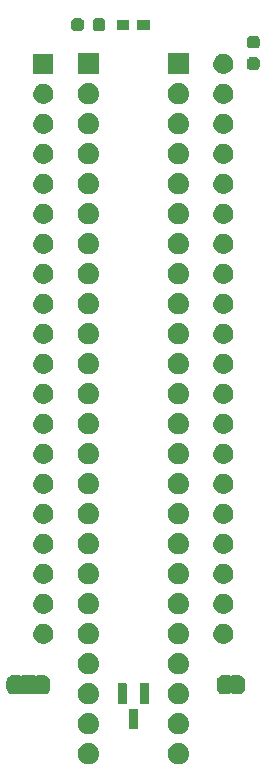
<source format=gbr>
G04 #@! TF.GenerationSoftware,KiCad,Pcbnew,8.0.4+dfsg-1*
G04 #@! TF.CreationDate,2024-12-10T11:00:30+09:00*
G04 #@! TF.ProjectId,bionic-p8051,62696f6e-6963-42d7-9038-3035312e6b69,5*
G04 #@! TF.SameCoordinates,Original*
G04 #@! TF.FileFunction,Soldermask,Top*
G04 #@! TF.FilePolarity,Negative*
%FSLAX46Y46*%
G04 Gerber Fmt 4.6, Leading zero omitted, Abs format (unit mm)*
G04 Created by KiCad (PCBNEW 8.0.4+dfsg-1) date 2024-12-10 11:00:30*
%MOMM*%
%LPD*%
G01*
G04 APERTURE LIST*
G04 APERTURE END LIST*
G36*
X109934265Y-132599000D02*
G01*
X109984699Y-132599000D01*
X110028251Y-132608257D01*
X110066624Y-132612037D01*
X110114832Y-132626660D01*
X110169958Y-132638378D01*
X110205230Y-132654082D01*
X110236468Y-132663558D01*
X110286107Y-132690090D01*
X110342982Y-132715413D01*
X110369426Y-132734626D01*
X110392988Y-132747220D01*
X110441052Y-132786665D01*
X110496208Y-132826738D01*
X110514114Y-132846625D01*
X110530185Y-132859814D01*
X110573372Y-132912438D01*
X110622939Y-132967488D01*
X110633352Y-132985524D01*
X110642779Y-132997011D01*
X110677655Y-133062259D01*
X110717638Y-133131512D01*
X110722236Y-133145665D01*
X110726441Y-133153531D01*
X110749611Y-133229915D01*
X110776166Y-133311640D01*
X110777101Y-133320536D01*
X110777962Y-133323375D01*
X110786352Y-133408555D01*
X110795963Y-133500000D01*
X110786351Y-133591451D01*
X110777962Y-133676624D01*
X110777101Y-133679461D01*
X110776166Y-133688360D01*
X110749607Y-133770098D01*
X110726441Y-133846468D01*
X110722237Y-133854331D01*
X110717638Y-133868488D01*
X110677648Y-133937752D01*
X110642779Y-134002988D01*
X110633354Y-134014472D01*
X110622939Y-134032512D01*
X110573363Y-134087571D01*
X110530185Y-134140185D01*
X110514118Y-134153370D01*
X110496208Y-134173262D01*
X110441041Y-134213342D01*
X110392988Y-134252779D01*
X110369431Y-134265370D01*
X110342982Y-134284587D01*
X110286095Y-134309914D01*
X110236468Y-134336441D01*
X110205237Y-134345914D01*
X110169958Y-134361622D01*
X110114821Y-134373341D01*
X110066624Y-134387962D01*
X110028260Y-134391740D01*
X109984699Y-134401000D01*
X109934255Y-134401000D01*
X109890000Y-134405359D01*
X109845745Y-134401000D01*
X109795301Y-134401000D01*
X109751740Y-134391740D01*
X109713375Y-134387962D01*
X109665175Y-134373340D01*
X109610042Y-134361622D01*
X109574764Y-134345915D01*
X109543531Y-134336441D01*
X109493898Y-134309911D01*
X109437018Y-134284587D01*
X109410570Y-134265372D01*
X109387011Y-134252779D01*
X109338949Y-134213336D01*
X109283792Y-134173262D01*
X109265884Y-134153373D01*
X109249814Y-134140185D01*
X109206625Y-134087559D01*
X109157061Y-134032512D01*
X109146648Y-134014476D01*
X109137220Y-134002988D01*
X109102338Y-133937729D01*
X109062362Y-133868488D01*
X109057763Y-133854336D01*
X109053558Y-133846468D01*
X109030377Y-133770052D01*
X109003834Y-133688360D01*
X109002899Y-133679466D01*
X109002037Y-133676624D01*
X108993632Y-133591300D01*
X108984037Y-133500000D01*
X108993632Y-133408707D01*
X109002037Y-133323375D01*
X109002899Y-133320531D01*
X109003834Y-133311640D01*
X109030373Y-133229961D01*
X109053558Y-133153531D01*
X109057764Y-133145660D01*
X109062362Y-133131512D01*
X109102331Y-133062282D01*
X109137220Y-132997011D01*
X109146649Y-132985520D01*
X109157061Y-132967488D01*
X109206616Y-132912451D01*
X109249814Y-132859814D01*
X109265888Y-132846622D01*
X109283792Y-132826738D01*
X109338936Y-132786673D01*
X109387011Y-132747220D01*
X109410579Y-132734622D01*
X109437019Y-132715413D01*
X109493883Y-132690095D01*
X109543531Y-132663558D01*
X109574771Y-132654081D01*
X109610042Y-132638378D01*
X109665164Y-132626661D01*
X109713375Y-132612037D01*
X109751748Y-132608257D01*
X109795301Y-132599000D01*
X109845735Y-132599000D01*
X109890000Y-132594640D01*
X109934265Y-132599000D01*
G37*
G36*
X117554265Y-132599000D02*
G01*
X117604699Y-132599000D01*
X117648251Y-132608257D01*
X117686624Y-132612037D01*
X117734832Y-132626660D01*
X117789958Y-132638378D01*
X117825230Y-132654082D01*
X117856468Y-132663558D01*
X117906107Y-132690090D01*
X117962982Y-132715413D01*
X117989426Y-132734626D01*
X118012988Y-132747220D01*
X118061052Y-132786665D01*
X118116208Y-132826738D01*
X118134114Y-132846625D01*
X118150185Y-132859814D01*
X118193372Y-132912438D01*
X118242939Y-132967488D01*
X118253352Y-132985524D01*
X118262779Y-132997011D01*
X118297655Y-133062259D01*
X118337638Y-133131512D01*
X118342236Y-133145665D01*
X118346441Y-133153531D01*
X118369611Y-133229915D01*
X118396166Y-133311640D01*
X118397101Y-133320536D01*
X118397962Y-133323375D01*
X118406352Y-133408555D01*
X118415963Y-133500000D01*
X118406351Y-133591451D01*
X118397962Y-133676624D01*
X118397101Y-133679461D01*
X118396166Y-133688360D01*
X118369607Y-133770098D01*
X118346441Y-133846468D01*
X118342237Y-133854331D01*
X118337638Y-133868488D01*
X118297648Y-133937752D01*
X118262779Y-134002988D01*
X118253354Y-134014472D01*
X118242939Y-134032512D01*
X118193363Y-134087571D01*
X118150185Y-134140185D01*
X118134118Y-134153370D01*
X118116208Y-134173262D01*
X118061041Y-134213342D01*
X118012988Y-134252779D01*
X117989431Y-134265370D01*
X117962982Y-134284587D01*
X117906095Y-134309914D01*
X117856468Y-134336441D01*
X117825237Y-134345914D01*
X117789958Y-134361622D01*
X117734821Y-134373341D01*
X117686624Y-134387962D01*
X117648260Y-134391740D01*
X117604699Y-134401000D01*
X117554255Y-134401000D01*
X117510000Y-134405359D01*
X117465745Y-134401000D01*
X117415301Y-134401000D01*
X117371740Y-134391740D01*
X117333375Y-134387962D01*
X117285175Y-134373340D01*
X117230042Y-134361622D01*
X117194764Y-134345915D01*
X117163531Y-134336441D01*
X117113898Y-134309911D01*
X117057018Y-134284587D01*
X117030570Y-134265372D01*
X117007011Y-134252779D01*
X116958949Y-134213336D01*
X116903792Y-134173262D01*
X116885884Y-134153373D01*
X116869814Y-134140185D01*
X116826625Y-134087559D01*
X116777061Y-134032512D01*
X116766648Y-134014476D01*
X116757220Y-134002988D01*
X116722338Y-133937729D01*
X116682362Y-133868488D01*
X116677763Y-133854336D01*
X116673558Y-133846468D01*
X116650377Y-133770052D01*
X116623834Y-133688360D01*
X116622899Y-133679466D01*
X116622037Y-133676624D01*
X116613632Y-133591300D01*
X116604037Y-133500000D01*
X116613632Y-133408707D01*
X116622037Y-133323375D01*
X116622899Y-133320531D01*
X116623834Y-133311640D01*
X116650373Y-133229961D01*
X116673558Y-133153531D01*
X116677764Y-133145660D01*
X116682362Y-133131512D01*
X116722331Y-133062282D01*
X116757220Y-132997011D01*
X116766649Y-132985520D01*
X116777061Y-132967488D01*
X116826616Y-132912451D01*
X116869814Y-132859814D01*
X116885888Y-132846622D01*
X116903792Y-132826738D01*
X116958936Y-132786673D01*
X117007011Y-132747220D01*
X117030579Y-132734622D01*
X117057019Y-132715413D01*
X117113883Y-132690095D01*
X117163531Y-132663558D01*
X117194771Y-132654081D01*
X117230042Y-132638378D01*
X117285164Y-132626661D01*
X117333375Y-132612037D01*
X117371748Y-132608257D01*
X117415301Y-132599000D01*
X117465735Y-132599000D01*
X117510000Y-132594640D01*
X117554265Y-132599000D01*
G37*
G36*
X109934265Y-130059000D02*
G01*
X109984699Y-130059000D01*
X110028251Y-130068257D01*
X110066624Y-130072037D01*
X110114832Y-130086660D01*
X110169958Y-130098378D01*
X110205230Y-130114082D01*
X110236468Y-130123558D01*
X110286107Y-130150090D01*
X110342982Y-130175413D01*
X110369426Y-130194626D01*
X110392988Y-130207220D01*
X110441052Y-130246665D01*
X110496208Y-130286738D01*
X110514114Y-130306625D01*
X110530185Y-130319814D01*
X110573372Y-130372438D01*
X110622939Y-130427488D01*
X110633352Y-130445524D01*
X110642779Y-130457011D01*
X110677655Y-130522259D01*
X110717638Y-130591512D01*
X110722236Y-130605665D01*
X110726441Y-130613531D01*
X110749611Y-130689915D01*
X110776166Y-130771640D01*
X110777101Y-130780536D01*
X110777962Y-130783375D01*
X110786352Y-130868555D01*
X110795963Y-130960000D01*
X110786351Y-131051451D01*
X110777962Y-131136624D01*
X110777101Y-131139461D01*
X110776166Y-131148360D01*
X110749607Y-131230098D01*
X110726441Y-131306468D01*
X110722237Y-131314331D01*
X110717638Y-131328488D01*
X110677648Y-131397752D01*
X110642779Y-131462988D01*
X110633354Y-131474472D01*
X110622939Y-131492512D01*
X110573363Y-131547571D01*
X110530185Y-131600185D01*
X110514118Y-131613370D01*
X110496208Y-131633262D01*
X110441041Y-131673342D01*
X110392988Y-131712779D01*
X110369431Y-131725370D01*
X110342982Y-131744587D01*
X110286095Y-131769914D01*
X110236468Y-131796441D01*
X110205237Y-131805914D01*
X110169958Y-131821622D01*
X110114821Y-131833341D01*
X110066624Y-131847962D01*
X110028260Y-131851740D01*
X109984699Y-131861000D01*
X109934255Y-131861000D01*
X109890000Y-131865359D01*
X109845745Y-131861000D01*
X109795301Y-131861000D01*
X109751740Y-131851740D01*
X109713375Y-131847962D01*
X109665175Y-131833340D01*
X109610042Y-131821622D01*
X109574764Y-131805915D01*
X109543531Y-131796441D01*
X109493898Y-131769911D01*
X109437018Y-131744587D01*
X109410570Y-131725372D01*
X109387011Y-131712779D01*
X109338949Y-131673336D01*
X109283792Y-131633262D01*
X109265884Y-131613373D01*
X109249814Y-131600185D01*
X109206625Y-131547559D01*
X109157061Y-131492512D01*
X109146648Y-131474476D01*
X109137220Y-131462988D01*
X109102338Y-131397729D01*
X109062362Y-131328488D01*
X109057763Y-131314336D01*
X109053558Y-131306468D01*
X109030377Y-131230052D01*
X109003834Y-131148360D01*
X109002899Y-131139466D01*
X109002037Y-131136624D01*
X108993632Y-131051300D01*
X108984037Y-130960000D01*
X108993632Y-130868707D01*
X109002037Y-130783375D01*
X109002899Y-130780531D01*
X109003834Y-130771640D01*
X109030373Y-130689961D01*
X109053558Y-130613531D01*
X109057764Y-130605660D01*
X109062362Y-130591512D01*
X109102331Y-130522282D01*
X109137220Y-130457011D01*
X109146649Y-130445520D01*
X109157061Y-130427488D01*
X109206616Y-130372451D01*
X109249814Y-130319814D01*
X109265888Y-130306622D01*
X109283792Y-130286738D01*
X109338936Y-130246673D01*
X109387011Y-130207220D01*
X109410579Y-130194622D01*
X109437019Y-130175413D01*
X109493883Y-130150095D01*
X109543531Y-130123558D01*
X109574771Y-130114081D01*
X109610042Y-130098378D01*
X109665164Y-130086661D01*
X109713375Y-130072037D01*
X109751748Y-130068257D01*
X109795301Y-130059000D01*
X109845735Y-130059000D01*
X109890000Y-130054640D01*
X109934265Y-130059000D01*
G37*
G36*
X117554265Y-130059000D02*
G01*
X117604699Y-130059000D01*
X117648251Y-130068257D01*
X117686624Y-130072037D01*
X117734832Y-130086660D01*
X117789958Y-130098378D01*
X117825230Y-130114082D01*
X117856468Y-130123558D01*
X117906107Y-130150090D01*
X117962982Y-130175413D01*
X117989426Y-130194626D01*
X118012988Y-130207220D01*
X118061052Y-130246665D01*
X118116208Y-130286738D01*
X118134114Y-130306625D01*
X118150185Y-130319814D01*
X118193372Y-130372438D01*
X118242939Y-130427488D01*
X118253352Y-130445524D01*
X118262779Y-130457011D01*
X118297655Y-130522259D01*
X118337638Y-130591512D01*
X118342236Y-130605665D01*
X118346441Y-130613531D01*
X118369611Y-130689915D01*
X118396166Y-130771640D01*
X118397101Y-130780536D01*
X118397962Y-130783375D01*
X118406352Y-130868555D01*
X118415963Y-130960000D01*
X118406351Y-131051451D01*
X118397962Y-131136624D01*
X118397101Y-131139461D01*
X118396166Y-131148360D01*
X118369607Y-131230098D01*
X118346441Y-131306468D01*
X118342237Y-131314331D01*
X118337638Y-131328488D01*
X118297648Y-131397752D01*
X118262779Y-131462988D01*
X118253354Y-131474472D01*
X118242939Y-131492512D01*
X118193363Y-131547571D01*
X118150185Y-131600185D01*
X118134118Y-131613370D01*
X118116208Y-131633262D01*
X118061041Y-131673342D01*
X118012988Y-131712779D01*
X117989431Y-131725370D01*
X117962982Y-131744587D01*
X117906095Y-131769914D01*
X117856468Y-131796441D01*
X117825237Y-131805914D01*
X117789958Y-131821622D01*
X117734821Y-131833341D01*
X117686624Y-131847962D01*
X117648260Y-131851740D01*
X117604699Y-131861000D01*
X117554255Y-131861000D01*
X117510000Y-131865359D01*
X117465745Y-131861000D01*
X117415301Y-131861000D01*
X117371740Y-131851740D01*
X117333375Y-131847962D01*
X117285175Y-131833340D01*
X117230042Y-131821622D01*
X117194764Y-131805915D01*
X117163531Y-131796441D01*
X117113898Y-131769911D01*
X117057018Y-131744587D01*
X117030570Y-131725372D01*
X117007011Y-131712779D01*
X116958949Y-131673336D01*
X116903792Y-131633262D01*
X116885884Y-131613373D01*
X116869814Y-131600185D01*
X116826625Y-131547559D01*
X116777061Y-131492512D01*
X116766648Y-131474476D01*
X116757220Y-131462988D01*
X116722338Y-131397729D01*
X116682362Y-131328488D01*
X116677763Y-131314336D01*
X116673558Y-131306468D01*
X116650377Y-131230052D01*
X116623834Y-131148360D01*
X116622899Y-131139466D01*
X116622037Y-131136624D01*
X116613632Y-131051300D01*
X116604037Y-130960000D01*
X116613632Y-130868707D01*
X116622037Y-130783375D01*
X116622899Y-130780531D01*
X116623834Y-130771640D01*
X116650373Y-130689961D01*
X116673558Y-130613531D01*
X116677764Y-130605660D01*
X116682362Y-130591512D01*
X116722331Y-130522282D01*
X116757220Y-130457011D01*
X116766649Y-130445520D01*
X116777061Y-130427488D01*
X116826616Y-130372451D01*
X116869814Y-130319814D01*
X116885888Y-130306622D01*
X116903792Y-130286738D01*
X116958936Y-130246673D01*
X117007011Y-130207220D01*
X117030579Y-130194622D01*
X117057019Y-130175413D01*
X117113883Y-130150095D01*
X117163531Y-130123558D01*
X117194771Y-130114081D01*
X117230042Y-130098378D01*
X117285164Y-130086661D01*
X117333375Y-130072037D01*
X117371748Y-130068257D01*
X117415301Y-130059000D01*
X117465735Y-130059000D01*
X117510000Y-130054640D01*
X117554265Y-130059000D01*
G37*
G36*
X114050099Y-129691159D02*
G01*
X114066969Y-129702431D01*
X114078241Y-129719301D01*
X114081199Y-129734178D01*
X114081200Y-131369823D01*
X114078241Y-131384699D01*
X114066969Y-131401569D01*
X114050099Y-131412841D01*
X114035222Y-131415799D01*
X113364777Y-131415800D01*
X113349901Y-131412841D01*
X113333031Y-131401569D01*
X113321759Y-131384699D01*
X113318801Y-131369823D01*
X113318800Y-131369820D01*
X113318800Y-129734177D01*
X113321759Y-129719300D01*
X113333031Y-129702431D01*
X113349898Y-129691160D01*
X113349900Y-129691159D01*
X113349901Y-129691159D01*
X113354882Y-129690168D01*
X113364779Y-129688200D01*
X114035222Y-129688200D01*
X114035223Y-129688200D01*
X114050099Y-129691159D01*
G37*
G36*
X109934265Y-127519000D02*
G01*
X109984699Y-127519000D01*
X110028251Y-127528257D01*
X110066624Y-127532037D01*
X110114832Y-127546660D01*
X110169958Y-127558378D01*
X110205230Y-127574082D01*
X110236468Y-127583558D01*
X110286107Y-127610090D01*
X110342982Y-127635413D01*
X110369426Y-127654626D01*
X110392988Y-127667220D01*
X110441052Y-127706665D01*
X110496208Y-127746738D01*
X110514114Y-127766625D01*
X110530185Y-127779814D01*
X110573372Y-127832438D01*
X110622939Y-127887488D01*
X110633352Y-127905524D01*
X110642779Y-127917011D01*
X110677655Y-127982259D01*
X110717638Y-128051512D01*
X110722236Y-128065665D01*
X110726441Y-128073531D01*
X110749611Y-128149915D01*
X110776166Y-128231640D01*
X110777101Y-128240536D01*
X110777962Y-128243375D01*
X110786352Y-128328555D01*
X110795963Y-128420000D01*
X110786351Y-128511451D01*
X110777962Y-128596624D01*
X110777101Y-128599461D01*
X110776166Y-128608360D01*
X110749607Y-128690098D01*
X110726441Y-128766468D01*
X110722237Y-128774331D01*
X110717638Y-128788488D01*
X110677648Y-128857752D01*
X110642779Y-128922988D01*
X110633354Y-128934472D01*
X110622939Y-128952512D01*
X110573363Y-129007571D01*
X110530185Y-129060185D01*
X110514118Y-129073370D01*
X110496208Y-129093262D01*
X110441041Y-129133342D01*
X110392988Y-129172779D01*
X110369431Y-129185370D01*
X110342982Y-129204587D01*
X110286095Y-129229914D01*
X110236468Y-129256441D01*
X110205237Y-129265914D01*
X110169958Y-129281622D01*
X110114821Y-129293341D01*
X110066624Y-129307962D01*
X110028260Y-129311740D01*
X109984699Y-129321000D01*
X109934255Y-129321000D01*
X109890000Y-129325359D01*
X109845745Y-129321000D01*
X109795301Y-129321000D01*
X109751740Y-129311740D01*
X109713375Y-129307962D01*
X109665175Y-129293340D01*
X109610042Y-129281622D01*
X109574764Y-129265915D01*
X109543531Y-129256441D01*
X109493898Y-129229911D01*
X109437018Y-129204587D01*
X109410570Y-129185372D01*
X109387011Y-129172779D01*
X109338949Y-129133336D01*
X109283792Y-129093262D01*
X109265884Y-129073373D01*
X109249814Y-129060185D01*
X109206625Y-129007559D01*
X109157061Y-128952512D01*
X109146648Y-128934476D01*
X109137220Y-128922988D01*
X109102338Y-128857729D01*
X109062362Y-128788488D01*
X109057763Y-128774336D01*
X109053558Y-128766468D01*
X109030377Y-128690052D01*
X109003834Y-128608360D01*
X109002899Y-128599466D01*
X109002037Y-128596624D01*
X108993632Y-128511300D01*
X108984037Y-128420000D01*
X108993632Y-128328707D01*
X109002037Y-128243375D01*
X109002899Y-128240531D01*
X109003834Y-128231640D01*
X109030373Y-128149961D01*
X109053558Y-128073531D01*
X109057764Y-128065660D01*
X109062362Y-128051512D01*
X109102331Y-127982282D01*
X109137220Y-127917011D01*
X109146649Y-127905520D01*
X109157061Y-127887488D01*
X109206616Y-127832451D01*
X109249814Y-127779814D01*
X109265888Y-127766622D01*
X109283792Y-127746738D01*
X109338936Y-127706673D01*
X109387011Y-127667220D01*
X109410579Y-127654622D01*
X109437019Y-127635413D01*
X109493883Y-127610095D01*
X109543531Y-127583558D01*
X109574771Y-127574081D01*
X109610042Y-127558378D01*
X109665164Y-127546661D01*
X109713375Y-127532037D01*
X109751748Y-127528257D01*
X109795301Y-127519000D01*
X109845735Y-127519000D01*
X109890000Y-127514640D01*
X109934265Y-127519000D01*
G37*
G36*
X117554265Y-127519000D02*
G01*
X117604699Y-127519000D01*
X117648251Y-127528257D01*
X117686624Y-127532037D01*
X117734832Y-127546660D01*
X117789958Y-127558378D01*
X117825230Y-127574082D01*
X117856468Y-127583558D01*
X117906107Y-127610090D01*
X117962982Y-127635413D01*
X117989426Y-127654626D01*
X118012988Y-127667220D01*
X118061052Y-127706665D01*
X118116208Y-127746738D01*
X118134114Y-127766625D01*
X118150185Y-127779814D01*
X118193372Y-127832438D01*
X118242939Y-127887488D01*
X118253352Y-127905524D01*
X118262779Y-127917011D01*
X118297655Y-127982259D01*
X118337638Y-128051512D01*
X118342236Y-128065665D01*
X118346441Y-128073531D01*
X118369611Y-128149915D01*
X118396166Y-128231640D01*
X118397101Y-128240536D01*
X118397962Y-128243375D01*
X118406352Y-128328555D01*
X118415963Y-128420000D01*
X118406351Y-128511451D01*
X118397962Y-128596624D01*
X118397101Y-128599461D01*
X118396166Y-128608360D01*
X118369607Y-128690098D01*
X118346441Y-128766468D01*
X118342237Y-128774331D01*
X118337638Y-128788488D01*
X118297648Y-128857752D01*
X118262779Y-128922988D01*
X118253354Y-128934472D01*
X118242939Y-128952512D01*
X118193363Y-129007571D01*
X118150185Y-129060185D01*
X118134118Y-129073370D01*
X118116208Y-129093262D01*
X118061041Y-129133342D01*
X118012988Y-129172779D01*
X117989431Y-129185370D01*
X117962982Y-129204587D01*
X117906095Y-129229914D01*
X117856468Y-129256441D01*
X117825237Y-129265914D01*
X117789958Y-129281622D01*
X117734821Y-129293341D01*
X117686624Y-129307962D01*
X117648260Y-129311740D01*
X117604699Y-129321000D01*
X117554255Y-129321000D01*
X117510000Y-129325359D01*
X117465745Y-129321000D01*
X117415301Y-129321000D01*
X117371740Y-129311740D01*
X117333375Y-129307962D01*
X117285175Y-129293340D01*
X117230042Y-129281622D01*
X117194764Y-129265915D01*
X117163531Y-129256441D01*
X117113898Y-129229911D01*
X117057018Y-129204587D01*
X117030570Y-129185372D01*
X117007011Y-129172779D01*
X116958949Y-129133336D01*
X116903792Y-129093262D01*
X116885884Y-129073373D01*
X116869814Y-129060185D01*
X116826625Y-129007559D01*
X116777061Y-128952512D01*
X116766648Y-128934476D01*
X116757220Y-128922988D01*
X116722338Y-128857729D01*
X116682362Y-128788488D01*
X116677763Y-128774336D01*
X116673558Y-128766468D01*
X116650377Y-128690052D01*
X116623834Y-128608360D01*
X116622899Y-128599466D01*
X116622037Y-128596624D01*
X116613632Y-128511300D01*
X116604037Y-128420000D01*
X116613632Y-128328707D01*
X116622037Y-128243375D01*
X116622899Y-128240531D01*
X116623834Y-128231640D01*
X116650373Y-128149961D01*
X116673558Y-128073531D01*
X116677764Y-128065660D01*
X116682362Y-128051512D01*
X116722331Y-127982282D01*
X116757220Y-127917011D01*
X116766649Y-127905520D01*
X116777061Y-127887488D01*
X116826616Y-127832451D01*
X116869814Y-127779814D01*
X116885888Y-127766622D01*
X116903792Y-127746738D01*
X116958936Y-127706673D01*
X117007011Y-127667220D01*
X117030579Y-127654622D01*
X117057019Y-127635413D01*
X117113883Y-127610095D01*
X117163531Y-127583558D01*
X117194771Y-127574081D01*
X117230042Y-127558378D01*
X117285164Y-127546661D01*
X117333375Y-127532037D01*
X117371748Y-127528257D01*
X117415301Y-127519000D01*
X117465735Y-127519000D01*
X117510000Y-127514640D01*
X117554265Y-127519000D01*
G37*
G36*
X113100098Y-127559159D02*
G01*
X113116968Y-127570431D01*
X113128240Y-127587301D01*
X113131198Y-127602178D01*
X113131199Y-129237823D01*
X113128240Y-129252699D01*
X113116968Y-129269569D01*
X113100098Y-129280841D01*
X113085221Y-129283799D01*
X112414776Y-129283800D01*
X112399900Y-129280841D01*
X112383030Y-129269569D01*
X112371758Y-129252699D01*
X112368800Y-129237823D01*
X112368799Y-129237820D01*
X112368799Y-127602177D01*
X112371758Y-127587300D01*
X112383030Y-127570431D01*
X112399897Y-127559160D01*
X112399899Y-127559159D01*
X112399900Y-127559159D01*
X112404881Y-127558168D01*
X112414778Y-127556200D01*
X113085221Y-127556200D01*
X113085222Y-127556200D01*
X113100098Y-127559159D01*
G37*
G36*
X115000100Y-127559159D02*
G01*
X115016970Y-127570431D01*
X115028242Y-127587301D01*
X115031200Y-127602178D01*
X115031201Y-129237823D01*
X115028242Y-129252699D01*
X115016970Y-129269569D01*
X115000100Y-129280841D01*
X114985223Y-129283799D01*
X114314778Y-129283800D01*
X114299902Y-129280841D01*
X114283032Y-129269569D01*
X114271760Y-129252699D01*
X114268802Y-129237823D01*
X114268801Y-129237820D01*
X114268801Y-127602177D01*
X114271760Y-127587300D01*
X114283032Y-127570431D01*
X114299899Y-127559160D01*
X114299901Y-127559159D01*
X114299902Y-127559159D01*
X114304883Y-127558168D01*
X114314780Y-127556200D01*
X114985223Y-127556200D01*
X114985224Y-127556200D01*
X115000100Y-127559159D01*
G37*
G36*
X104082299Y-126861236D02*
G01*
X104084285Y-126861726D01*
X104084991Y-126862351D01*
X104099598Y-126868402D01*
X104104106Y-126879287D01*
X104142241Y-126913072D01*
X104254902Y-126898576D01*
X104273186Y-126871260D01*
X104290098Y-126859960D01*
X104290100Y-126859959D01*
X104290101Y-126859959D01*
X104295082Y-126858968D01*
X104304979Y-126857000D01*
X105315022Y-126857000D01*
X105315023Y-126857000D01*
X105329899Y-126859959D01*
X105337431Y-126864992D01*
X105346815Y-126871262D01*
X105367499Y-126902157D01*
X105490043Y-126910445D01*
X105514353Y-126883005D01*
X105520402Y-126868402D01*
X105560000Y-126852000D01*
X106181889Y-126852000D01*
X106197666Y-126854268D01*
X106335621Y-126894775D01*
X106350120Y-126901397D01*
X106357635Y-126906227D01*
X106357640Y-126906229D01*
X106463551Y-126974294D01*
X106471074Y-126979129D01*
X106483120Y-126989567D01*
X106488975Y-126996325D01*
X106488978Y-126996327D01*
X106571417Y-127091467D01*
X106571420Y-127091473D01*
X106577274Y-127098228D01*
X106585891Y-127111637D01*
X106645619Y-127242422D01*
X106650110Y-127257715D01*
X106670572Y-127400030D01*
X106670572Y-127415969D01*
X106669300Y-127424815D01*
X106669300Y-127424816D01*
X106666637Y-127443340D01*
X106666000Y-127452246D01*
X106666000Y-127863753D01*
X106666637Y-127872659D01*
X106670572Y-127900031D01*
X106670572Y-127915970D01*
X106650110Y-128058285D01*
X106645619Y-128073578D01*
X106585891Y-128204363D01*
X106577274Y-128217772D01*
X106571418Y-128224529D01*
X106571417Y-128224532D01*
X106523741Y-128279552D01*
X106483120Y-128326433D01*
X106471074Y-128336871D01*
X106350120Y-128414603D01*
X106335621Y-128421225D01*
X106197666Y-128461732D01*
X106181889Y-128464000D01*
X106172946Y-128464000D01*
X105575178Y-128464000D01*
X105560000Y-128464000D01*
X105537696Y-128454761D01*
X105535714Y-128454273D01*
X105535009Y-128453648D01*
X105520402Y-128447598D01*
X105515893Y-128436712D01*
X105477714Y-128402888D01*
X105364947Y-128417487D01*
X105358058Y-128427812D01*
X105358041Y-128427899D01*
X105346769Y-128444769D01*
X105329899Y-128456041D01*
X105315022Y-128458999D01*
X104304977Y-128459000D01*
X104290101Y-128456041D01*
X104273231Y-128444769D01*
X104273229Y-128444767D01*
X104273156Y-128444718D01*
X104252451Y-128413823D01*
X104129939Y-128405569D01*
X104105650Y-128432985D01*
X104099598Y-128447598D01*
X104060000Y-128464000D01*
X104055430Y-128464000D01*
X103447054Y-128464000D01*
X103438111Y-128464000D01*
X103422334Y-128461732D01*
X103284379Y-128421225D01*
X103269880Y-128414603D01*
X103262361Y-128409771D01*
X103262359Y-128409770D01*
X103156448Y-128341705D01*
X103148926Y-128336871D01*
X103136880Y-128326433D01*
X103131023Y-128319674D01*
X103131021Y-128319672D01*
X103048582Y-128224532D01*
X103048577Y-128224525D01*
X103042726Y-128217772D01*
X103034109Y-128204363D01*
X102974381Y-128073578D01*
X102969890Y-128058285D01*
X102968618Y-128049442D01*
X102968617Y-128049437D01*
X102950700Y-127924816D01*
X102949428Y-127915970D01*
X102949428Y-127900031D01*
X102953363Y-127872659D01*
X102954000Y-127863753D01*
X102954000Y-127452246D01*
X102953363Y-127443340D01*
X102950700Y-127424816D01*
X102950700Y-127424815D01*
X102949428Y-127415969D01*
X102949428Y-127400030D01*
X102954000Y-127368231D01*
X102968617Y-127266562D01*
X102968618Y-127266555D01*
X102969890Y-127257715D01*
X102974381Y-127242422D01*
X102978091Y-127234297D01*
X102978093Y-127234292D01*
X103030395Y-127119768D01*
X103030397Y-127119764D01*
X103034109Y-127111637D01*
X103042726Y-127098228D01*
X103048575Y-127091477D01*
X103048582Y-127091467D01*
X103131021Y-126996327D01*
X103131027Y-126996321D01*
X103136880Y-126989567D01*
X103148926Y-126979129D01*
X103156443Y-126974297D01*
X103156448Y-126974294D01*
X103262359Y-126906229D01*
X103262366Y-126906225D01*
X103269880Y-126901397D01*
X103284379Y-126894775D01*
X103422334Y-126854268D01*
X103438111Y-126852000D01*
X104060000Y-126852000D01*
X104082299Y-126861236D01*
G37*
G36*
X121827299Y-126861236D02*
G01*
X121829285Y-126861726D01*
X121829991Y-126862351D01*
X121844598Y-126868402D01*
X121861000Y-126908000D01*
X121861000Y-126912586D01*
X121864275Y-126921224D01*
X122002969Y-126946648D01*
X122059353Y-126883005D01*
X122065402Y-126868402D01*
X122105000Y-126852000D01*
X122676889Y-126852000D01*
X122692666Y-126854268D01*
X122830621Y-126894775D01*
X122845120Y-126901397D01*
X122852635Y-126906227D01*
X122852640Y-126906229D01*
X122958551Y-126974294D01*
X122966074Y-126979129D01*
X122978120Y-126989567D01*
X122983975Y-126996325D01*
X122983978Y-126996327D01*
X123066417Y-127091467D01*
X123066420Y-127091473D01*
X123072274Y-127098228D01*
X123080891Y-127111637D01*
X123140619Y-127242422D01*
X123145110Y-127257715D01*
X123165572Y-127400030D01*
X123165572Y-127415969D01*
X123164300Y-127424815D01*
X123164300Y-127424816D01*
X123161637Y-127443340D01*
X123161000Y-127452246D01*
X123161000Y-127863753D01*
X123161637Y-127872659D01*
X123165572Y-127900031D01*
X123165572Y-127915970D01*
X123145110Y-128058285D01*
X123140619Y-128073578D01*
X123080891Y-128204363D01*
X123072274Y-128217772D01*
X123066418Y-128224529D01*
X123066417Y-128224532D01*
X123018741Y-128279552D01*
X122978120Y-128326433D01*
X122966074Y-128336871D01*
X122845120Y-128414603D01*
X122830621Y-128421225D01*
X122692666Y-128461732D01*
X122676889Y-128464000D01*
X122667946Y-128464000D01*
X122120178Y-128464000D01*
X122105000Y-128464000D01*
X122082696Y-128454761D01*
X122080714Y-128454273D01*
X122080009Y-128453648D01*
X122065402Y-128447598D01*
X122049000Y-128408000D01*
X122049000Y-128403432D01*
X122045714Y-128394769D01*
X121907025Y-128369354D01*
X121850649Y-128432987D01*
X121844598Y-128447598D01*
X121805000Y-128464000D01*
X121800430Y-128464000D01*
X121242054Y-128464000D01*
X121233111Y-128464000D01*
X121217334Y-128461732D01*
X121079379Y-128421225D01*
X121064880Y-128414603D01*
X121057361Y-128409771D01*
X121057359Y-128409770D01*
X120951448Y-128341705D01*
X120943926Y-128336871D01*
X120931880Y-128326433D01*
X120926023Y-128319674D01*
X120926021Y-128319672D01*
X120843582Y-128224532D01*
X120843577Y-128224525D01*
X120837726Y-128217772D01*
X120829109Y-128204363D01*
X120769381Y-128073578D01*
X120764890Y-128058285D01*
X120763618Y-128049442D01*
X120763617Y-128049437D01*
X120745700Y-127924816D01*
X120744428Y-127915970D01*
X120744428Y-127900031D01*
X120748363Y-127872659D01*
X120749000Y-127863753D01*
X120749000Y-127452246D01*
X120748363Y-127443340D01*
X120745700Y-127424816D01*
X120745700Y-127424815D01*
X120744428Y-127415969D01*
X120744428Y-127400030D01*
X120749000Y-127368231D01*
X120763617Y-127266562D01*
X120763618Y-127266555D01*
X120764890Y-127257715D01*
X120769381Y-127242422D01*
X120773091Y-127234297D01*
X120773093Y-127234292D01*
X120825395Y-127119768D01*
X120825397Y-127119764D01*
X120829109Y-127111637D01*
X120837726Y-127098228D01*
X120843575Y-127091477D01*
X120843582Y-127091467D01*
X120926021Y-126996327D01*
X120926027Y-126996321D01*
X120931880Y-126989567D01*
X120943926Y-126979129D01*
X120951443Y-126974297D01*
X120951448Y-126974294D01*
X121057359Y-126906229D01*
X121057366Y-126906225D01*
X121064880Y-126901397D01*
X121079379Y-126894775D01*
X121217334Y-126854268D01*
X121233111Y-126852000D01*
X121805000Y-126852000D01*
X121827299Y-126861236D01*
G37*
G36*
X109934265Y-124979000D02*
G01*
X109984699Y-124979000D01*
X110028251Y-124988257D01*
X110066624Y-124992037D01*
X110114832Y-125006660D01*
X110169958Y-125018378D01*
X110205230Y-125034082D01*
X110236468Y-125043558D01*
X110286107Y-125070090D01*
X110342982Y-125095413D01*
X110369426Y-125114626D01*
X110392988Y-125127220D01*
X110441052Y-125166665D01*
X110496208Y-125206738D01*
X110514114Y-125226625D01*
X110530185Y-125239814D01*
X110573372Y-125292438D01*
X110622939Y-125347488D01*
X110633352Y-125365524D01*
X110642779Y-125377011D01*
X110677655Y-125442259D01*
X110717638Y-125511512D01*
X110722236Y-125525665D01*
X110726441Y-125533531D01*
X110749611Y-125609915D01*
X110776166Y-125691640D01*
X110777101Y-125700536D01*
X110777962Y-125703375D01*
X110786352Y-125788555D01*
X110795963Y-125880000D01*
X110786351Y-125971451D01*
X110777962Y-126056624D01*
X110777101Y-126059461D01*
X110776166Y-126068360D01*
X110749607Y-126150098D01*
X110726441Y-126226468D01*
X110722237Y-126234331D01*
X110717638Y-126248488D01*
X110677648Y-126317752D01*
X110642779Y-126382988D01*
X110633354Y-126394472D01*
X110622939Y-126412512D01*
X110573363Y-126467571D01*
X110530185Y-126520185D01*
X110514118Y-126533370D01*
X110496208Y-126553262D01*
X110441041Y-126593342D01*
X110392988Y-126632779D01*
X110369431Y-126645370D01*
X110342982Y-126664587D01*
X110286095Y-126689914D01*
X110236468Y-126716441D01*
X110205237Y-126725914D01*
X110169958Y-126741622D01*
X110114821Y-126753341D01*
X110066624Y-126767962D01*
X110028260Y-126771740D01*
X109984699Y-126781000D01*
X109934255Y-126781000D01*
X109890000Y-126785359D01*
X109845745Y-126781000D01*
X109795301Y-126781000D01*
X109751740Y-126771740D01*
X109713375Y-126767962D01*
X109665175Y-126753340D01*
X109610042Y-126741622D01*
X109574764Y-126725915D01*
X109543531Y-126716441D01*
X109493898Y-126689911D01*
X109437018Y-126664587D01*
X109410570Y-126645372D01*
X109387011Y-126632779D01*
X109338949Y-126593336D01*
X109283792Y-126553262D01*
X109265884Y-126533373D01*
X109249814Y-126520185D01*
X109206625Y-126467559D01*
X109157061Y-126412512D01*
X109146648Y-126394476D01*
X109137220Y-126382988D01*
X109102338Y-126317729D01*
X109062362Y-126248488D01*
X109057763Y-126234336D01*
X109053558Y-126226468D01*
X109030377Y-126150052D01*
X109003834Y-126068360D01*
X109002899Y-126059466D01*
X109002037Y-126056624D01*
X108993632Y-125971300D01*
X108984037Y-125880000D01*
X108993632Y-125788707D01*
X109002037Y-125703375D01*
X109002899Y-125700531D01*
X109003834Y-125691640D01*
X109030373Y-125609961D01*
X109053558Y-125533531D01*
X109057764Y-125525660D01*
X109062362Y-125511512D01*
X109102331Y-125442282D01*
X109137220Y-125377011D01*
X109146649Y-125365520D01*
X109157061Y-125347488D01*
X109206616Y-125292451D01*
X109249814Y-125239814D01*
X109265888Y-125226622D01*
X109283792Y-125206738D01*
X109338936Y-125166673D01*
X109387011Y-125127220D01*
X109410579Y-125114622D01*
X109437019Y-125095413D01*
X109493883Y-125070095D01*
X109543531Y-125043558D01*
X109574771Y-125034081D01*
X109610042Y-125018378D01*
X109665164Y-125006661D01*
X109713375Y-124992037D01*
X109751748Y-124988257D01*
X109795301Y-124979000D01*
X109845735Y-124979000D01*
X109890000Y-124974640D01*
X109934265Y-124979000D01*
G37*
G36*
X117554265Y-124979000D02*
G01*
X117604699Y-124979000D01*
X117648251Y-124988257D01*
X117686624Y-124992037D01*
X117734832Y-125006660D01*
X117789958Y-125018378D01*
X117825230Y-125034082D01*
X117856468Y-125043558D01*
X117906107Y-125070090D01*
X117962982Y-125095413D01*
X117989426Y-125114626D01*
X118012988Y-125127220D01*
X118061052Y-125166665D01*
X118116208Y-125206738D01*
X118134114Y-125226625D01*
X118150185Y-125239814D01*
X118193372Y-125292438D01*
X118242939Y-125347488D01*
X118253352Y-125365524D01*
X118262779Y-125377011D01*
X118297655Y-125442259D01*
X118337638Y-125511512D01*
X118342236Y-125525665D01*
X118346441Y-125533531D01*
X118369611Y-125609915D01*
X118396166Y-125691640D01*
X118397101Y-125700536D01*
X118397962Y-125703375D01*
X118406352Y-125788555D01*
X118415963Y-125880000D01*
X118406351Y-125971451D01*
X118397962Y-126056624D01*
X118397101Y-126059461D01*
X118396166Y-126068360D01*
X118369607Y-126150098D01*
X118346441Y-126226468D01*
X118342237Y-126234331D01*
X118337638Y-126248488D01*
X118297648Y-126317752D01*
X118262779Y-126382988D01*
X118253354Y-126394472D01*
X118242939Y-126412512D01*
X118193363Y-126467571D01*
X118150185Y-126520185D01*
X118134118Y-126533370D01*
X118116208Y-126553262D01*
X118061041Y-126593342D01*
X118012988Y-126632779D01*
X117989431Y-126645370D01*
X117962982Y-126664587D01*
X117906095Y-126689914D01*
X117856468Y-126716441D01*
X117825237Y-126725914D01*
X117789958Y-126741622D01*
X117734821Y-126753341D01*
X117686624Y-126767962D01*
X117648260Y-126771740D01*
X117604699Y-126781000D01*
X117554255Y-126781000D01*
X117510000Y-126785359D01*
X117465745Y-126781000D01*
X117415301Y-126781000D01*
X117371740Y-126771740D01*
X117333375Y-126767962D01*
X117285175Y-126753340D01*
X117230042Y-126741622D01*
X117194764Y-126725915D01*
X117163531Y-126716441D01*
X117113898Y-126689911D01*
X117057018Y-126664587D01*
X117030570Y-126645372D01*
X117007011Y-126632779D01*
X116958949Y-126593336D01*
X116903792Y-126553262D01*
X116885884Y-126533373D01*
X116869814Y-126520185D01*
X116826625Y-126467559D01*
X116777061Y-126412512D01*
X116766648Y-126394476D01*
X116757220Y-126382988D01*
X116722338Y-126317729D01*
X116682362Y-126248488D01*
X116677763Y-126234336D01*
X116673558Y-126226468D01*
X116650377Y-126150052D01*
X116623834Y-126068360D01*
X116622899Y-126059466D01*
X116622037Y-126056624D01*
X116613632Y-125971300D01*
X116604037Y-125880000D01*
X116613632Y-125788707D01*
X116622037Y-125703375D01*
X116622899Y-125700531D01*
X116623834Y-125691640D01*
X116650373Y-125609961D01*
X116673558Y-125533531D01*
X116677764Y-125525660D01*
X116682362Y-125511512D01*
X116722331Y-125442282D01*
X116757220Y-125377011D01*
X116766649Y-125365520D01*
X116777061Y-125347488D01*
X116826616Y-125292451D01*
X116869814Y-125239814D01*
X116885888Y-125226622D01*
X116903792Y-125206738D01*
X116958936Y-125166673D01*
X117007011Y-125127220D01*
X117030579Y-125114622D01*
X117057019Y-125095413D01*
X117113883Y-125070095D01*
X117163531Y-125043558D01*
X117194771Y-125034081D01*
X117230042Y-125018378D01*
X117285164Y-125006661D01*
X117333375Y-124992037D01*
X117371748Y-124988257D01*
X117415301Y-124979000D01*
X117465735Y-124979000D01*
X117510000Y-124974640D01*
X117554265Y-124979000D01*
G37*
G36*
X109934265Y-122439000D02*
G01*
X109984699Y-122439000D01*
X110028251Y-122448257D01*
X110066624Y-122452037D01*
X110114832Y-122466660D01*
X110169958Y-122478378D01*
X110205230Y-122494082D01*
X110236468Y-122503558D01*
X110286107Y-122530090D01*
X110342982Y-122555413D01*
X110369426Y-122574626D01*
X110392988Y-122587220D01*
X110441052Y-122626665D01*
X110496208Y-122666738D01*
X110514114Y-122686625D01*
X110530185Y-122699814D01*
X110573372Y-122752438D01*
X110622939Y-122807488D01*
X110633352Y-122825524D01*
X110642779Y-122837011D01*
X110677655Y-122902259D01*
X110717638Y-122971512D01*
X110722236Y-122985665D01*
X110726441Y-122993531D01*
X110749611Y-123069915D01*
X110776166Y-123151640D01*
X110777101Y-123160536D01*
X110777962Y-123163375D01*
X110786352Y-123248555D01*
X110795963Y-123340000D01*
X110786351Y-123431451D01*
X110777962Y-123516624D01*
X110777101Y-123519461D01*
X110776166Y-123528360D01*
X110749607Y-123610098D01*
X110726441Y-123686468D01*
X110722237Y-123694331D01*
X110717638Y-123708488D01*
X110677648Y-123777752D01*
X110642779Y-123842988D01*
X110633354Y-123854472D01*
X110622939Y-123872512D01*
X110573363Y-123927571D01*
X110530185Y-123980185D01*
X110514118Y-123993370D01*
X110496208Y-124013262D01*
X110441041Y-124053342D01*
X110392988Y-124092779D01*
X110369431Y-124105370D01*
X110342982Y-124124587D01*
X110286095Y-124149914D01*
X110236468Y-124176441D01*
X110205237Y-124185914D01*
X110169958Y-124201622D01*
X110114821Y-124213341D01*
X110066624Y-124227962D01*
X110028260Y-124231740D01*
X109984699Y-124241000D01*
X109934255Y-124241000D01*
X109890000Y-124245359D01*
X109845745Y-124241000D01*
X109795301Y-124241000D01*
X109751740Y-124231740D01*
X109713375Y-124227962D01*
X109665175Y-124213340D01*
X109610042Y-124201622D01*
X109574764Y-124185915D01*
X109543531Y-124176441D01*
X109493898Y-124149911D01*
X109437018Y-124124587D01*
X109410570Y-124105372D01*
X109387011Y-124092779D01*
X109338949Y-124053336D01*
X109283792Y-124013262D01*
X109265884Y-123993373D01*
X109249814Y-123980185D01*
X109206625Y-123927559D01*
X109157061Y-123872512D01*
X109146648Y-123854476D01*
X109137220Y-123842988D01*
X109102338Y-123777729D01*
X109062362Y-123708488D01*
X109057763Y-123694336D01*
X109053558Y-123686468D01*
X109030377Y-123610052D01*
X109003834Y-123528360D01*
X109002899Y-123519466D01*
X109002037Y-123516624D01*
X108993632Y-123431300D01*
X108984037Y-123340000D01*
X108993632Y-123248707D01*
X109002037Y-123163375D01*
X109002899Y-123160531D01*
X109003834Y-123151640D01*
X109030373Y-123069961D01*
X109053558Y-122993531D01*
X109057764Y-122985660D01*
X109062362Y-122971512D01*
X109102331Y-122902282D01*
X109137220Y-122837011D01*
X109146649Y-122825520D01*
X109157061Y-122807488D01*
X109206616Y-122752451D01*
X109249814Y-122699814D01*
X109265888Y-122686622D01*
X109283792Y-122666738D01*
X109338936Y-122626673D01*
X109387011Y-122587220D01*
X109410579Y-122574622D01*
X109437019Y-122555413D01*
X109493883Y-122530095D01*
X109543531Y-122503558D01*
X109574771Y-122494081D01*
X109610042Y-122478378D01*
X109665164Y-122466661D01*
X109713375Y-122452037D01*
X109751748Y-122448257D01*
X109795301Y-122439000D01*
X109845735Y-122439000D01*
X109890000Y-122434640D01*
X109934265Y-122439000D01*
G37*
G36*
X117554265Y-122439000D02*
G01*
X117604699Y-122439000D01*
X117648251Y-122448257D01*
X117686624Y-122452037D01*
X117734832Y-122466660D01*
X117789958Y-122478378D01*
X117825230Y-122494082D01*
X117856468Y-122503558D01*
X117906107Y-122530090D01*
X117962982Y-122555413D01*
X117989426Y-122574626D01*
X118012988Y-122587220D01*
X118061052Y-122626665D01*
X118116208Y-122666738D01*
X118134114Y-122686625D01*
X118150185Y-122699814D01*
X118193372Y-122752438D01*
X118242939Y-122807488D01*
X118253352Y-122825524D01*
X118262779Y-122837011D01*
X118297655Y-122902259D01*
X118337638Y-122971512D01*
X118342236Y-122985665D01*
X118346441Y-122993531D01*
X118369611Y-123069915D01*
X118396166Y-123151640D01*
X118397101Y-123160536D01*
X118397962Y-123163375D01*
X118406352Y-123248555D01*
X118415963Y-123340000D01*
X118406351Y-123431451D01*
X118397962Y-123516624D01*
X118397101Y-123519461D01*
X118396166Y-123528360D01*
X118369607Y-123610098D01*
X118346441Y-123686468D01*
X118342237Y-123694331D01*
X118337638Y-123708488D01*
X118297648Y-123777752D01*
X118262779Y-123842988D01*
X118253354Y-123854472D01*
X118242939Y-123872512D01*
X118193363Y-123927571D01*
X118150185Y-123980185D01*
X118134118Y-123993370D01*
X118116208Y-124013262D01*
X118061041Y-124053342D01*
X118012988Y-124092779D01*
X117989431Y-124105370D01*
X117962982Y-124124587D01*
X117906095Y-124149914D01*
X117856468Y-124176441D01*
X117825237Y-124185914D01*
X117789958Y-124201622D01*
X117734821Y-124213341D01*
X117686624Y-124227962D01*
X117648260Y-124231740D01*
X117604699Y-124241000D01*
X117554255Y-124241000D01*
X117510000Y-124245359D01*
X117465745Y-124241000D01*
X117415301Y-124241000D01*
X117371740Y-124231740D01*
X117333375Y-124227962D01*
X117285175Y-124213340D01*
X117230042Y-124201622D01*
X117194764Y-124185915D01*
X117163531Y-124176441D01*
X117113898Y-124149911D01*
X117057018Y-124124587D01*
X117030570Y-124105372D01*
X117007011Y-124092779D01*
X116958949Y-124053336D01*
X116903792Y-124013262D01*
X116885884Y-123993373D01*
X116869814Y-123980185D01*
X116826625Y-123927559D01*
X116777061Y-123872512D01*
X116766648Y-123854476D01*
X116757220Y-123842988D01*
X116722338Y-123777729D01*
X116682362Y-123708488D01*
X116677763Y-123694336D01*
X116673558Y-123686468D01*
X116650377Y-123610052D01*
X116623834Y-123528360D01*
X116622899Y-123519466D01*
X116622037Y-123516624D01*
X116613632Y-123431300D01*
X116604037Y-123340000D01*
X116613632Y-123248707D01*
X116622037Y-123163375D01*
X116622899Y-123160531D01*
X116623834Y-123151640D01*
X116650373Y-123069961D01*
X116673558Y-122993531D01*
X116677764Y-122985660D01*
X116682362Y-122971512D01*
X116722331Y-122902282D01*
X116757220Y-122837011D01*
X116766649Y-122825520D01*
X116777061Y-122807488D01*
X116826616Y-122752451D01*
X116869814Y-122699814D01*
X116885888Y-122686622D01*
X116903792Y-122666738D01*
X116958936Y-122626673D01*
X117007011Y-122587220D01*
X117030579Y-122574622D01*
X117057019Y-122555413D01*
X117113883Y-122530095D01*
X117163531Y-122503558D01*
X117194771Y-122494081D01*
X117230042Y-122478378D01*
X117285164Y-122466661D01*
X117333375Y-122452037D01*
X117371748Y-122448257D01*
X117415301Y-122439000D01*
X117465735Y-122439000D01*
X117510000Y-122434640D01*
X117554265Y-122439000D01*
G37*
G36*
X106121810Y-122489000D02*
G01*
X106169444Y-122489000D01*
X106210578Y-122497743D01*
X106246822Y-122501313D01*
X106292354Y-122515125D01*
X106344422Y-122526192D01*
X106377738Y-122541025D01*
X106407242Y-122549975D01*
X106454128Y-122575036D01*
X106507844Y-122598952D01*
X106532818Y-122617097D01*
X106555076Y-122628994D01*
X106600476Y-122666253D01*
X106652567Y-122704100D01*
X106669482Y-122722886D01*
X106684658Y-122735341D01*
X106725443Y-122785037D01*
X106772266Y-122837039D01*
X106782100Y-122854073D01*
X106791005Y-122864923D01*
X106823944Y-122926549D01*
X106861710Y-122991960D01*
X106866054Y-123005329D01*
X106870024Y-123012757D01*
X106891908Y-123084901D01*
X106916989Y-123162092D01*
X106917872Y-123170493D01*
X106918686Y-123173177D01*
X106926610Y-123253632D01*
X106935688Y-123340000D01*
X106926609Y-123426375D01*
X106918686Y-123506822D01*
X106917872Y-123509504D01*
X106916989Y-123517908D01*
X106891903Y-123595112D01*
X106870024Y-123667242D01*
X106866054Y-123674667D01*
X106861710Y-123688040D01*
X106823937Y-123753463D01*
X106791005Y-123815076D01*
X106782102Y-123825923D01*
X106772266Y-123842961D01*
X106725434Y-123894972D01*
X106684658Y-123944658D01*
X106669486Y-123957109D01*
X106652567Y-123975900D01*
X106600465Y-124013754D01*
X106555076Y-124051005D01*
X106532823Y-124062899D01*
X106507844Y-124081048D01*
X106454117Y-124104968D01*
X106407242Y-124130024D01*
X106377745Y-124138971D01*
X106344422Y-124153808D01*
X106292343Y-124164877D01*
X106246822Y-124178686D01*
X106210587Y-124182254D01*
X106169444Y-124191000D01*
X106121799Y-124191000D01*
X106080000Y-124195117D01*
X106038200Y-124191000D01*
X105990556Y-124191000D01*
X105949413Y-124182255D01*
X105913177Y-124178686D01*
X105867652Y-124164876D01*
X105815578Y-124153808D01*
X105782256Y-124138972D01*
X105752757Y-124130024D01*
X105705876Y-124104965D01*
X105652156Y-124081048D01*
X105627179Y-124062901D01*
X105604923Y-124051005D01*
X105559525Y-124013747D01*
X105507433Y-123975900D01*
X105490516Y-123957112D01*
X105475341Y-123944658D01*
X105434554Y-123894960D01*
X105387734Y-123842961D01*
X105377899Y-123825927D01*
X105368994Y-123815076D01*
X105336048Y-123753439D01*
X105298290Y-123688040D01*
X105293946Y-123674672D01*
X105289975Y-123667242D01*
X105268081Y-123595065D01*
X105243011Y-123517908D01*
X105242128Y-123509509D01*
X105241313Y-123506822D01*
X105233374Y-123426224D01*
X105224312Y-123340000D01*
X105233373Y-123253783D01*
X105241313Y-123173177D01*
X105242128Y-123170488D01*
X105243011Y-123162092D01*
X105268076Y-123084948D01*
X105289975Y-123012757D01*
X105293947Y-123005325D01*
X105298290Y-122991960D01*
X105336041Y-122926572D01*
X105368994Y-122864923D01*
X105377901Y-122854069D01*
X105387734Y-122837039D01*
X105434545Y-122785049D01*
X105475341Y-122735341D01*
X105490520Y-122722883D01*
X105507433Y-122704100D01*
X105559515Y-122666259D01*
X105604923Y-122628994D01*
X105627184Y-122617094D01*
X105652156Y-122598952D01*
X105705865Y-122575038D01*
X105752757Y-122549975D01*
X105782264Y-122541024D01*
X105815578Y-122526192D01*
X105867641Y-122515125D01*
X105913177Y-122501313D01*
X105949422Y-122497743D01*
X105990556Y-122489000D01*
X106038190Y-122489000D01*
X106080000Y-122484882D01*
X106121810Y-122489000D01*
G37*
G36*
X121361810Y-122489000D02*
G01*
X121409444Y-122489000D01*
X121450578Y-122497743D01*
X121486822Y-122501313D01*
X121532354Y-122515125D01*
X121584422Y-122526192D01*
X121617738Y-122541025D01*
X121647242Y-122549975D01*
X121694128Y-122575036D01*
X121747844Y-122598952D01*
X121772818Y-122617097D01*
X121795076Y-122628994D01*
X121840476Y-122666253D01*
X121892567Y-122704100D01*
X121909482Y-122722886D01*
X121924658Y-122735341D01*
X121965443Y-122785037D01*
X122012266Y-122837039D01*
X122022100Y-122854073D01*
X122031005Y-122864923D01*
X122063944Y-122926549D01*
X122101710Y-122991960D01*
X122106054Y-123005329D01*
X122110024Y-123012757D01*
X122131908Y-123084901D01*
X122156989Y-123162092D01*
X122157872Y-123170493D01*
X122158686Y-123173177D01*
X122166610Y-123253632D01*
X122175688Y-123340000D01*
X122166609Y-123426375D01*
X122158686Y-123506822D01*
X122157872Y-123509504D01*
X122156989Y-123517908D01*
X122131903Y-123595112D01*
X122110024Y-123667242D01*
X122106054Y-123674667D01*
X122101710Y-123688040D01*
X122063937Y-123753463D01*
X122031005Y-123815076D01*
X122022102Y-123825923D01*
X122012266Y-123842961D01*
X121965434Y-123894972D01*
X121924658Y-123944658D01*
X121909486Y-123957109D01*
X121892567Y-123975900D01*
X121840465Y-124013754D01*
X121795076Y-124051005D01*
X121772823Y-124062899D01*
X121747844Y-124081048D01*
X121694117Y-124104968D01*
X121647242Y-124130024D01*
X121617745Y-124138971D01*
X121584422Y-124153808D01*
X121532343Y-124164877D01*
X121486822Y-124178686D01*
X121450587Y-124182254D01*
X121409444Y-124191000D01*
X121361799Y-124191000D01*
X121320000Y-124195117D01*
X121278200Y-124191000D01*
X121230556Y-124191000D01*
X121189413Y-124182255D01*
X121153177Y-124178686D01*
X121107652Y-124164876D01*
X121055578Y-124153808D01*
X121022256Y-124138972D01*
X120992757Y-124130024D01*
X120945876Y-124104965D01*
X120892156Y-124081048D01*
X120867179Y-124062901D01*
X120844923Y-124051005D01*
X120799525Y-124013747D01*
X120747433Y-123975900D01*
X120730516Y-123957112D01*
X120715341Y-123944658D01*
X120674554Y-123894960D01*
X120627734Y-123842961D01*
X120617899Y-123825927D01*
X120608994Y-123815076D01*
X120576048Y-123753439D01*
X120538290Y-123688040D01*
X120533946Y-123674672D01*
X120529975Y-123667242D01*
X120508081Y-123595065D01*
X120483011Y-123517908D01*
X120482128Y-123509509D01*
X120481313Y-123506822D01*
X120473374Y-123426224D01*
X120464312Y-123340000D01*
X120473373Y-123253783D01*
X120481313Y-123173177D01*
X120482128Y-123170488D01*
X120483011Y-123162092D01*
X120508076Y-123084948D01*
X120529975Y-123012757D01*
X120533947Y-123005325D01*
X120538290Y-122991960D01*
X120576041Y-122926572D01*
X120608994Y-122864923D01*
X120617901Y-122854069D01*
X120627734Y-122837039D01*
X120674545Y-122785049D01*
X120715341Y-122735341D01*
X120730520Y-122722883D01*
X120747433Y-122704100D01*
X120799515Y-122666259D01*
X120844923Y-122628994D01*
X120867184Y-122617094D01*
X120892156Y-122598952D01*
X120945865Y-122575038D01*
X120992757Y-122549975D01*
X121022264Y-122541024D01*
X121055578Y-122526192D01*
X121107641Y-122515125D01*
X121153177Y-122501313D01*
X121189422Y-122497743D01*
X121230556Y-122489000D01*
X121278190Y-122489000D01*
X121320000Y-122484882D01*
X121361810Y-122489000D01*
G37*
G36*
X109934265Y-119899000D02*
G01*
X109984699Y-119899000D01*
X110028251Y-119908257D01*
X110066624Y-119912037D01*
X110114832Y-119926660D01*
X110169958Y-119938378D01*
X110205230Y-119954082D01*
X110236468Y-119963558D01*
X110286107Y-119990090D01*
X110342982Y-120015413D01*
X110369426Y-120034626D01*
X110392988Y-120047220D01*
X110441052Y-120086665D01*
X110496208Y-120126738D01*
X110514114Y-120146625D01*
X110530185Y-120159814D01*
X110573372Y-120212438D01*
X110622939Y-120267488D01*
X110633352Y-120285524D01*
X110642779Y-120297011D01*
X110677655Y-120362259D01*
X110717638Y-120431512D01*
X110722236Y-120445665D01*
X110726441Y-120453531D01*
X110749611Y-120529915D01*
X110776166Y-120611640D01*
X110777101Y-120620536D01*
X110777962Y-120623375D01*
X110786352Y-120708555D01*
X110795963Y-120800000D01*
X110786351Y-120891451D01*
X110777962Y-120976624D01*
X110777101Y-120979461D01*
X110776166Y-120988360D01*
X110749607Y-121070098D01*
X110726441Y-121146468D01*
X110722237Y-121154331D01*
X110717638Y-121168488D01*
X110677648Y-121237752D01*
X110642779Y-121302988D01*
X110633354Y-121314472D01*
X110622939Y-121332512D01*
X110573363Y-121387571D01*
X110530185Y-121440185D01*
X110514118Y-121453370D01*
X110496208Y-121473262D01*
X110441041Y-121513342D01*
X110392988Y-121552779D01*
X110369431Y-121565370D01*
X110342982Y-121584587D01*
X110286095Y-121609914D01*
X110236468Y-121636441D01*
X110205237Y-121645914D01*
X110169958Y-121661622D01*
X110114821Y-121673341D01*
X110066624Y-121687962D01*
X110028260Y-121691740D01*
X109984699Y-121701000D01*
X109934255Y-121701000D01*
X109890000Y-121705359D01*
X109845745Y-121701000D01*
X109795301Y-121701000D01*
X109751740Y-121691740D01*
X109713375Y-121687962D01*
X109665175Y-121673340D01*
X109610042Y-121661622D01*
X109574764Y-121645915D01*
X109543531Y-121636441D01*
X109493898Y-121609911D01*
X109437018Y-121584587D01*
X109410570Y-121565372D01*
X109387011Y-121552779D01*
X109338949Y-121513336D01*
X109283792Y-121473262D01*
X109265884Y-121453373D01*
X109249814Y-121440185D01*
X109206625Y-121387559D01*
X109157061Y-121332512D01*
X109146648Y-121314476D01*
X109137220Y-121302988D01*
X109102338Y-121237729D01*
X109062362Y-121168488D01*
X109057763Y-121154336D01*
X109053558Y-121146468D01*
X109030377Y-121070052D01*
X109003834Y-120988360D01*
X109002899Y-120979466D01*
X109002037Y-120976624D01*
X108993632Y-120891300D01*
X108984037Y-120800000D01*
X108993632Y-120708707D01*
X109002037Y-120623375D01*
X109002899Y-120620531D01*
X109003834Y-120611640D01*
X109030373Y-120529961D01*
X109053558Y-120453531D01*
X109057764Y-120445660D01*
X109062362Y-120431512D01*
X109102331Y-120362282D01*
X109137220Y-120297011D01*
X109146649Y-120285520D01*
X109157061Y-120267488D01*
X109206616Y-120212451D01*
X109249814Y-120159814D01*
X109265888Y-120146622D01*
X109283792Y-120126738D01*
X109338936Y-120086673D01*
X109387011Y-120047220D01*
X109410579Y-120034622D01*
X109437019Y-120015413D01*
X109493883Y-119990095D01*
X109543531Y-119963558D01*
X109574771Y-119954081D01*
X109610042Y-119938378D01*
X109665164Y-119926661D01*
X109713375Y-119912037D01*
X109751748Y-119908257D01*
X109795301Y-119899000D01*
X109845735Y-119899000D01*
X109890000Y-119894640D01*
X109934265Y-119899000D01*
G37*
G36*
X117554265Y-119899000D02*
G01*
X117604699Y-119899000D01*
X117648251Y-119908257D01*
X117686624Y-119912037D01*
X117734832Y-119926660D01*
X117789958Y-119938378D01*
X117825230Y-119954082D01*
X117856468Y-119963558D01*
X117906107Y-119990090D01*
X117962982Y-120015413D01*
X117989426Y-120034626D01*
X118012988Y-120047220D01*
X118061052Y-120086665D01*
X118116208Y-120126738D01*
X118134114Y-120146625D01*
X118150185Y-120159814D01*
X118193372Y-120212438D01*
X118242939Y-120267488D01*
X118253352Y-120285524D01*
X118262779Y-120297011D01*
X118297655Y-120362259D01*
X118337638Y-120431512D01*
X118342236Y-120445665D01*
X118346441Y-120453531D01*
X118369611Y-120529915D01*
X118396166Y-120611640D01*
X118397101Y-120620536D01*
X118397962Y-120623375D01*
X118406352Y-120708555D01*
X118415963Y-120800000D01*
X118406351Y-120891451D01*
X118397962Y-120976624D01*
X118397101Y-120979461D01*
X118396166Y-120988360D01*
X118369607Y-121070098D01*
X118346441Y-121146468D01*
X118342237Y-121154331D01*
X118337638Y-121168488D01*
X118297648Y-121237752D01*
X118262779Y-121302988D01*
X118253354Y-121314472D01*
X118242939Y-121332512D01*
X118193363Y-121387571D01*
X118150185Y-121440185D01*
X118134118Y-121453370D01*
X118116208Y-121473262D01*
X118061041Y-121513342D01*
X118012988Y-121552779D01*
X117989431Y-121565370D01*
X117962982Y-121584587D01*
X117906095Y-121609914D01*
X117856468Y-121636441D01*
X117825237Y-121645914D01*
X117789958Y-121661622D01*
X117734821Y-121673341D01*
X117686624Y-121687962D01*
X117648260Y-121691740D01*
X117604699Y-121701000D01*
X117554255Y-121701000D01*
X117510000Y-121705359D01*
X117465745Y-121701000D01*
X117415301Y-121701000D01*
X117371740Y-121691740D01*
X117333375Y-121687962D01*
X117285175Y-121673340D01*
X117230042Y-121661622D01*
X117194764Y-121645915D01*
X117163531Y-121636441D01*
X117113898Y-121609911D01*
X117057018Y-121584587D01*
X117030570Y-121565372D01*
X117007011Y-121552779D01*
X116958949Y-121513336D01*
X116903792Y-121473262D01*
X116885884Y-121453373D01*
X116869814Y-121440185D01*
X116826625Y-121387559D01*
X116777061Y-121332512D01*
X116766648Y-121314476D01*
X116757220Y-121302988D01*
X116722338Y-121237729D01*
X116682362Y-121168488D01*
X116677763Y-121154336D01*
X116673558Y-121146468D01*
X116650377Y-121070052D01*
X116623834Y-120988360D01*
X116622899Y-120979466D01*
X116622037Y-120976624D01*
X116613632Y-120891300D01*
X116604037Y-120800000D01*
X116613632Y-120708707D01*
X116622037Y-120623375D01*
X116622899Y-120620531D01*
X116623834Y-120611640D01*
X116650373Y-120529961D01*
X116673558Y-120453531D01*
X116677764Y-120445660D01*
X116682362Y-120431512D01*
X116722331Y-120362282D01*
X116757220Y-120297011D01*
X116766649Y-120285520D01*
X116777061Y-120267488D01*
X116826616Y-120212451D01*
X116869814Y-120159814D01*
X116885888Y-120146622D01*
X116903792Y-120126738D01*
X116958936Y-120086673D01*
X117007011Y-120047220D01*
X117030579Y-120034622D01*
X117057019Y-120015413D01*
X117113883Y-119990095D01*
X117163531Y-119963558D01*
X117194771Y-119954081D01*
X117230042Y-119938378D01*
X117285164Y-119926661D01*
X117333375Y-119912037D01*
X117371748Y-119908257D01*
X117415301Y-119899000D01*
X117465735Y-119899000D01*
X117510000Y-119894640D01*
X117554265Y-119899000D01*
G37*
G36*
X106121810Y-119949000D02*
G01*
X106169444Y-119949000D01*
X106210578Y-119957743D01*
X106246822Y-119961313D01*
X106292354Y-119975125D01*
X106344422Y-119986192D01*
X106377738Y-120001025D01*
X106407242Y-120009975D01*
X106454128Y-120035036D01*
X106507844Y-120058952D01*
X106532818Y-120077097D01*
X106555076Y-120088994D01*
X106600476Y-120126253D01*
X106652567Y-120164100D01*
X106669482Y-120182886D01*
X106684658Y-120195341D01*
X106725443Y-120245037D01*
X106772266Y-120297039D01*
X106782100Y-120314073D01*
X106791005Y-120324923D01*
X106823944Y-120386549D01*
X106861710Y-120451960D01*
X106866054Y-120465329D01*
X106870024Y-120472757D01*
X106891908Y-120544901D01*
X106916989Y-120622092D01*
X106917872Y-120630493D01*
X106918686Y-120633177D01*
X106926610Y-120713632D01*
X106935688Y-120800000D01*
X106926609Y-120886375D01*
X106918686Y-120966822D01*
X106917872Y-120969504D01*
X106916989Y-120977908D01*
X106891903Y-121055112D01*
X106870024Y-121127242D01*
X106866054Y-121134667D01*
X106861710Y-121148040D01*
X106823937Y-121213463D01*
X106791005Y-121275076D01*
X106782102Y-121285923D01*
X106772266Y-121302961D01*
X106725434Y-121354972D01*
X106684658Y-121404658D01*
X106669486Y-121417109D01*
X106652567Y-121435900D01*
X106600465Y-121473754D01*
X106555076Y-121511005D01*
X106532823Y-121522899D01*
X106507844Y-121541048D01*
X106454117Y-121564968D01*
X106407242Y-121590024D01*
X106377745Y-121598971D01*
X106344422Y-121613808D01*
X106292343Y-121624877D01*
X106246822Y-121638686D01*
X106210587Y-121642254D01*
X106169444Y-121651000D01*
X106121799Y-121651000D01*
X106080000Y-121655117D01*
X106038200Y-121651000D01*
X105990556Y-121651000D01*
X105949413Y-121642255D01*
X105913177Y-121638686D01*
X105867652Y-121624876D01*
X105815578Y-121613808D01*
X105782256Y-121598972D01*
X105752757Y-121590024D01*
X105705876Y-121564965D01*
X105652156Y-121541048D01*
X105627179Y-121522901D01*
X105604923Y-121511005D01*
X105559525Y-121473747D01*
X105507433Y-121435900D01*
X105490516Y-121417112D01*
X105475341Y-121404658D01*
X105434554Y-121354960D01*
X105387734Y-121302961D01*
X105377899Y-121285927D01*
X105368994Y-121275076D01*
X105336048Y-121213439D01*
X105298290Y-121148040D01*
X105293946Y-121134672D01*
X105289975Y-121127242D01*
X105268081Y-121055065D01*
X105243011Y-120977908D01*
X105242128Y-120969509D01*
X105241313Y-120966822D01*
X105233374Y-120886224D01*
X105224312Y-120800000D01*
X105233373Y-120713783D01*
X105241313Y-120633177D01*
X105242128Y-120630488D01*
X105243011Y-120622092D01*
X105268076Y-120544948D01*
X105289975Y-120472757D01*
X105293947Y-120465325D01*
X105298290Y-120451960D01*
X105336041Y-120386572D01*
X105368994Y-120324923D01*
X105377901Y-120314069D01*
X105387734Y-120297039D01*
X105434545Y-120245049D01*
X105475341Y-120195341D01*
X105490520Y-120182883D01*
X105507433Y-120164100D01*
X105559515Y-120126259D01*
X105604923Y-120088994D01*
X105627184Y-120077094D01*
X105652156Y-120058952D01*
X105705865Y-120035038D01*
X105752757Y-120009975D01*
X105782264Y-120001024D01*
X105815578Y-119986192D01*
X105867641Y-119975125D01*
X105913177Y-119961313D01*
X105949422Y-119957743D01*
X105990556Y-119949000D01*
X106038190Y-119949000D01*
X106080000Y-119944882D01*
X106121810Y-119949000D01*
G37*
G36*
X121361810Y-119949000D02*
G01*
X121409444Y-119949000D01*
X121450578Y-119957743D01*
X121486822Y-119961313D01*
X121532354Y-119975125D01*
X121584422Y-119986192D01*
X121617738Y-120001025D01*
X121647242Y-120009975D01*
X121694128Y-120035036D01*
X121747844Y-120058952D01*
X121772818Y-120077097D01*
X121795076Y-120088994D01*
X121840476Y-120126253D01*
X121892567Y-120164100D01*
X121909482Y-120182886D01*
X121924658Y-120195341D01*
X121965443Y-120245037D01*
X122012266Y-120297039D01*
X122022100Y-120314073D01*
X122031005Y-120324923D01*
X122063944Y-120386549D01*
X122101710Y-120451960D01*
X122106054Y-120465329D01*
X122110024Y-120472757D01*
X122131908Y-120544901D01*
X122156989Y-120622092D01*
X122157872Y-120630493D01*
X122158686Y-120633177D01*
X122166610Y-120713632D01*
X122175688Y-120800000D01*
X122166609Y-120886375D01*
X122158686Y-120966822D01*
X122157872Y-120969504D01*
X122156989Y-120977908D01*
X122131903Y-121055112D01*
X122110024Y-121127242D01*
X122106054Y-121134667D01*
X122101710Y-121148040D01*
X122063937Y-121213463D01*
X122031005Y-121275076D01*
X122022102Y-121285923D01*
X122012266Y-121302961D01*
X121965434Y-121354972D01*
X121924658Y-121404658D01*
X121909486Y-121417109D01*
X121892567Y-121435900D01*
X121840465Y-121473754D01*
X121795076Y-121511005D01*
X121772823Y-121522899D01*
X121747844Y-121541048D01*
X121694117Y-121564968D01*
X121647242Y-121590024D01*
X121617745Y-121598971D01*
X121584422Y-121613808D01*
X121532343Y-121624877D01*
X121486822Y-121638686D01*
X121450587Y-121642254D01*
X121409444Y-121651000D01*
X121361799Y-121651000D01*
X121320000Y-121655117D01*
X121278200Y-121651000D01*
X121230556Y-121651000D01*
X121189413Y-121642255D01*
X121153177Y-121638686D01*
X121107652Y-121624876D01*
X121055578Y-121613808D01*
X121022256Y-121598972D01*
X120992757Y-121590024D01*
X120945876Y-121564965D01*
X120892156Y-121541048D01*
X120867179Y-121522901D01*
X120844923Y-121511005D01*
X120799525Y-121473747D01*
X120747433Y-121435900D01*
X120730516Y-121417112D01*
X120715341Y-121404658D01*
X120674554Y-121354960D01*
X120627734Y-121302961D01*
X120617899Y-121285927D01*
X120608994Y-121275076D01*
X120576048Y-121213439D01*
X120538290Y-121148040D01*
X120533946Y-121134672D01*
X120529975Y-121127242D01*
X120508081Y-121055065D01*
X120483011Y-120977908D01*
X120482128Y-120969509D01*
X120481313Y-120966822D01*
X120473374Y-120886224D01*
X120464312Y-120800000D01*
X120473373Y-120713783D01*
X120481313Y-120633177D01*
X120482128Y-120630488D01*
X120483011Y-120622092D01*
X120508076Y-120544948D01*
X120529975Y-120472757D01*
X120533947Y-120465325D01*
X120538290Y-120451960D01*
X120576041Y-120386572D01*
X120608994Y-120324923D01*
X120617901Y-120314069D01*
X120627734Y-120297039D01*
X120674545Y-120245049D01*
X120715341Y-120195341D01*
X120730520Y-120182883D01*
X120747433Y-120164100D01*
X120799515Y-120126259D01*
X120844923Y-120088994D01*
X120867184Y-120077094D01*
X120892156Y-120058952D01*
X120945865Y-120035038D01*
X120992757Y-120009975D01*
X121022264Y-120001024D01*
X121055578Y-119986192D01*
X121107641Y-119975125D01*
X121153177Y-119961313D01*
X121189422Y-119957743D01*
X121230556Y-119949000D01*
X121278190Y-119949000D01*
X121320000Y-119944882D01*
X121361810Y-119949000D01*
G37*
G36*
X109934265Y-117359000D02*
G01*
X109984699Y-117359000D01*
X110028251Y-117368257D01*
X110066624Y-117372037D01*
X110114832Y-117386660D01*
X110169958Y-117398378D01*
X110205230Y-117414082D01*
X110236468Y-117423558D01*
X110286107Y-117450090D01*
X110342982Y-117475413D01*
X110369426Y-117494626D01*
X110392988Y-117507220D01*
X110441052Y-117546665D01*
X110496208Y-117586738D01*
X110514114Y-117606625D01*
X110530185Y-117619814D01*
X110573372Y-117672438D01*
X110622939Y-117727488D01*
X110633352Y-117745524D01*
X110642779Y-117757011D01*
X110677655Y-117822259D01*
X110717638Y-117891512D01*
X110722236Y-117905665D01*
X110726441Y-117913531D01*
X110749611Y-117989915D01*
X110776166Y-118071640D01*
X110777101Y-118080536D01*
X110777962Y-118083375D01*
X110786352Y-118168555D01*
X110795963Y-118260000D01*
X110786351Y-118351451D01*
X110777962Y-118436624D01*
X110777101Y-118439461D01*
X110776166Y-118448360D01*
X110749607Y-118530098D01*
X110726441Y-118606468D01*
X110722237Y-118614331D01*
X110717638Y-118628488D01*
X110677648Y-118697752D01*
X110642779Y-118762988D01*
X110633354Y-118774472D01*
X110622939Y-118792512D01*
X110573363Y-118847571D01*
X110530185Y-118900185D01*
X110514118Y-118913370D01*
X110496208Y-118933262D01*
X110441041Y-118973342D01*
X110392988Y-119012779D01*
X110369431Y-119025370D01*
X110342982Y-119044587D01*
X110286095Y-119069914D01*
X110236468Y-119096441D01*
X110205237Y-119105914D01*
X110169958Y-119121622D01*
X110114821Y-119133341D01*
X110066624Y-119147962D01*
X110028260Y-119151740D01*
X109984699Y-119161000D01*
X109934255Y-119161000D01*
X109890000Y-119165359D01*
X109845745Y-119161000D01*
X109795301Y-119161000D01*
X109751740Y-119151740D01*
X109713375Y-119147962D01*
X109665175Y-119133340D01*
X109610042Y-119121622D01*
X109574764Y-119105915D01*
X109543531Y-119096441D01*
X109493898Y-119069911D01*
X109437018Y-119044587D01*
X109410570Y-119025372D01*
X109387011Y-119012779D01*
X109338949Y-118973336D01*
X109283792Y-118933262D01*
X109265884Y-118913373D01*
X109249814Y-118900185D01*
X109206625Y-118847559D01*
X109157061Y-118792512D01*
X109146648Y-118774476D01*
X109137220Y-118762988D01*
X109102338Y-118697729D01*
X109062362Y-118628488D01*
X109057763Y-118614336D01*
X109053558Y-118606468D01*
X109030377Y-118530052D01*
X109003834Y-118448360D01*
X109002899Y-118439466D01*
X109002037Y-118436624D01*
X108993632Y-118351300D01*
X108984037Y-118260000D01*
X108993632Y-118168707D01*
X109002037Y-118083375D01*
X109002899Y-118080531D01*
X109003834Y-118071640D01*
X109030373Y-117989961D01*
X109053558Y-117913531D01*
X109057764Y-117905660D01*
X109062362Y-117891512D01*
X109102331Y-117822282D01*
X109137220Y-117757011D01*
X109146649Y-117745520D01*
X109157061Y-117727488D01*
X109206616Y-117672451D01*
X109249814Y-117619814D01*
X109265888Y-117606622D01*
X109283792Y-117586738D01*
X109338936Y-117546673D01*
X109387011Y-117507220D01*
X109410579Y-117494622D01*
X109437019Y-117475413D01*
X109493883Y-117450095D01*
X109543531Y-117423558D01*
X109574771Y-117414081D01*
X109610042Y-117398378D01*
X109665164Y-117386661D01*
X109713375Y-117372037D01*
X109751748Y-117368257D01*
X109795301Y-117359000D01*
X109845735Y-117359000D01*
X109890000Y-117354640D01*
X109934265Y-117359000D01*
G37*
G36*
X117554265Y-117359000D02*
G01*
X117604699Y-117359000D01*
X117648251Y-117368257D01*
X117686624Y-117372037D01*
X117734832Y-117386660D01*
X117789958Y-117398378D01*
X117825230Y-117414082D01*
X117856468Y-117423558D01*
X117906107Y-117450090D01*
X117962982Y-117475413D01*
X117989426Y-117494626D01*
X118012988Y-117507220D01*
X118061052Y-117546665D01*
X118116208Y-117586738D01*
X118134114Y-117606625D01*
X118150185Y-117619814D01*
X118193372Y-117672438D01*
X118242939Y-117727488D01*
X118253352Y-117745524D01*
X118262779Y-117757011D01*
X118297655Y-117822259D01*
X118337638Y-117891512D01*
X118342236Y-117905665D01*
X118346441Y-117913531D01*
X118369611Y-117989915D01*
X118396166Y-118071640D01*
X118397101Y-118080536D01*
X118397962Y-118083375D01*
X118406352Y-118168555D01*
X118415963Y-118260000D01*
X118406351Y-118351451D01*
X118397962Y-118436624D01*
X118397101Y-118439461D01*
X118396166Y-118448360D01*
X118369607Y-118530098D01*
X118346441Y-118606468D01*
X118342237Y-118614331D01*
X118337638Y-118628488D01*
X118297648Y-118697752D01*
X118262779Y-118762988D01*
X118253354Y-118774472D01*
X118242939Y-118792512D01*
X118193363Y-118847571D01*
X118150185Y-118900185D01*
X118134118Y-118913370D01*
X118116208Y-118933262D01*
X118061041Y-118973342D01*
X118012988Y-119012779D01*
X117989431Y-119025370D01*
X117962982Y-119044587D01*
X117906095Y-119069914D01*
X117856468Y-119096441D01*
X117825237Y-119105914D01*
X117789958Y-119121622D01*
X117734821Y-119133341D01*
X117686624Y-119147962D01*
X117648260Y-119151740D01*
X117604699Y-119161000D01*
X117554255Y-119161000D01*
X117510000Y-119165359D01*
X117465745Y-119161000D01*
X117415301Y-119161000D01*
X117371740Y-119151740D01*
X117333375Y-119147962D01*
X117285175Y-119133340D01*
X117230042Y-119121622D01*
X117194764Y-119105915D01*
X117163531Y-119096441D01*
X117113898Y-119069911D01*
X117057018Y-119044587D01*
X117030570Y-119025372D01*
X117007011Y-119012779D01*
X116958949Y-118973336D01*
X116903792Y-118933262D01*
X116885884Y-118913373D01*
X116869814Y-118900185D01*
X116826625Y-118847559D01*
X116777061Y-118792512D01*
X116766648Y-118774476D01*
X116757220Y-118762988D01*
X116722338Y-118697729D01*
X116682362Y-118628488D01*
X116677763Y-118614336D01*
X116673558Y-118606468D01*
X116650377Y-118530052D01*
X116623834Y-118448360D01*
X116622899Y-118439466D01*
X116622037Y-118436624D01*
X116613632Y-118351300D01*
X116604037Y-118260000D01*
X116613632Y-118168707D01*
X116622037Y-118083375D01*
X116622899Y-118080531D01*
X116623834Y-118071640D01*
X116650373Y-117989961D01*
X116673558Y-117913531D01*
X116677764Y-117905660D01*
X116682362Y-117891512D01*
X116722331Y-117822282D01*
X116757220Y-117757011D01*
X116766649Y-117745520D01*
X116777061Y-117727488D01*
X116826616Y-117672451D01*
X116869814Y-117619814D01*
X116885888Y-117606622D01*
X116903792Y-117586738D01*
X116958936Y-117546673D01*
X117007011Y-117507220D01*
X117030579Y-117494622D01*
X117057019Y-117475413D01*
X117113883Y-117450095D01*
X117163531Y-117423558D01*
X117194771Y-117414081D01*
X117230042Y-117398378D01*
X117285164Y-117386661D01*
X117333375Y-117372037D01*
X117371748Y-117368257D01*
X117415301Y-117359000D01*
X117465735Y-117359000D01*
X117510000Y-117354640D01*
X117554265Y-117359000D01*
G37*
G36*
X106121810Y-117409000D02*
G01*
X106169444Y-117409000D01*
X106210578Y-117417743D01*
X106246822Y-117421313D01*
X106292354Y-117435125D01*
X106344422Y-117446192D01*
X106377738Y-117461025D01*
X106407242Y-117469975D01*
X106454128Y-117495036D01*
X106507844Y-117518952D01*
X106532818Y-117537097D01*
X106555076Y-117548994D01*
X106600476Y-117586253D01*
X106652567Y-117624100D01*
X106669482Y-117642886D01*
X106684658Y-117655341D01*
X106725443Y-117705037D01*
X106772266Y-117757039D01*
X106782100Y-117774073D01*
X106791005Y-117784923D01*
X106823944Y-117846549D01*
X106861710Y-117911960D01*
X106866054Y-117925329D01*
X106870024Y-117932757D01*
X106891908Y-118004901D01*
X106916989Y-118082092D01*
X106917872Y-118090493D01*
X106918686Y-118093177D01*
X106926610Y-118173632D01*
X106935688Y-118260000D01*
X106926609Y-118346375D01*
X106918686Y-118426822D01*
X106917872Y-118429504D01*
X106916989Y-118437908D01*
X106891903Y-118515112D01*
X106870024Y-118587242D01*
X106866054Y-118594667D01*
X106861710Y-118608040D01*
X106823937Y-118673463D01*
X106791005Y-118735076D01*
X106782102Y-118745923D01*
X106772266Y-118762961D01*
X106725434Y-118814972D01*
X106684658Y-118864658D01*
X106669486Y-118877109D01*
X106652567Y-118895900D01*
X106600465Y-118933754D01*
X106555076Y-118971005D01*
X106532823Y-118982899D01*
X106507844Y-119001048D01*
X106454117Y-119024968D01*
X106407242Y-119050024D01*
X106377745Y-119058971D01*
X106344422Y-119073808D01*
X106292343Y-119084877D01*
X106246822Y-119098686D01*
X106210587Y-119102254D01*
X106169444Y-119111000D01*
X106121799Y-119111000D01*
X106080000Y-119115117D01*
X106038200Y-119111000D01*
X105990556Y-119111000D01*
X105949413Y-119102255D01*
X105913177Y-119098686D01*
X105867652Y-119084876D01*
X105815578Y-119073808D01*
X105782256Y-119058972D01*
X105752757Y-119050024D01*
X105705876Y-119024965D01*
X105652156Y-119001048D01*
X105627179Y-118982901D01*
X105604923Y-118971005D01*
X105559525Y-118933747D01*
X105507433Y-118895900D01*
X105490516Y-118877112D01*
X105475341Y-118864658D01*
X105434554Y-118814960D01*
X105387734Y-118762961D01*
X105377899Y-118745927D01*
X105368994Y-118735076D01*
X105336048Y-118673439D01*
X105298290Y-118608040D01*
X105293946Y-118594672D01*
X105289975Y-118587242D01*
X105268081Y-118515065D01*
X105243011Y-118437908D01*
X105242128Y-118429509D01*
X105241313Y-118426822D01*
X105233374Y-118346224D01*
X105224312Y-118260000D01*
X105233373Y-118173783D01*
X105241313Y-118093177D01*
X105242128Y-118090488D01*
X105243011Y-118082092D01*
X105268076Y-118004948D01*
X105289975Y-117932757D01*
X105293947Y-117925325D01*
X105298290Y-117911960D01*
X105336041Y-117846572D01*
X105368994Y-117784923D01*
X105377901Y-117774069D01*
X105387734Y-117757039D01*
X105434545Y-117705049D01*
X105475341Y-117655341D01*
X105490520Y-117642883D01*
X105507433Y-117624100D01*
X105559515Y-117586259D01*
X105604923Y-117548994D01*
X105627184Y-117537094D01*
X105652156Y-117518952D01*
X105705865Y-117495038D01*
X105752757Y-117469975D01*
X105782264Y-117461024D01*
X105815578Y-117446192D01*
X105867641Y-117435125D01*
X105913177Y-117421313D01*
X105949422Y-117417743D01*
X105990556Y-117409000D01*
X106038190Y-117409000D01*
X106080000Y-117404882D01*
X106121810Y-117409000D01*
G37*
G36*
X121361810Y-117409000D02*
G01*
X121409444Y-117409000D01*
X121450578Y-117417743D01*
X121486822Y-117421313D01*
X121532354Y-117435125D01*
X121584422Y-117446192D01*
X121617738Y-117461025D01*
X121647242Y-117469975D01*
X121694128Y-117495036D01*
X121747844Y-117518952D01*
X121772818Y-117537097D01*
X121795076Y-117548994D01*
X121840476Y-117586253D01*
X121892567Y-117624100D01*
X121909482Y-117642886D01*
X121924658Y-117655341D01*
X121965443Y-117705037D01*
X122012266Y-117757039D01*
X122022100Y-117774073D01*
X122031005Y-117784923D01*
X122063944Y-117846549D01*
X122101710Y-117911960D01*
X122106054Y-117925329D01*
X122110024Y-117932757D01*
X122131908Y-118004901D01*
X122156989Y-118082092D01*
X122157872Y-118090493D01*
X122158686Y-118093177D01*
X122166610Y-118173632D01*
X122175688Y-118260000D01*
X122166609Y-118346375D01*
X122158686Y-118426822D01*
X122157872Y-118429504D01*
X122156989Y-118437908D01*
X122131903Y-118515112D01*
X122110024Y-118587242D01*
X122106054Y-118594667D01*
X122101710Y-118608040D01*
X122063937Y-118673463D01*
X122031005Y-118735076D01*
X122022102Y-118745923D01*
X122012266Y-118762961D01*
X121965434Y-118814972D01*
X121924658Y-118864658D01*
X121909486Y-118877109D01*
X121892567Y-118895900D01*
X121840465Y-118933754D01*
X121795076Y-118971005D01*
X121772823Y-118982899D01*
X121747844Y-119001048D01*
X121694117Y-119024968D01*
X121647242Y-119050024D01*
X121617745Y-119058971D01*
X121584422Y-119073808D01*
X121532343Y-119084877D01*
X121486822Y-119098686D01*
X121450587Y-119102254D01*
X121409444Y-119111000D01*
X121361799Y-119111000D01*
X121320000Y-119115117D01*
X121278200Y-119111000D01*
X121230556Y-119111000D01*
X121189413Y-119102255D01*
X121153177Y-119098686D01*
X121107652Y-119084876D01*
X121055578Y-119073808D01*
X121022256Y-119058972D01*
X120992757Y-119050024D01*
X120945876Y-119024965D01*
X120892156Y-119001048D01*
X120867179Y-118982901D01*
X120844923Y-118971005D01*
X120799525Y-118933747D01*
X120747433Y-118895900D01*
X120730516Y-118877112D01*
X120715341Y-118864658D01*
X120674554Y-118814960D01*
X120627734Y-118762961D01*
X120617899Y-118745927D01*
X120608994Y-118735076D01*
X120576048Y-118673439D01*
X120538290Y-118608040D01*
X120533946Y-118594672D01*
X120529975Y-118587242D01*
X120508081Y-118515065D01*
X120483011Y-118437908D01*
X120482128Y-118429509D01*
X120481313Y-118426822D01*
X120473374Y-118346224D01*
X120464312Y-118260000D01*
X120473373Y-118173783D01*
X120481313Y-118093177D01*
X120482128Y-118090488D01*
X120483011Y-118082092D01*
X120508076Y-118004948D01*
X120529975Y-117932757D01*
X120533947Y-117925325D01*
X120538290Y-117911960D01*
X120576041Y-117846572D01*
X120608994Y-117784923D01*
X120617901Y-117774069D01*
X120627734Y-117757039D01*
X120674545Y-117705049D01*
X120715341Y-117655341D01*
X120730520Y-117642883D01*
X120747433Y-117624100D01*
X120799515Y-117586259D01*
X120844923Y-117548994D01*
X120867184Y-117537094D01*
X120892156Y-117518952D01*
X120945865Y-117495038D01*
X120992757Y-117469975D01*
X121022264Y-117461024D01*
X121055578Y-117446192D01*
X121107641Y-117435125D01*
X121153177Y-117421313D01*
X121189422Y-117417743D01*
X121230556Y-117409000D01*
X121278190Y-117409000D01*
X121320000Y-117404882D01*
X121361810Y-117409000D01*
G37*
G36*
X109934265Y-114819000D02*
G01*
X109984699Y-114819000D01*
X110028251Y-114828257D01*
X110066624Y-114832037D01*
X110114832Y-114846660D01*
X110169958Y-114858378D01*
X110205230Y-114874082D01*
X110236468Y-114883558D01*
X110286107Y-114910090D01*
X110342982Y-114935413D01*
X110369426Y-114954626D01*
X110392988Y-114967220D01*
X110441052Y-115006665D01*
X110496208Y-115046738D01*
X110514114Y-115066625D01*
X110530185Y-115079814D01*
X110573372Y-115132438D01*
X110622939Y-115187488D01*
X110633352Y-115205524D01*
X110642779Y-115217011D01*
X110677655Y-115282259D01*
X110717638Y-115351512D01*
X110722236Y-115365665D01*
X110726441Y-115373531D01*
X110749611Y-115449915D01*
X110776166Y-115531640D01*
X110777101Y-115540536D01*
X110777962Y-115543375D01*
X110786352Y-115628555D01*
X110795963Y-115720000D01*
X110786351Y-115811451D01*
X110777962Y-115896624D01*
X110777101Y-115899461D01*
X110776166Y-115908360D01*
X110749607Y-115990098D01*
X110726441Y-116066468D01*
X110722237Y-116074331D01*
X110717638Y-116088488D01*
X110677648Y-116157752D01*
X110642779Y-116222988D01*
X110633354Y-116234472D01*
X110622939Y-116252512D01*
X110573363Y-116307571D01*
X110530185Y-116360185D01*
X110514118Y-116373370D01*
X110496208Y-116393262D01*
X110441041Y-116433342D01*
X110392988Y-116472779D01*
X110369431Y-116485370D01*
X110342982Y-116504587D01*
X110286095Y-116529914D01*
X110236468Y-116556441D01*
X110205237Y-116565914D01*
X110169958Y-116581622D01*
X110114821Y-116593341D01*
X110066624Y-116607962D01*
X110028260Y-116611740D01*
X109984699Y-116621000D01*
X109934255Y-116621000D01*
X109890000Y-116625359D01*
X109845745Y-116621000D01*
X109795301Y-116621000D01*
X109751740Y-116611740D01*
X109713375Y-116607962D01*
X109665175Y-116593340D01*
X109610042Y-116581622D01*
X109574764Y-116565915D01*
X109543531Y-116556441D01*
X109493898Y-116529911D01*
X109437018Y-116504587D01*
X109410570Y-116485372D01*
X109387011Y-116472779D01*
X109338949Y-116433336D01*
X109283792Y-116393262D01*
X109265884Y-116373373D01*
X109249814Y-116360185D01*
X109206625Y-116307559D01*
X109157061Y-116252512D01*
X109146648Y-116234476D01*
X109137220Y-116222988D01*
X109102338Y-116157729D01*
X109062362Y-116088488D01*
X109057763Y-116074336D01*
X109053558Y-116066468D01*
X109030377Y-115990052D01*
X109003834Y-115908360D01*
X109002899Y-115899466D01*
X109002037Y-115896624D01*
X108993632Y-115811300D01*
X108984037Y-115720000D01*
X108993632Y-115628707D01*
X109002037Y-115543375D01*
X109002899Y-115540531D01*
X109003834Y-115531640D01*
X109030373Y-115449961D01*
X109053558Y-115373531D01*
X109057764Y-115365660D01*
X109062362Y-115351512D01*
X109102331Y-115282282D01*
X109137220Y-115217011D01*
X109146649Y-115205520D01*
X109157061Y-115187488D01*
X109206616Y-115132451D01*
X109249814Y-115079814D01*
X109265888Y-115066622D01*
X109283792Y-115046738D01*
X109338936Y-115006673D01*
X109387011Y-114967220D01*
X109410579Y-114954622D01*
X109437019Y-114935413D01*
X109493883Y-114910095D01*
X109543531Y-114883558D01*
X109574771Y-114874081D01*
X109610042Y-114858378D01*
X109665164Y-114846661D01*
X109713375Y-114832037D01*
X109751748Y-114828257D01*
X109795301Y-114819000D01*
X109845735Y-114819000D01*
X109890000Y-114814640D01*
X109934265Y-114819000D01*
G37*
G36*
X117554265Y-114819000D02*
G01*
X117604699Y-114819000D01*
X117648251Y-114828257D01*
X117686624Y-114832037D01*
X117734832Y-114846660D01*
X117789958Y-114858378D01*
X117825230Y-114874082D01*
X117856468Y-114883558D01*
X117906107Y-114910090D01*
X117962982Y-114935413D01*
X117989426Y-114954626D01*
X118012988Y-114967220D01*
X118061052Y-115006665D01*
X118116208Y-115046738D01*
X118134114Y-115066625D01*
X118150185Y-115079814D01*
X118193372Y-115132438D01*
X118242939Y-115187488D01*
X118253352Y-115205524D01*
X118262779Y-115217011D01*
X118297655Y-115282259D01*
X118337638Y-115351512D01*
X118342236Y-115365665D01*
X118346441Y-115373531D01*
X118369611Y-115449915D01*
X118396166Y-115531640D01*
X118397101Y-115540536D01*
X118397962Y-115543375D01*
X118406352Y-115628555D01*
X118415963Y-115720000D01*
X118406351Y-115811451D01*
X118397962Y-115896624D01*
X118397101Y-115899461D01*
X118396166Y-115908360D01*
X118369607Y-115990098D01*
X118346441Y-116066468D01*
X118342237Y-116074331D01*
X118337638Y-116088488D01*
X118297648Y-116157752D01*
X118262779Y-116222988D01*
X118253354Y-116234472D01*
X118242939Y-116252512D01*
X118193363Y-116307571D01*
X118150185Y-116360185D01*
X118134118Y-116373370D01*
X118116208Y-116393262D01*
X118061041Y-116433342D01*
X118012988Y-116472779D01*
X117989431Y-116485370D01*
X117962982Y-116504587D01*
X117906095Y-116529914D01*
X117856468Y-116556441D01*
X117825237Y-116565914D01*
X117789958Y-116581622D01*
X117734821Y-116593341D01*
X117686624Y-116607962D01*
X117648260Y-116611740D01*
X117604699Y-116621000D01*
X117554255Y-116621000D01*
X117510000Y-116625359D01*
X117465745Y-116621000D01*
X117415301Y-116621000D01*
X117371740Y-116611740D01*
X117333375Y-116607962D01*
X117285175Y-116593340D01*
X117230042Y-116581622D01*
X117194764Y-116565915D01*
X117163531Y-116556441D01*
X117113898Y-116529911D01*
X117057018Y-116504587D01*
X117030570Y-116485372D01*
X117007011Y-116472779D01*
X116958949Y-116433336D01*
X116903792Y-116393262D01*
X116885884Y-116373373D01*
X116869814Y-116360185D01*
X116826625Y-116307559D01*
X116777061Y-116252512D01*
X116766648Y-116234476D01*
X116757220Y-116222988D01*
X116722338Y-116157729D01*
X116682362Y-116088488D01*
X116677763Y-116074336D01*
X116673558Y-116066468D01*
X116650377Y-115990052D01*
X116623834Y-115908360D01*
X116622899Y-115899466D01*
X116622037Y-115896624D01*
X116613632Y-115811300D01*
X116604037Y-115720000D01*
X116613632Y-115628707D01*
X116622037Y-115543375D01*
X116622899Y-115540531D01*
X116623834Y-115531640D01*
X116650373Y-115449961D01*
X116673558Y-115373531D01*
X116677764Y-115365660D01*
X116682362Y-115351512D01*
X116722331Y-115282282D01*
X116757220Y-115217011D01*
X116766649Y-115205520D01*
X116777061Y-115187488D01*
X116826616Y-115132451D01*
X116869814Y-115079814D01*
X116885888Y-115066622D01*
X116903792Y-115046738D01*
X116958936Y-115006673D01*
X117007011Y-114967220D01*
X117030579Y-114954622D01*
X117057019Y-114935413D01*
X117113883Y-114910095D01*
X117163531Y-114883558D01*
X117194771Y-114874081D01*
X117230042Y-114858378D01*
X117285164Y-114846661D01*
X117333375Y-114832037D01*
X117371748Y-114828257D01*
X117415301Y-114819000D01*
X117465735Y-114819000D01*
X117510000Y-114814640D01*
X117554265Y-114819000D01*
G37*
G36*
X106121810Y-114869000D02*
G01*
X106169444Y-114869000D01*
X106210578Y-114877743D01*
X106246822Y-114881313D01*
X106292354Y-114895125D01*
X106344422Y-114906192D01*
X106377738Y-114921025D01*
X106407242Y-114929975D01*
X106454128Y-114955036D01*
X106507844Y-114978952D01*
X106532818Y-114997097D01*
X106555076Y-115008994D01*
X106600476Y-115046253D01*
X106652567Y-115084100D01*
X106669482Y-115102886D01*
X106684658Y-115115341D01*
X106725443Y-115165037D01*
X106772266Y-115217039D01*
X106782100Y-115234073D01*
X106791005Y-115244923D01*
X106823944Y-115306549D01*
X106861710Y-115371960D01*
X106866054Y-115385329D01*
X106870024Y-115392757D01*
X106891908Y-115464901D01*
X106916989Y-115542092D01*
X106917872Y-115550493D01*
X106918686Y-115553177D01*
X106926610Y-115633632D01*
X106935688Y-115720000D01*
X106926609Y-115806375D01*
X106918686Y-115886822D01*
X106917872Y-115889504D01*
X106916989Y-115897908D01*
X106891903Y-115975112D01*
X106870024Y-116047242D01*
X106866054Y-116054667D01*
X106861710Y-116068040D01*
X106823937Y-116133463D01*
X106791005Y-116195076D01*
X106782102Y-116205923D01*
X106772266Y-116222961D01*
X106725434Y-116274972D01*
X106684658Y-116324658D01*
X106669486Y-116337109D01*
X106652567Y-116355900D01*
X106600465Y-116393754D01*
X106555076Y-116431005D01*
X106532823Y-116442899D01*
X106507844Y-116461048D01*
X106454117Y-116484968D01*
X106407242Y-116510024D01*
X106377745Y-116518971D01*
X106344422Y-116533808D01*
X106292343Y-116544877D01*
X106246822Y-116558686D01*
X106210587Y-116562254D01*
X106169444Y-116571000D01*
X106121799Y-116571000D01*
X106080000Y-116575117D01*
X106038200Y-116571000D01*
X105990556Y-116571000D01*
X105949413Y-116562255D01*
X105913177Y-116558686D01*
X105867652Y-116544876D01*
X105815578Y-116533808D01*
X105782256Y-116518972D01*
X105752757Y-116510024D01*
X105705876Y-116484965D01*
X105652156Y-116461048D01*
X105627179Y-116442901D01*
X105604923Y-116431005D01*
X105559525Y-116393747D01*
X105507433Y-116355900D01*
X105490516Y-116337112D01*
X105475341Y-116324658D01*
X105434554Y-116274960D01*
X105387734Y-116222961D01*
X105377899Y-116205927D01*
X105368994Y-116195076D01*
X105336048Y-116133439D01*
X105298290Y-116068040D01*
X105293946Y-116054672D01*
X105289975Y-116047242D01*
X105268081Y-115975065D01*
X105243011Y-115897908D01*
X105242128Y-115889509D01*
X105241313Y-115886822D01*
X105233374Y-115806224D01*
X105224312Y-115720000D01*
X105233373Y-115633783D01*
X105241313Y-115553177D01*
X105242128Y-115550488D01*
X105243011Y-115542092D01*
X105268076Y-115464948D01*
X105289975Y-115392757D01*
X105293947Y-115385325D01*
X105298290Y-115371960D01*
X105336041Y-115306572D01*
X105368994Y-115244923D01*
X105377901Y-115234069D01*
X105387734Y-115217039D01*
X105434545Y-115165049D01*
X105475341Y-115115341D01*
X105490520Y-115102883D01*
X105507433Y-115084100D01*
X105559515Y-115046259D01*
X105604923Y-115008994D01*
X105627184Y-114997094D01*
X105652156Y-114978952D01*
X105705865Y-114955038D01*
X105752757Y-114929975D01*
X105782264Y-114921024D01*
X105815578Y-114906192D01*
X105867641Y-114895125D01*
X105913177Y-114881313D01*
X105949422Y-114877743D01*
X105990556Y-114869000D01*
X106038190Y-114869000D01*
X106080000Y-114864882D01*
X106121810Y-114869000D01*
G37*
G36*
X121361810Y-114869000D02*
G01*
X121409444Y-114869000D01*
X121450578Y-114877743D01*
X121486822Y-114881313D01*
X121532354Y-114895125D01*
X121584422Y-114906192D01*
X121617738Y-114921025D01*
X121647242Y-114929975D01*
X121694128Y-114955036D01*
X121747844Y-114978952D01*
X121772818Y-114997097D01*
X121795076Y-115008994D01*
X121840476Y-115046253D01*
X121892567Y-115084100D01*
X121909482Y-115102886D01*
X121924658Y-115115341D01*
X121965443Y-115165037D01*
X122012266Y-115217039D01*
X122022100Y-115234073D01*
X122031005Y-115244923D01*
X122063944Y-115306549D01*
X122101710Y-115371960D01*
X122106054Y-115385329D01*
X122110024Y-115392757D01*
X122131908Y-115464901D01*
X122156989Y-115542092D01*
X122157872Y-115550493D01*
X122158686Y-115553177D01*
X122166610Y-115633632D01*
X122175688Y-115720000D01*
X122166609Y-115806375D01*
X122158686Y-115886822D01*
X122157872Y-115889504D01*
X122156989Y-115897908D01*
X122131903Y-115975112D01*
X122110024Y-116047242D01*
X122106054Y-116054667D01*
X122101710Y-116068040D01*
X122063937Y-116133463D01*
X122031005Y-116195076D01*
X122022102Y-116205923D01*
X122012266Y-116222961D01*
X121965434Y-116274972D01*
X121924658Y-116324658D01*
X121909486Y-116337109D01*
X121892567Y-116355900D01*
X121840465Y-116393754D01*
X121795076Y-116431005D01*
X121772823Y-116442899D01*
X121747844Y-116461048D01*
X121694117Y-116484968D01*
X121647242Y-116510024D01*
X121617745Y-116518971D01*
X121584422Y-116533808D01*
X121532343Y-116544877D01*
X121486822Y-116558686D01*
X121450587Y-116562254D01*
X121409444Y-116571000D01*
X121361799Y-116571000D01*
X121320000Y-116575117D01*
X121278200Y-116571000D01*
X121230556Y-116571000D01*
X121189413Y-116562255D01*
X121153177Y-116558686D01*
X121107652Y-116544876D01*
X121055578Y-116533808D01*
X121022256Y-116518972D01*
X120992757Y-116510024D01*
X120945876Y-116484965D01*
X120892156Y-116461048D01*
X120867179Y-116442901D01*
X120844923Y-116431005D01*
X120799525Y-116393747D01*
X120747433Y-116355900D01*
X120730516Y-116337112D01*
X120715341Y-116324658D01*
X120674554Y-116274960D01*
X120627734Y-116222961D01*
X120617899Y-116205927D01*
X120608994Y-116195076D01*
X120576048Y-116133439D01*
X120538290Y-116068040D01*
X120533946Y-116054672D01*
X120529975Y-116047242D01*
X120508081Y-115975065D01*
X120483011Y-115897908D01*
X120482128Y-115889509D01*
X120481313Y-115886822D01*
X120473374Y-115806224D01*
X120464312Y-115720000D01*
X120473373Y-115633783D01*
X120481313Y-115553177D01*
X120482128Y-115550488D01*
X120483011Y-115542092D01*
X120508076Y-115464948D01*
X120529975Y-115392757D01*
X120533947Y-115385325D01*
X120538290Y-115371960D01*
X120576041Y-115306572D01*
X120608994Y-115244923D01*
X120617901Y-115234069D01*
X120627734Y-115217039D01*
X120674545Y-115165049D01*
X120715341Y-115115341D01*
X120730520Y-115102883D01*
X120747433Y-115084100D01*
X120799515Y-115046259D01*
X120844923Y-115008994D01*
X120867184Y-114997094D01*
X120892156Y-114978952D01*
X120945865Y-114955038D01*
X120992757Y-114929975D01*
X121022264Y-114921024D01*
X121055578Y-114906192D01*
X121107641Y-114895125D01*
X121153177Y-114881313D01*
X121189422Y-114877743D01*
X121230556Y-114869000D01*
X121278190Y-114869000D01*
X121320000Y-114864882D01*
X121361810Y-114869000D01*
G37*
G36*
X109934265Y-112279000D02*
G01*
X109984699Y-112279000D01*
X110028251Y-112288257D01*
X110066624Y-112292037D01*
X110114832Y-112306660D01*
X110169958Y-112318378D01*
X110205230Y-112334082D01*
X110236468Y-112343558D01*
X110286107Y-112370090D01*
X110342982Y-112395413D01*
X110369426Y-112414626D01*
X110392988Y-112427220D01*
X110441052Y-112466665D01*
X110496208Y-112506738D01*
X110514114Y-112526625D01*
X110530185Y-112539814D01*
X110573372Y-112592438D01*
X110622939Y-112647488D01*
X110633352Y-112665524D01*
X110642779Y-112677011D01*
X110677655Y-112742259D01*
X110717638Y-112811512D01*
X110722236Y-112825665D01*
X110726441Y-112833531D01*
X110749611Y-112909915D01*
X110776166Y-112991640D01*
X110777101Y-113000536D01*
X110777962Y-113003375D01*
X110786352Y-113088555D01*
X110795963Y-113180000D01*
X110786351Y-113271451D01*
X110777962Y-113356624D01*
X110777101Y-113359461D01*
X110776166Y-113368360D01*
X110749607Y-113450098D01*
X110726441Y-113526468D01*
X110722237Y-113534331D01*
X110717638Y-113548488D01*
X110677648Y-113617752D01*
X110642779Y-113682988D01*
X110633354Y-113694472D01*
X110622939Y-113712512D01*
X110573363Y-113767571D01*
X110530185Y-113820185D01*
X110514118Y-113833370D01*
X110496208Y-113853262D01*
X110441041Y-113893342D01*
X110392988Y-113932779D01*
X110369431Y-113945370D01*
X110342982Y-113964587D01*
X110286095Y-113989914D01*
X110236468Y-114016441D01*
X110205237Y-114025914D01*
X110169958Y-114041622D01*
X110114821Y-114053341D01*
X110066624Y-114067962D01*
X110028260Y-114071740D01*
X109984699Y-114081000D01*
X109934255Y-114081000D01*
X109890000Y-114085359D01*
X109845745Y-114081000D01*
X109795301Y-114081000D01*
X109751740Y-114071740D01*
X109713375Y-114067962D01*
X109665175Y-114053340D01*
X109610042Y-114041622D01*
X109574764Y-114025915D01*
X109543531Y-114016441D01*
X109493898Y-113989911D01*
X109437018Y-113964587D01*
X109410570Y-113945372D01*
X109387011Y-113932779D01*
X109338949Y-113893336D01*
X109283792Y-113853262D01*
X109265884Y-113833373D01*
X109249814Y-113820185D01*
X109206625Y-113767559D01*
X109157061Y-113712512D01*
X109146648Y-113694476D01*
X109137220Y-113682988D01*
X109102338Y-113617729D01*
X109062362Y-113548488D01*
X109057763Y-113534336D01*
X109053558Y-113526468D01*
X109030377Y-113450052D01*
X109003834Y-113368360D01*
X109002899Y-113359466D01*
X109002037Y-113356624D01*
X108993632Y-113271300D01*
X108984037Y-113180000D01*
X108993632Y-113088707D01*
X109002037Y-113003375D01*
X109002899Y-113000531D01*
X109003834Y-112991640D01*
X109030373Y-112909961D01*
X109053558Y-112833531D01*
X109057764Y-112825660D01*
X109062362Y-112811512D01*
X109102331Y-112742282D01*
X109137220Y-112677011D01*
X109146649Y-112665520D01*
X109157061Y-112647488D01*
X109206616Y-112592451D01*
X109249814Y-112539814D01*
X109265888Y-112526622D01*
X109283792Y-112506738D01*
X109338936Y-112466673D01*
X109387011Y-112427220D01*
X109410579Y-112414622D01*
X109437019Y-112395413D01*
X109493883Y-112370095D01*
X109543531Y-112343558D01*
X109574771Y-112334081D01*
X109610042Y-112318378D01*
X109665164Y-112306661D01*
X109713375Y-112292037D01*
X109751748Y-112288257D01*
X109795301Y-112279000D01*
X109845735Y-112279000D01*
X109890000Y-112274640D01*
X109934265Y-112279000D01*
G37*
G36*
X117554265Y-112279000D02*
G01*
X117604699Y-112279000D01*
X117648251Y-112288257D01*
X117686624Y-112292037D01*
X117734832Y-112306660D01*
X117789958Y-112318378D01*
X117825230Y-112334082D01*
X117856468Y-112343558D01*
X117906107Y-112370090D01*
X117962982Y-112395413D01*
X117989426Y-112414626D01*
X118012988Y-112427220D01*
X118061052Y-112466665D01*
X118116208Y-112506738D01*
X118134114Y-112526625D01*
X118150185Y-112539814D01*
X118193372Y-112592438D01*
X118242939Y-112647488D01*
X118253352Y-112665524D01*
X118262779Y-112677011D01*
X118297655Y-112742259D01*
X118337638Y-112811512D01*
X118342236Y-112825665D01*
X118346441Y-112833531D01*
X118369611Y-112909915D01*
X118396166Y-112991640D01*
X118397101Y-113000536D01*
X118397962Y-113003375D01*
X118406352Y-113088555D01*
X118415963Y-113180000D01*
X118406351Y-113271451D01*
X118397962Y-113356624D01*
X118397101Y-113359461D01*
X118396166Y-113368360D01*
X118369607Y-113450098D01*
X118346441Y-113526468D01*
X118342237Y-113534331D01*
X118337638Y-113548488D01*
X118297648Y-113617752D01*
X118262779Y-113682988D01*
X118253354Y-113694472D01*
X118242939Y-113712512D01*
X118193363Y-113767571D01*
X118150185Y-113820185D01*
X118134118Y-113833370D01*
X118116208Y-113853262D01*
X118061041Y-113893342D01*
X118012988Y-113932779D01*
X117989431Y-113945370D01*
X117962982Y-113964587D01*
X117906095Y-113989914D01*
X117856468Y-114016441D01*
X117825237Y-114025914D01*
X117789958Y-114041622D01*
X117734821Y-114053341D01*
X117686624Y-114067962D01*
X117648260Y-114071740D01*
X117604699Y-114081000D01*
X117554255Y-114081000D01*
X117510000Y-114085359D01*
X117465745Y-114081000D01*
X117415301Y-114081000D01*
X117371740Y-114071740D01*
X117333375Y-114067962D01*
X117285175Y-114053340D01*
X117230042Y-114041622D01*
X117194764Y-114025915D01*
X117163531Y-114016441D01*
X117113898Y-113989911D01*
X117057018Y-113964587D01*
X117030570Y-113945372D01*
X117007011Y-113932779D01*
X116958949Y-113893336D01*
X116903792Y-113853262D01*
X116885884Y-113833373D01*
X116869814Y-113820185D01*
X116826625Y-113767559D01*
X116777061Y-113712512D01*
X116766648Y-113694476D01*
X116757220Y-113682988D01*
X116722338Y-113617729D01*
X116682362Y-113548488D01*
X116677763Y-113534336D01*
X116673558Y-113526468D01*
X116650377Y-113450052D01*
X116623834Y-113368360D01*
X116622899Y-113359466D01*
X116622037Y-113356624D01*
X116613632Y-113271300D01*
X116604037Y-113180000D01*
X116613632Y-113088707D01*
X116622037Y-113003375D01*
X116622899Y-113000531D01*
X116623834Y-112991640D01*
X116650373Y-112909961D01*
X116673558Y-112833531D01*
X116677764Y-112825660D01*
X116682362Y-112811512D01*
X116722331Y-112742282D01*
X116757220Y-112677011D01*
X116766649Y-112665520D01*
X116777061Y-112647488D01*
X116826616Y-112592451D01*
X116869814Y-112539814D01*
X116885888Y-112526622D01*
X116903792Y-112506738D01*
X116958936Y-112466673D01*
X117007011Y-112427220D01*
X117030579Y-112414622D01*
X117057019Y-112395413D01*
X117113883Y-112370095D01*
X117163531Y-112343558D01*
X117194771Y-112334081D01*
X117230042Y-112318378D01*
X117285164Y-112306661D01*
X117333375Y-112292037D01*
X117371748Y-112288257D01*
X117415301Y-112279000D01*
X117465735Y-112279000D01*
X117510000Y-112274640D01*
X117554265Y-112279000D01*
G37*
G36*
X106121810Y-112329000D02*
G01*
X106169444Y-112329000D01*
X106210578Y-112337743D01*
X106246822Y-112341313D01*
X106292354Y-112355125D01*
X106344422Y-112366192D01*
X106377738Y-112381025D01*
X106407242Y-112389975D01*
X106454128Y-112415036D01*
X106507844Y-112438952D01*
X106532818Y-112457097D01*
X106555076Y-112468994D01*
X106600476Y-112506253D01*
X106652567Y-112544100D01*
X106669482Y-112562886D01*
X106684658Y-112575341D01*
X106725443Y-112625037D01*
X106772266Y-112677039D01*
X106782100Y-112694073D01*
X106791005Y-112704923D01*
X106823944Y-112766549D01*
X106861710Y-112831960D01*
X106866054Y-112845329D01*
X106870024Y-112852757D01*
X106891908Y-112924901D01*
X106916989Y-113002092D01*
X106917872Y-113010493D01*
X106918686Y-113013177D01*
X106926610Y-113093632D01*
X106935688Y-113180000D01*
X106926609Y-113266375D01*
X106918686Y-113346822D01*
X106917872Y-113349504D01*
X106916989Y-113357908D01*
X106891903Y-113435112D01*
X106870024Y-113507242D01*
X106866054Y-113514667D01*
X106861710Y-113528040D01*
X106823937Y-113593463D01*
X106791005Y-113655076D01*
X106782102Y-113665923D01*
X106772266Y-113682961D01*
X106725434Y-113734972D01*
X106684658Y-113784658D01*
X106669486Y-113797109D01*
X106652567Y-113815900D01*
X106600465Y-113853754D01*
X106555076Y-113891005D01*
X106532823Y-113902899D01*
X106507844Y-113921048D01*
X106454117Y-113944968D01*
X106407242Y-113970024D01*
X106377745Y-113978971D01*
X106344422Y-113993808D01*
X106292343Y-114004877D01*
X106246822Y-114018686D01*
X106210587Y-114022254D01*
X106169444Y-114031000D01*
X106121799Y-114031000D01*
X106080000Y-114035117D01*
X106038200Y-114031000D01*
X105990556Y-114031000D01*
X105949413Y-114022255D01*
X105913177Y-114018686D01*
X105867652Y-114004876D01*
X105815578Y-113993808D01*
X105782256Y-113978972D01*
X105752757Y-113970024D01*
X105705876Y-113944965D01*
X105652156Y-113921048D01*
X105627179Y-113902901D01*
X105604923Y-113891005D01*
X105559525Y-113853747D01*
X105507433Y-113815900D01*
X105490516Y-113797112D01*
X105475341Y-113784658D01*
X105434554Y-113734960D01*
X105387734Y-113682961D01*
X105377899Y-113665927D01*
X105368994Y-113655076D01*
X105336048Y-113593439D01*
X105298290Y-113528040D01*
X105293946Y-113514672D01*
X105289975Y-113507242D01*
X105268081Y-113435065D01*
X105243011Y-113357908D01*
X105242128Y-113349509D01*
X105241313Y-113346822D01*
X105233374Y-113266224D01*
X105224312Y-113180000D01*
X105233373Y-113093783D01*
X105241313Y-113013177D01*
X105242128Y-113010488D01*
X105243011Y-113002092D01*
X105268076Y-112924948D01*
X105289975Y-112852757D01*
X105293947Y-112845325D01*
X105298290Y-112831960D01*
X105336041Y-112766572D01*
X105368994Y-112704923D01*
X105377901Y-112694069D01*
X105387734Y-112677039D01*
X105434545Y-112625049D01*
X105475341Y-112575341D01*
X105490520Y-112562883D01*
X105507433Y-112544100D01*
X105559515Y-112506259D01*
X105604923Y-112468994D01*
X105627184Y-112457094D01*
X105652156Y-112438952D01*
X105705865Y-112415038D01*
X105752757Y-112389975D01*
X105782264Y-112381024D01*
X105815578Y-112366192D01*
X105867641Y-112355125D01*
X105913177Y-112341313D01*
X105949422Y-112337743D01*
X105990556Y-112329000D01*
X106038190Y-112329000D01*
X106080000Y-112324882D01*
X106121810Y-112329000D01*
G37*
G36*
X121361810Y-112329000D02*
G01*
X121409444Y-112329000D01*
X121450578Y-112337743D01*
X121486822Y-112341313D01*
X121532354Y-112355125D01*
X121584422Y-112366192D01*
X121617738Y-112381025D01*
X121647242Y-112389975D01*
X121694128Y-112415036D01*
X121747844Y-112438952D01*
X121772818Y-112457097D01*
X121795076Y-112468994D01*
X121840476Y-112506253D01*
X121892567Y-112544100D01*
X121909482Y-112562886D01*
X121924658Y-112575341D01*
X121965443Y-112625037D01*
X122012266Y-112677039D01*
X122022100Y-112694073D01*
X122031005Y-112704923D01*
X122063944Y-112766549D01*
X122101710Y-112831960D01*
X122106054Y-112845329D01*
X122110024Y-112852757D01*
X122131908Y-112924901D01*
X122156989Y-113002092D01*
X122157872Y-113010493D01*
X122158686Y-113013177D01*
X122166610Y-113093632D01*
X122175688Y-113180000D01*
X122166609Y-113266375D01*
X122158686Y-113346822D01*
X122157872Y-113349504D01*
X122156989Y-113357908D01*
X122131903Y-113435112D01*
X122110024Y-113507242D01*
X122106054Y-113514667D01*
X122101710Y-113528040D01*
X122063937Y-113593463D01*
X122031005Y-113655076D01*
X122022102Y-113665923D01*
X122012266Y-113682961D01*
X121965434Y-113734972D01*
X121924658Y-113784658D01*
X121909486Y-113797109D01*
X121892567Y-113815900D01*
X121840465Y-113853754D01*
X121795076Y-113891005D01*
X121772823Y-113902899D01*
X121747844Y-113921048D01*
X121694117Y-113944968D01*
X121647242Y-113970024D01*
X121617745Y-113978971D01*
X121584422Y-113993808D01*
X121532343Y-114004877D01*
X121486822Y-114018686D01*
X121450587Y-114022254D01*
X121409444Y-114031000D01*
X121361799Y-114031000D01*
X121320000Y-114035117D01*
X121278200Y-114031000D01*
X121230556Y-114031000D01*
X121189413Y-114022255D01*
X121153177Y-114018686D01*
X121107652Y-114004876D01*
X121055578Y-113993808D01*
X121022256Y-113978972D01*
X120992757Y-113970024D01*
X120945876Y-113944965D01*
X120892156Y-113921048D01*
X120867179Y-113902901D01*
X120844923Y-113891005D01*
X120799525Y-113853747D01*
X120747433Y-113815900D01*
X120730516Y-113797112D01*
X120715341Y-113784658D01*
X120674554Y-113734960D01*
X120627734Y-113682961D01*
X120617899Y-113665927D01*
X120608994Y-113655076D01*
X120576048Y-113593439D01*
X120538290Y-113528040D01*
X120533946Y-113514672D01*
X120529975Y-113507242D01*
X120508081Y-113435065D01*
X120483011Y-113357908D01*
X120482128Y-113349509D01*
X120481313Y-113346822D01*
X120473374Y-113266224D01*
X120464312Y-113180000D01*
X120473373Y-113093783D01*
X120481313Y-113013177D01*
X120482128Y-113010488D01*
X120483011Y-113002092D01*
X120508076Y-112924948D01*
X120529975Y-112852757D01*
X120533947Y-112845325D01*
X120538290Y-112831960D01*
X120576041Y-112766572D01*
X120608994Y-112704923D01*
X120617901Y-112694069D01*
X120627734Y-112677039D01*
X120674545Y-112625049D01*
X120715341Y-112575341D01*
X120730520Y-112562883D01*
X120747433Y-112544100D01*
X120799515Y-112506259D01*
X120844923Y-112468994D01*
X120867184Y-112457094D01*
X120892156Y-112438952D01*
X120945865Y-112415038D01*
X120992757Y-112389975D01*
X121022264Y-112381024D01*
X121055578Y-112366192D01*
X121107641Y-112355125D01*
X121153177Y-112341313D01*
X121189422Y-112337743D01*
X121230556Y-112329000D01*
X121278190Y-112329000D01*
X121320000Y-112324882D01*
X121361810Y-112329000D01*
G37*
G36*
X109934265Y-109739000D02*
G01*
X109984699Y-109739000D01*
X110028251Y-109748257D01*
X110066624Y-109752037D01*
X110114832Y-109766660D01*
X110169958Y-109778378D01*
X110205230Y-109794082D01*
X110236468Y-109803558D01*
X110286107Y-109830090D01*
X110342982Y-109855413D01*
X110369426Y-109874626D01*
X110392988Y-109887220D01*
X110441052Y-109926665D01*
X110496208Y-109966738D01*
X110514114Y-109986625D01*
X110530185Y-109999814D01*
X110573372Y-110052438D01*
X110622939Y-110107488D01*
X110633352Y-110125524D01*
X110642779Y-110137011D01*
X110677655Y-110202259D01*
X110717638Y-110271512D01*
X110722236Y-110285665D01*
X110726441Y-110293531D01*
X110749611Y-110369915D01*
X110776166Y-110451640D01*
X110777101Y-110460536D01*
X110777962Y-110463375D01*
X110786352Y-110548555D01*
X110795963Y-110640000D01*
X110786351Y-110731451D01*
X110777962Y-110816624D01*
X110777101Y-110819461D01*
X110776166Y-110828360D01*
X110749607Y-110910098D01*
X110726441Y-110986468D01*
X110722237Y-110994331D01*
X110717638Y-111008488D01*
X110677648Y-111077752D01*
X110642779Y-111142988D01*
X110633354Y-111154472D01*
X110622939Y-111172512D01*
X110573363Y-111227571D01*
X110530185Y-111280185D01*
X110514118Y-111293370D01*
X110496208Y-111313262D01*
X110441041Y-111353342D01*
X110392988Y-111392779D01*
X110369431Y-111405370D01*
X110342982Y-111424587D01*
X110286095Y-111449914D01*
X110236468Y-111476441D01*
X110205237Y-111485914D01*
X110169958Y-111501622D01*
X110114821Y-111513341D01*
X110066624Y-111527962D01*
X110028260Y-111531740D01*
X109984699Y-111541000D01*
X109934255Y-111541000D01*
X109890000Y-111545359D01*
X109845745Y-111541000D01*
X109795301Y-111541000D01*
X109751740Y-111531740D01*
X109713375Y-111527962D01*
X109665175Y-111513340D01*
X109610042Y-111501622D01*
X109574764Y-111485915D01*
X109543531Y-111476441D01*
X109493898Y-111449911D01*
X109437018Y-111424587D01*
X109410570Y-111405372D01*
X109387011Y-111392779D01*
X109338949Y-111353336D01*
X109283792Y-111313262D01*
X109265884Y-111293373D01*
X109249814Y-111280185D01*
X109206625Y-111227559D01*
X109157061Y-111172512D01*
X109146648Y-111154476D01*
X109137220Y-111142988D01*
X109102338Y-111077729D01*
X109062362Y-111008488D01*
X109057763Y-110994336D01*
X109053558Y-110986468D01*
X109030377Y-110910052D01*
X109003834Y-110828360D01*
X109002899Y-110819466D01*
X109002037Y-110816624D01*
X108993632Y-110731300D01*
X108984037Y-110640000D01*
X108993632Y-110548707D01*
X109002037Y-110463375D01*
X109002899Y-110460531D01*
X109003834Y-110451640D01*
X109030373Y-110369961D01*
X109053558Y-110293531D01*
X109057764Y-110285660D01*
X109062362Y-110271512D01*
X109102331Y-110202282D01*
X109137220Y-110137011D01*
X109146649Y-110125520D01*
X109157061Y-110107488D01*
X109206616Y-110052451D01*
X109249814Y-109999814D01*
X109265888Y-109986622D01*
X109283792Y-109966738D01*
X109338936Y-109926673D01*
X109387011Y-109887220D01*
X109410579Y-109874622D01*
X109437019Y-109855413D01*
X109493883Y-109830095D01*
X109543531Y-109803558D01*
X109574771Y-109794081D01*
X109610042Y-109778378D01*
X109665164Y-109766661D01*
X109713375Y-109752037D01*
X109751748Y-109748257D01*
X109795301Y-109739000D01*
X109845735Y-109739000D01*
X109890000Y-109734640D01*
X109934265Y-109739000D01*
G37*
G36*
X117554265Y-109739000D02*
G01*
X117604699Y-109739000D01*
X117648251Y-109748257D01*
X117686624Y-109752037D01*
X117734832Y-109766660D01*
X117789958Y-109778378D01*
X117825230Y-109794082D01*
X117856468Y-109803558D01*
X117906107Y-109830090D01*
X117962982Y-109855413D01*
X117989426Y-109874626D01*
X118012988Y-109887220D01*
X118061052Y-109926665D01*
X118116208Y-109966738D01*
X118134114Y-109986625D01*
X118150185Y-109999814D01*
X118193372Y-110052438D01*
X118242939Y-110107488D01*
X118253352Y-110125524D01*
X118262779Y-110137011D01*
X118297655Y-110202259D01*
X118337638Y-110271512D01*
X118342236Y-110285665D01*
X118346441Y-110293531D01*
X118369611Y-110369915D01*
X118396166Y-110451640D01*
X118397101Y-110460536D01*
X118397962Y-110463375D01*
X118406352Y-110548555D01*
X118415963Y-110640000D01*
X118406351Y-110731451D01*
X118397962Y-110816624D01*
X118397101Y-110819461D01*
X118396166Y-110828360D01*
X118369607Y-110910098D01*
X118346441Y-110986468D01*
X118342237Y-110994331D01*
X118337638Y-111008488D01*
X118297648Y-111077752D01*
X118262779Y-111142988D01*
X118253354Y-111154472D01*
X118242939Y-111172512D01*
X118193363Y-111227571D01*
X118150185Y-111280185D01*
X118134118Y-111293370D01*
X118116208Y-111313262D01*
X118061041Y-111353342D01*
X118012988Y-111392779D01*
X117989431Y-111405370D01*
X117962982Y-111424587D01*
X117906095Y-111449914D01*
X117856468Y-111476441D01*
X117825237Y-111485914D01*
X117789958Y-111501622D01*
X117734821Y-111513341D01*
X117686624Y-111527962D01*
X117648260Y-111531740D01*
X117604699Y-111541000D01*
X117554255Y-111541000D01*
X117510000Y-111545359D01*
X117465745Y-111541000D01*
X117415301Y-111541000D01*
X117371740Y-111531740D01*
X117333375Y-111527962D01*
X117285175Y-111513340D01*
X117230042Y-111501622D01*
X117194764Y-111485915D01*
X117163531Y-111476441D01*
X117113898Y-111449911D01*
X117057018Y-111424587D01*
X117030570Y-111405372D01*
X117007011Y-111392779D01*
X116958949Y-111353336D01*
X116903792Y-111313262D01*
X116885884Y-111293373D01*
X116869814Y-111280185D01*
X116826625Y-111227559D01*
X116777061Y-111172512D01*
X116766648Y-111154476D01*
X116757220Y-111142988D01*
X116722338Y-111077729D01*
X116682362Y-111008488D01*
X116677763Y-110994336D01*
X116673558Y-110986468D01*
X116650377Y-110910052D01*
X116623834Y-110828360D01*
X116622899Y-110819466D01*
X116622037Y-110816624D01*
X116613632Y-110731300D01*
X116604037Y-110640000D01*
X116613632Y-110548707D01*
X116622037Y-110463375D01*
X116622899Y-110460531D01*
X116623834Y-110451640D01*
X116650373Y-110369961D01*
X116673558Y-110293531D01*
X116677764Y-110285660D01*
X116682362Y-110271512D01*
X116722331Y-110202282D01*
X116757220Y-110137011D01*
X116766649Y-110125520D01*
X116777061Y-110107488D01*
X116826616Y-110052451D01*
X116869814Y-109999814D01*
X116885888Y-109986622D01*
X116903792Y-109966738D01*
X116958936Y-109926673D01*
X117007011Y-109887220D01*
X117030579Y-109874622D01*
X117057019Y-109855413D01*
X117113883Y-109830095D01*
X117163531Y-109803558D01*
X117194771Y-109794081D01*
X117230042Y-109778378D01*
X117285164Y-109766661D01*
X117333375Y-109752037D01*
X117371748Y-109748257D01*
X117415301Y-109739000D01*
X117465735Y-109739000D01*
X117510000Y-109734640D01*
X117554265Y-109739000D01*
G37*
G36*
X106121810Y-109789000D02*
G01*
X106169444Y-109789000D01*
X106210578Y-109797743D01*
X106246822Y-109801313D01*
X106292354Y-109815125D01*
X106344422Y-109826192D01*
X106377738Y-109841025D01*
X106407242Y-109849975D01*
X106454128Y-109875036D01*
X106507844Y-109898952D01*
X106532818Y-109917097D01*
X106555076Y-109928994D01*
X106600476Y-109966253D01*
X106652567Y-110004100D01*
X106669482Y-110022886D01*
X106684658Y-110035341D01*
X106725443Y-110085037D01*
X106772266Y-110137039D01*
X106782100Y-110154073D01*
X106791005Y-110164923D01*
X106823944Y-110226549D01*
X106861710Y-110291960D01*
X106866054Y-110305329D01*
X106870024Y-110312757D01*
X106891908Y-110384901D01*
X106916989Y-110462092D01*
X106917872Y-110470493D01*
X106918686Y-110473177D01*
X106926610Y-110553632D01*
X106935688Y-110640000D01*
X106926609Y-110726375D01*
X106918686Y-110806822D01*
X106917872Y-110809504D01*
X106916989Y-110817908D01*
X106891903Y-110895112D01*
X106870024Y-110967242D01*
X106866054Y-110974667D01*
X106861710Y-110988040D01*
X106823937Y-111053463D01*
X106791005Y-111115076D01*
X106782102Y-111125923D01*
X106772266Y-111142961D01*
X106725434Y-111194972D01*
X106684658Y-111244658D01*
X106669486Y-111257109D01*
X106652567Y-111275900D01*
X106600465Y-111313754D01*
X106555076Y-111351005D01*
X106532823Y-111362899D01*
X106507844Y-111381048D01*
X106454117Y-111404968D01*
X106407242Y-111430024D01*
X106377745Y-111438971D01*
X106344422Y-111453808D01*
X106292343Y-111464877D01*
X106246822Y-111478686D01*
X106210587Y-111482254D01*
X106169444Y-111491000D01*
X106121799Y-111491000D01*
X106080000Y-111495117D01*
X106038200Y-111491000D01*
X105990556Y-111491000D01*
X105949413Y-111482255D01*
X105913177Y-111478686D01*
X105867652Y-111464876D01*
X105815578Y-111453808D01*
X105782256Y-111438972D01*
X105752757Y-111430024D01*
X105705876Y-111404965D01*
X105652156Y-111381048D01*
X105627179Y-111362901D01*
X105604923Y-111351005D01*
X105559525Y-111313747D01*
X105507433Y-111275900D01*
X105490516Y-111257112D01*
X105475341Y-111244658D01*
X105434554Y-111194960D01*
X105387734Y-111142961D01*
X105377899Y-111125927D01*
X105368994Y-111115076D01*
X105336048Y-111053439D01*
X105298290Y-110988040D01*
X105293946Y-110974672D01*
X105289975Y-110967242D01*
X105268081Y-110895065D01*
X105243011Y-110817908D01*
X105242128Y-110809509D01*
X105241313Y-110806822D01*
X105233374Y-110726224D01*
X105224312Y-110640000D01*
X105233373Y-110553783D01*
X105241313Y-110473177D01*
X105242128Y-110470488D01*
X105243011Y-110462092D01*
X105268076Y-110384948D01*
X105289975Y-110312757D01*
X105293947Y-110305325D01*
X105298290Y-110291960D01*
X105336041Y-110226572D01*
X105368994Y-110164923D01*
X105377901Y-110154069D01*
X105387734Y-110137039D01*
X105434545Y-110085049D01*
X105475341Y-110035341D01*
X105490520Y-110022883D01*
X105507433Y-110004100D01*
X105559515Y-109966259D01*
X105604923Y-109928994D01*
X105627184Y-109917094D01*
X105652156Y-109898952D01*
X105705865Y-109875038D01*
X105752757Y-109849975D01*
X105782264Y-109841024D01*
X105815578Y-109826192D01*
X105867641Y-109815125D01*
X105913177Y-109801313D01*
X105949422Y-109797743D01*
X105990556Y-109789000D01*
X106038190Y-109789000D01*
X106080000Y-109784882D01*
X106121810Y-109789000D01*
G37*
G36*
X121361810Y-109789000D02*
G01*
X121409444Y-109789000D01*
X121450578Y-109797743D01*
X121486822Y-109801313D01*
X121532354Y-109815125D01*
X121584422Y-109826192D01*
X121617738Y-109841025D01*
X121647242Y-109849975D01*
X121694128Y-109875036D01*
X121747844Y-109898952D01*
X121772818Y-109917097D01*
X121795076Y-109928994D01*
X121840476Y-109966253D01*
X121892567Y-110004100D01*
X121909482Y-110022886D01*
X121924658Y-110035341D01*
X121965443Y-110085037D01*
X122012266Y-110137039D01*
X122022100Y-110154073D01*
X122031005Y-110164923D01*
X122063944Y-110226549D01*
X122101710Y-110291960D01*
X122106054Y-110305329D01*
X122110024Y-110312757D01*
X122131908Y-110384901D01*
X122156989Y-110462092D01*
X122157872Y-110470493D01*
X122158686Y-110473177D01*
X122166610Y-110553632D01*
X122175688Y-110640000D01*
X122166609Y-110726375D01*
X122158686Y-110806822D01*
X122157872Y-110809504D01*
X122156989Y-110817908D01*
X122131903Y-110895112D01*
X122110024Y-110967242D01*
X122106054Y-110974667D01*
X122101710Y-110988040D01*
X122063937Y-111053463D01*
X122031005Y-111115076D01*
X122022102Y-111125923D01*
X122012266Y-111142961D01*
X121965434Y-111194972D01*
X121924658Y-111244658D01*
X121909486Y-111257109D01*
X121892567Y-111275900D01*
X121840465Y-111313754D01*
X121795076Y-111351005D01*
X121772823Y-111362899D01*
X121747844Y-111381048D01*
X121694117Y-111404968D01*
X121647242Y-111430024D01*
X121617745Y-111438971D01*
X121584422Y-111453808D01*
X121532343Y-111464877D01*
X121486822Y-111478686D01*
X121450587Y-111482254D01*
X121409444Y-111491000D01*
X121361799Y-111491000D01*
X121320000Y-111495117D01*
X121278200Y-111491000D01*
X121230556Y-111491000D01*
X121189413Y-111482255D01*
X121153177Y-111478686D01*
X121107652Y-111464876D01*
X121055578Y-111453808D01*
X121022256Y-111438972D01*
X120992757Y-111430024D01*
X120945876Y-111404965D01*
X120892156Y-111381048D01*
X120867179Y-111362901D01*
X120844923Y-111351005D01*
X120799525Y-111313747D01*
X120747433Y-111275900D01*
X120730516Y-111257112D01*
X120715341Y-111244658D01*
X120674554Y-111194960D01*
X120627734Y-111142961D01*
X120617899Y-111125927D01*
X120608994Y-111115076D01*
X120576048Y-111053439D01*
X120538290Y-110988040D01*
X120533946Y-110974672D01*
X120529975Y-110967242D01*
X120508081Y-110895065D01*
X120483011Y-110817908D01*
X120482128Y-110809509D01*
X120481313Y-110806822D01*
X120473374Y-110726224D01*
X120464312Y-110640000D01*
X120473373Y-110553783D01*
X120481313Y-110473177D01*
X120482128Y-110470488D01*
X120483011Y-110462092D01*
X120508076Y-110384948D01*
X120529975Y-110312757D01*
X120533947Y-110305325D01*
X120538290Y-110291960D01*
X120576041Y-110226572D01*
X120608994Y-110164923D01*
X120617901Y-110154069D01*
X120627734Y-110137039D01*
X120674545Y-110085049D01*
X120715341Y-110035341D01*
X120730520Y-110022883D01*
X120747433Y-110004100D01*
X120799515Y-109966259D01*
X120844923Y-109928994D01*
X120867184Y-109917094D01*
X120892156Y-109898952D01*
X120945865Y-109875038D01*
X120992757Y-109849975D01*
X121022264Y-109841024D01*
X121055578Y-109826192D01*
X121107641Y-109815125D01*
X121153177Y-109801313D01*
X121189422Y-109797743D01*
X121230556Y-109789000D01*
X121278190Y-109789000D01*
X121320000Y-109784882D01*
X121361810Y-109789000D01*
G37*
G36*
X109934265Y-107199000D02*
G01*
X109984699Y-107199000D01*
X110028251Y-107208257D01*
X110066624Y-107212037D01*
X110114832Y-107226660D01*
X110169958Y-107238378D01*
X110205230Y-107254082D01*
X110236468Y-107263558D01*
X110286107Y-107290090D01*
X110342982Y-107315413D01*
X110369426Y-107334626D01*
X110392988Y-107347220D01*
X110441052Y-107386665D01*
X110496208Y-107426738D01*
X110514114Y-107446625D01*
X110530185Y-107459814D01*
X110573372Y-107512438D01*
X110622939Y-107567488D01*
X110633352Y-107585524D01*
X110642779Y-107597011D01*
X110677655Y-107662259D01*
X110717638Y-107731512D01*
X110722236Y-107745665D01*
X110726441Y-107753531D01*
X110749611Y-107829915D01*
X110776166Y-107911640D01*
X110777101Y-107920536D01*
X110777962Y-107923375D01*
X110786352Y-108008555D01*
X110795963Y-108100000D01*
X110786351Y-108191451D01*
X110777962Y-108276624D01*
X110777101Y-108279461D01*
X110776166Y-108288360D01*
X110749607Y-108370098D01*
X110726441Y-108446468D01*
X110722237Y-108454331D01*
X110717638Y-108468488D01*
X110677648Y-108537752D01*
X110642779Y-108602988D01*
X110633354Y-108614472D01*
X110622939Y-108632512D01*
X110573363Y-108687571D01*
X110530185Y-108740185D01*
X110514118Y-108753370D01*
X110496208Y-108773262D01*
X110441041Y-108813342D01*
X110392988Y-108852779D01*
X110369431Y-108865370D01*
X110342982Y-108884587D01*
X110286095Y-108909914D01*
X110236468Y-108936441D01*
X110205237Y-108945914D01*
X110169958Y-108961622D01*
X110114821Y-108973341D01*
X110066624Y-108987962D01*
X110028260Y-108991740D01*
X109984699Y-109001000D01*
X109934255Y-109001000D01*
X109890000Y-109005359D01*
X109845745Y-109001000D01*
X109795301Y-109001000D01*
X109751740Y-108991740D01*
X109713375Y-108987962D01*
X109665175Y-108973340D01*
X109610042Y-108961622D01*
X109574764Y-108945915D01*
X109543531Y-108936441D01*
X109493898Y-108909911D01*
X109437018Y-108884587D01*
X109410570Y-108865372D01*
X109387011Y-108852779D01*
X109338949Y-108813336D01*
X109283792Y-108773262D01*
X109265884Y-108753373D01*
X109249814Y-108740185D01*
X109206625Y-108687559D01*
X109157061Y-108632512D01*
X109146648Y-108614476D01*
X109137220Y-108602988D01*
X109102338Y-108537729D01*
X109062362Y-108468488D01*
X109057763Y-108454336D01*
X109053558Y-108446468D01*
X109030377Y-108370052D01*
X109003834Y-108288360D01*
X109002899Y-108279466D01*
X109002037Y-108276624D01*
X108993632Y-108191300D01*
X108984037Y-108100000D01*
X108993632Y-108008707D01*
X109002037Y-107923375D01*
X109002899Y-107920531D01*
X109003834Y-107911640D01*
X109030373Y-107829961D01*
X109053558Y-107753531D01*
X109057764Y-107745660D01*
X109062362Y-107731512D01*
X109102331Y-107662282D01*
X109137220Y-107597011D01*
X109146649Y-107585520D01*
X109157061Y-107567488D01*
X109206616Y-107512451D01*
X109249814Y-107459814D01*
X109265888Y-107446622D01*
X109283792Y-107426738D01*
X109338936Y-107386673D01*
X109387011Y-107347220D01*
X109410579Y-107334622D01*
X109437019Y-107315413D01*
X109493883Y-107290095D01*
X109543531Y-107263558D01*
X109574771Y-107254081D01*
X109610042Y-107238378D01*
X109665164Y-107226661D01*
X109713375Y-107212037D01*
X109751748Y-107208257D01*
X109795301Y-107199000D01*
X109845735Y-107199000D01*
X109890000Y-107194640D01*
X109934265Y-107199000D01*
G37*
G36*
X117554265Y-107199000D02*
G01*
X117604699Y-107199000D01*
X117648251Y-107208257D01*
X117686624Y-107212037D01*
X117734832Y-107226660D01*
X117789958Y-107238378D01*
X117825230Y-107254082D01*
X117856468Y-107263558D01*
X117906107Y-107290090D01*
X117962982Y-107315413D01*
X117989426Y-107334626D01*
X118012988Y-107347220D01*
X118061052Y-107386665D01*
X118116208Y-107426738D01*
X118134114Y-107446625D01*
X118150185Y-107459814D01*
X118193372Y-107512438D01*
X118242939Y-107567488D01*
X118253352Y-107585524D01*
X118262779Y-107597011D01*
X118297655Y-107662259D01*
X118337638Y-107731512D01*
X118342236Y-107745665D01*
X118346441Y-107753531D01*
X118369611Y-107829915D01*
X118396166Y-107911640D01*
X118397101Y-107920536D01*
X118397962Y-107923375D01*
X118406352Y-108008555D01*
X118415963Y-108100000D01*
X118406351Y-108191451D01*
X118397962Y-108276624D01*
X118397101Y-108279461D01*
X118396166Y-108288360D01*
X118369607Y-108370098D01*
X118346441Y-108446468D01*
X118342237Y-108454331D01*
X118337638Y-108468488D01*
X118297648Y-108537752D01*
X118262779Y-108602988D01*
X118253354Y-108614472D01*
X118242939Y-108632512D01*
X118193363Y-108687571D01*
X118150185Y-108740185D01*
X118134118Y-108753370D01*
X118116208Y-108773262D01*
X118061041Y-108813342D01*
X118012988Y-108852779D01*
X117989431Y-108865370D01*
X117962982Y-108884587D01*
X117906095Y-108909914D01*
X117856468Y-108936441D01*
X117825237Y-108945914D01*
X117789958Y-108961622D01*
X117734821Y-108973341D01*
X117686624Y-108987962D01*
X117648260Y-108991740D01*
X117604699Y-109001000D01*
X117554255Y-109001000D01*
X117510000Y-109005359D01*
X117465745Y-109001000D01*
X117415301Y-109001000D01*
X117371740Y-108991740D01*
X117333375Y-108987962D01*
X117285175Y-108973340D01*
X117230042Y-108961622D01*
X117194764Y-108945915D01*
X117163531Y-108936441D01*
X117113898Y-108909911D01*
X117057018Y-108884587D01*
X117030570Y-108865372D01*
X117007011Y-108852779D01*
X116958949Y-108813336D01*
X116903792Y-108773262D01*
X116885884Y-108753373D01*
X116869814Y-108740185D01*
X116826625Y-108687559D01*
X116777061Y-108632512D01*
X116766648Y-108614476D01*
X116757220Y-108602988D01*
X116722338Y-108537729D01*
X116682362Y-108468488D01*
X116677763Y-108454336D01*
X116673558Y-108446468D01*
X116650377Y-108370052D01*
X116623834Y-108288360D01*
X116622899Y-108279466D01*
X116622037Y-108276624D01*
X116613632Y-108191300D01*
X116604037Y-108100000D01*
X116613632Y-108008707D01*
X116622037Y-107923375D01*
X116622899Y-107920531D01*
X116623834Y-107911640D01*
X116650373Y-107829961D01*
X116673558Y-107753531D01*
X116677764Y-107745660D01*
X116682362Y-107731512D01*
X116722331Y-107662282D01*
X116757220Y-107597011D01*
X116766649Y-107585520D01*
X116777061Y-107567488D01*
X116826616Y-107512451D01*
X116869814Y-107459814D01*
X116885888Y-107446622D01*
X116903792Y-107426738D01*
X116958936Y-107386673D01*
X117007011Y-107347220D01*
X117030579Y-107334622D01*
X117057019Y-107315413D01*
X117113883Y-107290095D01*
X117163531Y-107263558D01*
X117194771Y-107254081D01*
X117230042Y-107238378D01*
X117285164Y-107226661D01*
X117333375Y-107212037D01*
X117371748Y-107208257D01*
X117415301Y-107199000D01*
X117465735Y-107199000D01*
X117510000Y-107194640D01*
X117554265Y-107199000D01*
G37*
G36*
X106121810Y-107249000D02*
G01*
X106169444Y-107249000D01*
X106210578Y-107257743D01*
X106246822Y-107261313D01*
X106292354Y-107275125D01*
X106344422Y-107286192D01*
X106377738Y-107301025D01*
X106407242Y-107309975D01*
X106454128Y-107335036D01*
X106507844Y-107358952D01*
X106532818Y-107377097D01*
X106555076Y-107388994D01*
X106600476Y-107426253D01*
X106652567Y-107464100D01*
X106669482Y-107482886D01*
X106684658Y-107495341D01*
X106725443Y-107545037D01*
X106772266Y-107597039D01*
X106782100Y-107614073D01*
X106791005Y-107624923D01*
X106823944Y-107686549D01*
X106861710Y-107751960D01*
X106866054Y-107765329D01*
X106870024Y-107772757D01*
X106891908Y-107844901D01*
X106916989Y-107922092D01*
X106917872Y-107930493D01*
X106918686Y-107933177D01*
X106926610Y-108013632D01*
X106935688Y-108100000D01*
X106926609Y-108186375D01*
X106918686Y-108266822D01*
X106917872Y-108269504D01*
X106916989Y-108277908D01*
X106891903Y-108355112D01*
X106870024Y-108427242D01*
X106866054Y-108434667D01*
X106861710Y-108448040D01*
X106823937Y-108513463D01*
X106791005Y-108575076D01*
X106782102Y-108585923D01*
X106772266Y-108602961D01*
X106725434Y-108654972D01*
X106684658Y-108704658D01*
X106669486Y-108717109D01*
X106652567Y-108735900D01*
X106600465Y-108773754D01*
X106555076Y-108811005D01*
X106532823Y-108822899D01*
X106507844Y-108841048D01*
X106454117Y-108864968D01*
X106407242Y-108890024D01*
X106377745Y-108898971D01*
X106344422Y-108913808D01*
X106292343Y-108924877D01*
X106246822Y-108938686D01*
X106210587Y-108942254D01*
X106169444Y-108951000D01*
X106121799Y-108951000D01*
X106080000Y-108955117D01*
X106038200Y-108951000D01*
X105990556Y-108951000D01*
X105949413Y-108942255D01*
X105913177Y-108938686D01*
X105867652Y-108924876D01*
X105815578Y-108913808D01*
X105782256Y-108898972D01*
X105752757Y-108890024D01*
X105705876Y-108864965D01*
X105652156Y-108841048D01*
X105627179Y-108822901D01*
X105604923Y-108811005D01*
X105559525Y-108773747D01*
X105507433Y-108735900D01*
X105490516Y-108717112D01*
X105475341Y-108704658D01*
X105434554Y-108654960D01*
X105387734Y-108602961D01*
X105377899Y-108585927D01*
X105368994Y-108575076D01*
X105336048Y-108513439D01*
X105298290Y-108448040D01*
X105293946Y-108434672D01*
X105289975Y-108427242D01*
X105268081Y-108355065D01*
X105243011Y-108277908D01*
X105242128Y-108269509D01*
X105241313Y-108266822D01*
X105233374Y-108186224D01*
X105224312Y-108100000D01*
X105233373Y-108013783D01*
X105241313Y-107933177D01*
X105242128Y-107930488D01*
X105243011Y-107922092D01*
X105268076Y-107844948D01*
X105289975Y-107772757D01*
X105293947Y-107765325D01*
X105298290Y-107751960D01*
X105336041Y-107686572D01*
X105368994Y-107624923D01*
X105377901Y-107614069D01*
X105387734Y-107597039D01*
X105434545Y-107545049D01*
X105475341Y-107495341D01*
X105490520Y-107482883D01*
X105507433Y-107464100D01*
X105559515Y-107426259D01*
X105604923Y-107388994D01*
X105627184Y-107377094D01*
X105652156Y-107358952D01*
X105705865Y-107335038D01*
X105752757Y-107309975D01*
X105782264Y-107301024D01*
X105815578Y-107286192D01*
X105867641Y-107275125D01*
X105913177Y-107261313D01*
X105949422Y-107257743D01*
X105990556Y-107249000D01*
X106038190Y-107249000D01*
X106080000Y-107244882D01*
X106121810Y-107249000D01*
G37*
G36*
X121361810Y-107249000D02*
G01*
X121409444Y-107249000D01*
X121450578Y-107257743D01*
X121486822Y-107261313D01*
X121532354Y-107275125D01*
X121584422Y-107286192D01*
X121617738Y-107301025D01*
X121647242Y-107309975D01*
X121694128Y-107335036D01*
X121747844Y-107358952D01*
X121772818Y-107377097D01*
X121795076Y-107388994D01*
X121840476Y-107426253D01*
X121892567Y-107464100D01*
X121909482Y-107482886D01*
X121924658Y-107495341D01*
X121965443Y-107545037D01*
X122012266Y-107597039D01*
X122022100Y-107614073D01*
X122031005Y-107624923D01*
X122063944Y-107686549D01*
X122101710Y-107751960D01*
X122106054Y-107765329D01*
X122110024Y-107772757D01*
X122131908Y-107844901D01*
X122156989Y-107922092D01*
X122157872Y-107930493D01*
X122158686Y-107933177D01*
X122166610Y-108013632D01*
X122175688Y-108100000D01*
X122166609Y-108186375D01*
X122158686Y-108266822D01*
X122157872Y-108269504D01*
X122156989Y-108277908D01*
X122131903Y-108355112D01*
X122110024Y-108427242D01*
X122106054Y-108434667D01*
X122101710Y-108448040D01*
X122063937Y-108513463D01*
X122031005Y-108575076D01*
X122022102Y-108585923D01*
X122012266Y-108602961D01*
X121965434Y-108654972D01*
X121924658Y-108704658D01*
X121909486Y-108717109D01*
X121892567Y-108735900D01*
X121840465Y-108773754D01*
X121795076Y-108811005D01*
X121772823Y-108822899D01*
X121747844Y-108841048D01*
X121694117Y-108864968D01*
X121647242Y-108890024D01*
X121617745Y-108898971D01*
X121584422Y-108913808D01*
X121532343Y-108924877D01*
X121486822Y-108938686D01*
X121450587Y-108942254D01*
X121409444Y-108951000D01*
X121361799Y-108951000D01*
X121320000Y-108955117D01*
X121278200Y-108951000D01*
X121230556Y-108951000D01*
X121189413Y-108942255D01*
X121153177Y-108938686D01*
X121107652Y-108924876D01*
X121055578Y-108913808D01*
X121022256Y-108898972D01*
X120992757Y-108890024D01*
X120945876Y-108864965D01*
X120892156Y-108841048D01*
X120867179Y-108822901D01*
X120844923Y-108811005D01*
X120799525Y-108773747D01*
X120747433Y-108735900D01*
X120730516Y-108717112D01*
X120715341Y-108704658D01*
X120674554Y-108654960D01*
X120627734Y-108602961D01*
X120617899Y-108585927D01*
X120608994Y-108575076D01*
X120576048Y-108513439D01*
X120538290Y-108448040D01*
X120533946Y-108434672D01*
X120529975Y-108427242D01*
X120508081Y-108355065D01*
X120483011Y-108277908D01*
X120482128Y-108269509D01*
X120481313Y-108266822D01*
X120473374Y-108186224D01*
X120464312Y-108100000D01*
X120473373Y-108013783D01*
X120481313Y-107933177D01*
X120482128Y-107930488D01*
X120483011Y-107922092D01*
X120508076Y-107844948D01*
X120529975Y-107772757D01*
X120533947Y-107765325D01*
X120538290Y-107751960D01*
X120576041Y-107686572D01*
X120608994Y-107624923D01*
X120617901Y-107614069D01*
X120627734Y-107597039D01*
X120674545Y-107545049D01*
X120715341Y-107495341D01*
X120730520Y-107482883D01*
X120747433Y-107464100D01*
X120799515Y-107426259D01*
X120844923Y-107388994D01*
X120867184Y-107377094D01*
X120892156Y-107358952D01*
X120945865Y-107335038D01*
X120992757Y-107309975D01*
X121022264Y-107301024D01*
X121055578Y-107286192D01*
X121107641Y-107275125D01*
X121153177Y-107261313D01*
X121189422Y-107257743D01*
X121230556Y-107249000D01*
X121278190Y-107249000D01*
X121320000Y-107244882D01*
X121361810Y-107249000D01*
G37*
G36*
X109934265Y-104659000D02*
G01*
X109984699Y-104659000D01*
X110028251Y-104668257D01*
X110066624Y-104672037D01*
X110114832Y-104686660D01*
X110169958Y-104698378D01*
X110205230Y-104714082D01*
X110236468Y-104723558D01*
X110286107Y-104750090D01*
X110342982Y-104775413D01*
X110369426Y-104794626D01*
X110392988Y-104807220D01*
X110441052Y-104846665D01*
X110496208Y-104886738D01*
X110514114Y-104906625D01*
X110530185Y-104919814D01*
X110573372Y-104972438D01*
X110622939Y-105027488D01*
X110633352Y-105045524D01*
X110642779Y-105057011D01*
X110677655Y-105122259D01*
X110717638Y-105191512D01*
X110722236Y-105205665D01*
X110726441Y-105213531D01*
X110749611Y-105289915D01*
X110776166Y-105371640D01*
X110777101Y-105380536D01*
X110777962Y-105383375D01*
X110786352Y-105468555D01*
X110795963Y-105560000D01*
X110786351Y-105651451D01*
X110777962Y-105736624D01*
X110777101Y-105739461D01*
X110776166Y-105748360D01*
X110749607Y-105830098D01*
X110726441Y-105906468D01*
X110722237Y-105914331D01*
X110717638Y-105928488D01*
X110677648Y-105997752D01*
X110642779Y-106062988D01*
X110633354Y-106074472D01*
X110622939Y-106092512D01*
X110573363Y-106147571D01*
X110530185Y-106200185D01*
X110514118Y-106213370D01*
X110496208Y-106233262D01*
X110441041Y-106273342D01*
X110392988Y-106312779D01*
X110369431Y-106325370D01*
X110342982Y-106344587D01*
X110286095Y-106369914D01*
X110236468Y-106396441D01*
X110205237Y-106405914D01*
X110169958Y-106421622D01*
X110114821Y-106433341D01*
X110066624Y-106447962D01*
X110028260Y-106451740D01*
X109984699Y-106461000D01*
X109934255Y-106461000D01*
X109890000Y-106465359D01*
X109845745Y-106461000D01*
X109795301Y-106461000D01*
X109751740Y-106451740D01*
X109713375Y-106447962D01*
X109665175Y-106433340D01*
X109610042Y-106421622D01*
X109574764Y-106405915D01*
X109543531Y-106396441D01*
X109493898Y-106369911D01*
X109437018Y-106344587D01*
X109410570Y-106325372D01*
X109387011Y-106312779D01*
X109338949Y-106273336D01*
X109283792Y-106233262D01*
X109265884Y-106213373D01*
X109249814Y-106200185D01*
X109206625Y-106147559D01*
X109157061Y-106092512D01*
X109146648Y-106074476D01*
X109137220Y-106062988D01*
X109102338Y-105997729D01*
X109062362Y-105928488D01*
X109057763Y-105914336D01*
X109053558Y-105906468D01*
X109030377Y-105830052D01*
X109003834Y-105748360D01*
X109002899Y-105739466D01*
X109002037Y-105736624D01*
X108993632Y-105651300D01*
X108984037Y-105560000D01*
X108993632Y-105468707D01*
X109002037Y-105383375D01*
X109002899Y-105380531D01*
X109003834Y-105371640D01*
X109030373Y-105289961D01*
X109053558Y-105213531D01*
X109057764Y-105205660D01*
X109062362Y-105191512D01*
X109102331Y-105122282D01*
X109137220Y-105057011D01*
X109146649Y-105045520D01*
X109157061Y-105027488D01*
X109206616Y-104972451D01*
X109249814Y-104919814D01*
X109265888Y-104906622D01*
X109283792Y-104886738D01*
X109338936Y-104846673D01*
X109387011Y-104807220D01*
X109410579Y-104794622D01*
X109437019Y-104775413D01*
X109493883Y-104750095D01*
X109543531Y-104723558D01*
X109574771Y-104714081D01*
X109610042Y-104698378D01*
X109665164Y-104686661D01*
X109713375Y-104672037D01*
X109751748Y-104668257D01*
X109795301Y-104659000D01*
X109845735Y-104659000D01*
X109890000Y-104654640D01*
X109934265Y-104659000D01*
G37*
G36*
X117554265Y-104659000D02*
G01*
X117604699Y-104659000D01*
X117648251Y-104668257D01*
X117686624Y-104672037D01*
X117734832Y-104686660D01*
X117789958Y-104698378D01*
X117825230Y-104714082D01*
X117856468Y-104723558D01*
X117906107Y-104750090D01*
X117962982Y-104775413D01*
X117989426Y-104794626D01*
X118012988Y-104807220D01*
X118061052Y-104846665D01*
X118116208Y-104886738D01*
X118134114Y-104906625D01*
X118150185Y-104919814D01*
X118193372Y-104972438D01*
X118242939Y-105027488D01*
X118253352Y-105045524D01*
X118262779Y-105057011D01*
X118297655Y-105122259D01*
X118337638Y-105191512D01*
X118342236Y-105205665D01*
X118346441Y-105213531D01*
X118369611Y-105289915D01*
X118396166Y-105371640D01*
X118397101Y-105380536D01*
X118397962Y-105383375D01*
X118406352Y-105468555D01*
X118415963Y-105560000D01*
X118406351Y-105651451D01*
X118397962Y-105736624D01*
X118397101Y-105739461D01*
X118396166Y-105748360D01*
X118369607Y-105830098D01*
X118346441Y-105906468D01*
X118342237Y-105914331D01*
X118337638Y-105928488D01*
X118297648Y-105997752D01*
X118262779Y-106062988D01*
X118253354Y-106074472D01*
X118242939Y-106092512D01*
X118193363Y-106147571D01*
X118150185Y-106200185D01*
X118134118Y-106213370D01*
X118116208Y-106233262D01*
X118061041Y-106273342D01*
X118012988Y-106312779D01*
X117989431Y-106325370D01*
X117962982Y-106344587D01*
X117906095Y-106369914D01*
X117856468Y-106396441D01*
X117825237Y-106405914D01*
X117789958Y-106421622D01*
X117734821Y-106433341D01*
X117686624Y-106447962D01*
X117648260Y-106451740D01*
X117604699Y-106461000D01*
X117554255Y-106461000D01*
X117510000Y-106465359D01*
X117465745Y-106461000D01*
X117415301Y-106461000D01*
X117371740Y-106451740D01*
X117333375Y-106447962D01*
X117285175Y-106433340D01*
X117230042Y-106421622D01*
X117194764Y-106405915D01*
X117163531Y-106396441D01*
X117113898Y-106369911D01*
X117057018Y-106344587D01*
X117030570Y-106325372D01*
X117007011Y-106312779D01*
X116958949Y-106273336D01*
X116903792Y-106233262D01*
X116885884Y-106213373D01*
X116869814Y-106200185D01*
X116826625Y-106147559D01*
X116777061Y-106092512D01*
X116766648Y-106074476D01*
X116757220Y-106062988D01*
X116722338Y-105997729D01*
X116682362Y-105928488D01*
X116677763Y-105914336D01*
X116673558Y-105906468D01*
X116650377Y-105830052D01*
X116623834Y-105748360D01*
X116622899Y-105739466D01*
X116622037Y-105736624D01*
X116613632Y-105651300D01*
X116604037Y-105560000D01*
X116613632Y-105468707D01*
X116622037Y-105383375D01*
X116622899Y-105380531D01*
X116623834Y-105371640D01*
X116650373Y-105289961D01*
X116673558Y-105213531D01*
X116677764Y-105205660D01*
X116682362Y-105191512D01*
X116722331Y-105122282D01*
X116757220Y-105057011D01*
X116766649Y-105045520D01*
X116777061Y-105027488D01*
X116826616Y-104972451D01*
X116869814Y-104919814D01*
X116885888Y-104906622D01*
X116903792Y-104886738D01*
X116958936Y-104846673D01*
X117007011Y-104807220D01*
X117030579Y-104794622D01*
X117057019Y-104775413D01*
X117113883Y-104750095D01*
X117163531Y-104723558D01*
X117194771Y-104714081D01*
X117230042Y-104698378D01*
X117285164Y-104686661D01*
X117333375Y-104672037D01*
X117371748Y-104668257D01*
X117415301Y-104659000D01*
X117465735Y-104659000D01*
X117510000Y-104654640D01*
X117554265Y-104659000D01*
G37*
G36*
X106121810Y-104709000D02*
G01*
X106169444Y-104709000D01*
X106210578Y-104717743D01*
X106246822Y-104721313D01*
X106292354Y-104735125D01*
X106344422Y-104746192D01*
X106377738Y-104761025D01*
X106407242Y-104769975D01*
X106454128Y-104795036D01*
X106507844Y-104818952D01*
X106532818Y-104837097D01*
X106555076Y-104848994D01*
X106600476Y-104886253D01*
X106652567Y-104924100D01*
X106669482Y-104942886D01*
X106684658Y-104955341D01*
X106725443Y-105005037D01*
X106772266Y-105057039D01*
X106782100Y-105074073D01*
X106791005Y-105084923D01*
X106823944Y-105146549D01*
X106861710Y-105211960D01*
X106866054Y-105225329D01*
X106870024Y-105232757D01*
X106891908Y-105304901D01*
X106916989Y-105382092D01*
X106917872Y-105390493D01*
X106918686Y-105393177D01*
X106926610Y-105473632D01*
X106935688Y-105560000D01*
X106926609Y-105646375D01*
X106918686Y-105726822D01*
X106917872Y-105729504D01*
X106916989Y-105737908D01*
X106891903Y-105815112D01*
X106870024Y-105887242D01*
X106866054Y-105894667D01*
X106861710Y-105908040D01*
X106823937Y-105973463D01*
X106791005Y-106035076D01*
X106782102Y-106045923D01*
X106772266Y-106062961D01*
X106725434Y-106114972D01*
X106684658Y-106164658D01*
X106669486Y-106177109D01*
X106652567Y-106195900D01*
X106600465Y-106233754D01*
X106555076Y-106271005D01*
X106532823Y-106282899D01*
X106507844Y-106301048D01*
X106454117Y-106324968D01*
X106407242Y-106350024D01*
X106377745Y-106358971D01*
X106344422Y-106373808D01*
X106292343Y-106384877D01*
X106246822Y-106398686D01*
X106210587Y-106402254D01*
X106169444Y-106411000D01*
X106121799Y-106411000D01*
X106080000Y-106415117D01*
X106038200Y-106411000D01*
X105990556Y-106411000D01*
X105949413Y-106402255D01*
X105913177Y-106398686D01*
X105867652Y-106384876D01*
X105815578Y-106373808D01*
X105782256Y-106358972D01*
X105752757Y-106350024D01*
X105705876Y-106324965D01*
X105652156Y-106301048D01*
X105627179Y-106282901D01*
X105604923Y-106271005D01*
X105559525Y-106233747D01*
X105507433Y-106195900D01*
X105490516Y-106177112D01*
X105475341Y-106164658D01*
X105434554Y-106114960D01*
X105387734Y-106062961D01*
X105377899Y-106045927D01*
X105368994Y-106035076D01*
X105336048Y-105973439D01*
X105298290Y-105908040D01*
X105293946Y-105894672D01*
X105289975Y-105887242D01*
X105268081Y-105815065D01*
X105243011Y-105737908D01*
X105242128Y-105729509D01*
X105241313Y-105726822D01*
X105233374Y-105646224D01*
X105224312Y-105560000D01*
X105233373Y-105473783D01*
X105241313Y-105393177D01*
X105242128Y-105390488D01*
X105243011Y-105382092D01*
X105268076Y-105304948D01*
X105289975Y-105232757D01*
X105293947Y-105225325D01*
X105298290Y-105211960D01*
X105336041Y-105146572D01*
X105368994Y-105084923D01*
X105377901Y-105074069D01*
X105387734Y-105057039D01*
X105434545Y-105005049D01*
X105475341Y-104955341D01*
X105490520Y-104942883D01*
X105507433Y-104924100D01*
X105559515Y-104886259D01*
X105604923Y-104848994D01*
X105627184Y-104837094D01*
X105652156Y-104818952D01*
X105705865Y-104795038D01*
X105752757Y-104769975D01*
X105782264Y-104761024D01*
X105815578Y-104746192D01*
X105867641Y-104735125D01*
X105913177Y-104721313D01*
X105949422Y-104717743D01*
X105990556Y-104709000D01*
X106038190Y-104709000D01*
X106080000Y-104704882D01*
X106121810Y-104709000D01*
G37*
G36*
X121361810Y-104709000D02*
G01*
X121409444Y-104709000D01*
X121450578Y-104717743D01*
X121486822Y-104721313D01*
X121532354Y-104735125D01*
X121584422Y-104746192D01*
X121617738Y-104761025D01*
X121647242Y-104769975D01*
X121694128Y-104795036D01*
X121747844Y-104818952D01*
X121772818Y-104837097D01*
X121795076Y-104848994D01*
X121840476Y-104886253D01*
X121892567Y-104924100D01*
X121909482Y-104942886D01*
X121924658Y-104955341D01*
X121965443Y-105005037D01*
X122012266Y-105057039D01*
X122022100Y-105074073D01*
X122031005Y-105084923D01*
X122063944Y-105146549D01*
X122101710Y-105211960D01*
X122106054Y-105225329D01*
X122110024Y-105232757D01*
X122131908Y-105304901D01*
X122156989Y-105382092D01*
X122157872Y-105390493D01*
X122158686Y-105393177D01*
X122166610Y-105473632D01*
X122175688Y-105560000D01*
X122166609Y-105646375D01*
X122158686Y-105726822D01*
X122157872Y-105729504D01*
X122156989Y-105737908D01*
X122131903Y-105815112D01*
X122110024Y-105887242D01*
X122106054Y-105894667D01*
X122101710Y-105908040D01*
X122063937Y-105973463D01*
X122031005Y-106035076D01*
X122022102Y-106045923D01*
X122012266Y-106062961D01*
X121965434Y-106114972D01*
X121924658Y-106164658D01*
X121909486Y-106177109D01*
X121892567Y-106195900D01*
X121840465Y-106233754D01*
X121795076Y-106271005D01*
X121772823Y-106282899D01*
X121747844Y-106301048D01*
X121694117Y-106324968D01*
X121647242Y-106350024D01*
X121617745Y-106358971D01*
X121584422Y-106373808D01*
X121532343Y-106384877D01*
X121486822Y-106398686D01*
X121450587Y-106402254D01*
X121409444Y-106411000D01*
X121361799Y-106411000D01*
X121320000Y-106415117D01*
X121278200Y-106411000D01*
X121230556Y-106411000D01*
X121189413Y-106402255D01*
X121153177Y-106398686D01*
X121107652Y-106384876D01*
X121055578Y-106373808D01*
X121022256Y-106358972D01*
X120992757Y-106350024D01*
X120945876Y-106324965D01*
X120892156Y-106301048D01*
X120867179Y-106282901D01*
X120844923Y-106271005D01*
X120799525Y-106233747D01*
X120747433Y-106195900D01*
X120730516Y-106177112D01*
X120715341Y-106164658D01*
X120674554Y-106114960D01*
X120627734Y-106062961D01*
X120617899Y-106045927D01*
X120608994Y-106035076D01*
X120576048Y-105973439D01*
X120538290Y-105908040D01*
X120533946Y-105894672D01*
X120529975Y-105887242D01*
X120508081Y-105815065D01*
X120483011Y-105737908D01*
X120482128Y-105729509D01*
X120481313Y-105726822D01*
X120473374Y-105646224D01*
X120464312Y-105560000D01*
X120473373Y-105473783D01*
X120481313Y-105393177D01*
X120482128Y-105390488D01*
X120483011Y-105382092D01*
X120508076Y-105304948D01*
X120529975Y-105232757D01*
X120533947Y-105225325D01*
X120538290Y-105211960D01*
X120576041Y-105146572D01*
X120608994Y-105084923D01*
X120617901Y-105074069D01*
X120627734Y-105057039D01*
X120674545Y-105005049D01*
X120715341Y-104955341D01*
X120730520Y-104942883D01*
X120747433Y-104924100D01*
X120799515Y-104886259D01*
X120844923Y-104848994D01*
X120867184Y-104837094D01*
X120892156Y-104818952D01*
X120945865Y-104795038D01*
X120992757Y-104769975D01*
X121022264Y-104761024D01*
X121055578Y-104746192D01*
X121107641Y-104735125D01*
X121153177Y-104721313D01*
X121189422Y-104717743D01*
X121230556Y-104709000D01*
X121278190Y-104709000D01*
X121320000Y-104704882D01*
X121361810Y-104709000D01*
G37*
G36*
X109934265Y-102119000D02*
G01*
X109984699Y-102119000D01*
X110028251Y-102128257D01*
X110066624Y-102132037D01*
X110114832Y-102146660D01*
X110169958Y-102158378D01*
X110205230Y-102174082D01*
X110236468Y-102183558D01*
X110286107Y-102210090D01*
X110342982Y-102235413D01*
X110369426Y-102254626D01*
X110392988Y-102267220D01*
X110441052Y-102306665D01*
X110496208Y-102346738D01*
X110514114Y-102366625D01*
X110530185Y-102379814D01*
X110573372Y-102432438D01*
X110622939Y-102487488D01*
X110633352Y-102505524D01*
X110642779Y-102517011D01*
X110677655Y-102582259D01*
X110717638Y-102651512D01*
X110722236Y-102665665D01*
X110726441Y-102673531D01*
X110749611Y-102749915D01*
X110776166Y-102831640D01*
X110777101Y-102840536D01*
X110777962Y-102843375D01*
X110786352Y-102928555D01*
X110795963Y-103020000D01*
X110786351Y-103111451D01*
X110777962Y-103196624D01*
X110777101Y-103199461D01*
X110776166Y-103208360D01*
X110749607Y-103290098D01*
X110726441Y-103366468D01*
X110722237Y-103374331D01*
X110717638Y-103388488D01*
X110677648Y-103457752D01*
X110642779Y-103522988D01*
X110633354Y-103534472D01*
X110622939Y-103552512D01*
X110573363Y-103607571D01*
X110530185Y-103660185D01*
X110514118Y-103673370D01*
X110496208Y-103693262D01*
X110441041Y-103733342D01*
X110392988Y-103772779D01*
X110369431Y-103785370D01*
X110342982Y-103804587D01*
X110286095Y-103829914D01*
X110236468Y-103856441D01*
X110205237Y-103865914D01*
X110169958Y-103881622D01*
X110114821Y-103893341D01*
X110066624Y-103907962D01*
X110028260Y-103911740D01*
X109984699Y-103921000D01*
X109934255Y-103921000D01*
X109890000Y-103925359D01*
X109845745Y-103921000D01*
X109795301Y-103921000D01*
X109751740Y-103911740D01*
X109713375Y-103907962D01*
X109665175Y-103893340D01*
X109610042Y-103881622D01*
X109574764Y-103865915D01*
X109543531Y-103856441D01*
X109493898Y-103829911D01*
X109437018Y-103804587D01*
X109410570Y-103785372D01*
X109387011Y-103772779D01*
X109338949Y-103733336D01*
X109283792Y-103693262D01*
X109265884Y-103673373D01*
X109249814Y-103660185D01*
X109206625Y-103607559D01*
X109157061Y-103552512D01*
X109146648Y-103534476D01*
X109137220Y-103522988D01*
X109102338Y-103457729D01*
X109062362Y-103388488D01*
X109057763Y-103374336D01*
X109053558Y-103366468D01*
X109030377Y-103290052D01*
X109003834Y-103208360D01*
X109002899Y-103199466D01*
X109002037Y-103196624D01*
X108993632Y-103111300D01*
X108984037Y-103020000D01*
X108993632Y-102928707D01*
X109002037Y-102843375D01*
X109002899Y-102840531D01*
X109003834Y-102831640D01*
X109030373Y-102749961D01*
X109053558Y-102673531D01*
X109057764Y-102665660D01*
X109062362Y-102651512D01*
X109102331Y-102582282D01*
X109137220Y-102517011D01*
X109146649Y-102505520D01*
X109157061Y-102487488D01*
X109206616Y-102432451D01*
X109249814Y-102379814D01*
X109265888Y-102366622D01*
X109283792Y-102346738D01*
X109338936Y-102306673D01*
X109387011Y-102267220D01*
X109410579Y-102254622D01*
X109437019Y-102235413D01*
X109493883Y-102210095D01*
X109543531Y-102183558D01*
X109574771Y-102174081D01*
X109610042Y-102158378D01*
X109665164Y-102146661D01*
X109713375Y-102132037D01*
X109751748Y-102128257D01*
X109795301Y-102119000D01*
X109845735Y-102119000D01*
X109890000Y-102114640D01*
X109934265Y-102119000D01*
G37*
G36*
X117554265Y-102119000D02*
G01*
X117604699Y-102119000D01*
X117648251Y-102128257D01*
X117686624Y-102132037D01*
X117734832Y-102146660D01*
X117789958Y-102158378D01*
X117825230Y-102174082D01*
X117856468Y-102183558D01*
X117906107Y-102210090D01*
X117962982Y-102235413D01*
X117989426Y-102254626D01*
X118012988Y-102267220D01*
X118061052Y-102306665D01*
X118116208Y-102346738D01*
X118134114Y-102366625D01*
X118150185Y-102379814D01*
X118193372Y-102432438D01*
X118242939Y-102487488D01*
X118253352Y-102505524D01*
X118262779Y-102517011D01*
X118297655Y-102582259D01*
X118337638Y-102651512D01*
X118342236Y-102665665D01*
X118346441Y-102673531D01*
X118369611Y-102749915D01*
X118396166Y-102831640D01*
X118397101Y-102840536D01*
X118397962Y-102843375D01*
X118406352Y-102928555D01*
X118415963Y-103020000D01*
X118406351Y-103111451D01*
X118397962Y-103196624D01*
X118397101Y-103199461D01*
X118396166Y-103208360D01*
X118369607Y-103290098D01*
X118346441Y-103366468D01*
X118342237Y-103374331D01*
X118337638Y-103388488D01*
X118297648Y-103457752D01*
X118262779Y-103522988D01*
X118253354Y-103534472D01*
X118242939Y-103552512D01*
X118193363Y-103607571D01*
X118150185Y-103660185D01*
X118134118Y-103673370D01*
X118116208Y-103693262D01*
X118061041Y-103733342D01*
X118012988Y-103772779D01*
X117989431Y-103785370D01*
X117962982Y-103804587D01*
X117906095Y-103829914D01*
X117856468Y-103856441D01*
X117825237Y-103865914D01*
X117789958Y-103881622D01*
X117734821Y-103893341D01*
X117686624Y-103907962D01*
X117648260Y-103911740D01*
X117604699Y-103921000D01*
X117554255Y-103921000D01*
X117510000Y-103925359D01*
X117465745Y-103921000D01*
X117415301Y-103921000D01*
X117371740Y-103911740D01*
X117333375Y-103907962D01*
X117285175Y-103893340D01*
X117230042Y-103881622D01*
X117194764Y-103865915D01*
X117163531Y-103856441D01*
X117113898Y-103829911D01*
X117057018Y-103804587D01*
X117030570Y-103785372D01*
X117007011Y-103772779D01*
X116958949Y-103733336D01*
X116903792Y-103693262D01*
X116885884Y-103673373D01*
X116869814Y-103660185D01*
X116826625Y-103607559D01*
X116777061Y-103552512D01*
X116766648Y-103534476D01*
X116757220Y-103522988D01*
X116722338Y-103457729D01*
X116682362Y-103388488D01*
X116677763Y-103374336D01*
X116673558Y-103366468D01*
X116650377Y-103290052D01*
X116623834Y-103208360D01*
X116622899Y-103199466D01*
X116622037Y-103196624D01*
X116613632Y-103111300D01*
X116604037Y-103020000D01*
X116613632Y-102928707D01*
X116622037Y-102843375D01*
X116622899Y-102840531D01*
X116623834Y-102831640D01*
X116650373Y-102749961D01*
X116673558Y-102673531D01*
X116677764Y-102665660D01*
X116682362Y-102651512D01*
X116722331Y-102582282D01*
X116757220Y-102517011D01*
X116766649Y-102505520D01*
X116777061Y-102487488D01*
X116826616Y-102432451D01*
X116869814Y-102379814D01*
X116885888Y-102366622D01*
X116903792Y-102346738D01*
X116958936Y-102306673D01*
X117007011Y-102267220D01*
X117030579Y-102254622D01*
X117057019Y-102235413D01*
X117113883Y-102210095D01*
X117163531Y-102183558D01*
X117194771Y-102174081D01*
X117230042Y-102158378D01*
X117285164Y-102146661D01*
X117333375Y-102132037D01*
X117371748Y-102128257D01*
X117415301Y-102119000D01*
X117465735Y-102119000D01*
X117510000Y-102114640D01*
X117554265Y-102119000D01*
G37*
G36*
X106121810Y-102169000D02*
G01*
X106169444Y-102169000D01*
X106210578Y-102177743D01*
X106246822Y-102181313D01*
X106292354Y-102195125D01*
X106344422Y-102206192D01*
X106377738Y-102221025D01*
X106407242Y-102229975D01*
X106454128Y-102255036D01*
X106507844Y-102278952D01*
X106532818Y-102297097D01*
X106555076Y-102308994D01*
X106600476Y-102346253D01*
X106652567Y-102384100D01*
X106669482Y-102402886D01*
X106684658Y-102415341D01*
X106725443Y-102465037D01*
X106772266Y-102517039D01*
X106782100Y-102534073D01*
X106791005Y-102544923D01*
X106823944Y-102606549D01*
X106861710Y-102671960D01*
X106866054Y-102685329D01*
X106870024Y-102692757D01*
X106891908Y-102764901D01*
X106916989Y-102842092D01*
X106917872Y-102850493D01*
X106918686Y-102853177D01*
X106926610Y-102933632D01*
X106935688Y-103020000D01*
X106926609Y-103106375D01*
X106918686Y-103186822D01*
X106917872Y-103189504D01*
X106916989Y-103197908D01*
X106891903Y-103275112D01*
X106870024Y-103347242D01*
X106866054Y-103354667D01*
X106861710Y-103368040D01*
X106823937Y-103433463D01*
X106791005Y-103495076D01*
X106782102Y-103505923D01*
X106772266Y-103522961D01*
X106725434Y-103574972D01*
X106684658Y-103624658D01*
X106669486Y-103637109D01*
X106652567Y-103655900D01*
X106600465Y-103693754D01*
X106555076Y-103731005D01*
X106532823Y-103742899D01*
X106507844Y-103761048D01*
X106454117Y-103784968D01*
X106407242Y-103810024D01*
X106377745Y-103818971D01*
X106344422Y-103833808D01*
X106292343Y-103844877D01*
X106246822Y-103858686D01*
X106210587Y-103862254D01*
X106169444Y-103871000D01*
X106121799Y-103871000D01*
X106080000Y-103875117D01*
X106038200Y-103871000D01*
X105990556Y-103871000D01*
X105949413Y-103862255D01*
X105913177Y-103858686D01*
X105867652Y-103844876D01*
X105815578Y-103833808D01*
X105782256Y-103818972D01*
X105752757Y-103810024D01*
X105705876Y-103784965D01*
X105652156Y-103761048D01*
X105627179Y-103742901D01*
X105604923Y-103731005D01*
X105559525Y-103693747D01*
X105507433Y-103655900D01*
X105490516Y-103637112D01*
X105475341Y-103624658D01*
X105434554Y-103574960D01*
X105387734Y-103522961D01*
X105377899Y-103505927D01*
X105368994Y-103495076D01*
X105336048Y-103433439D01*
X105298290Y-103368040D01*
X105293946Y-103354672D01*
X105289975Y-103347242D01*
X105268081Y-103275065D01*
X105243011Y-103197908D01*
X105242128Y-103189509D01*
X105241313Y-103186822D01*
X105233374Y-103106224D01*
X105224312Y-103020000D01*
X105233373Y-102933783D01*
X105241313Y-102853177D01*
X105242128Y-102850488D01*
X105243011Y-102842092D01*
X105268076Y-102764948D01*
X105289975Y-102692757D01*
X105293947Y-102685325D01*
X105298290Y-102671960D01*
X105336041Y-102606572D01*
X105368994Y-102544923D01*
X105377901Y-102534069D01*
X105387734Y-102517039D01*
X105434545Y-102465049D01*
X105475341Y-102415341D01*
X105490520Y-102402883D01*
X105507433Y-102384100D01*
X105559515Y-102346259D01*
X105604923Y-102308994D01*
X105627184Y-102297094D01*
X105652156Y-102278952D01*
X105705865Y-102255038D01*
X105752757Y-102229975D01*
X105782264Y-102221024D01*
X105815578Y-102206192D01*
X105867641Y-102195125D01*
X105913177Y-102181313D01*
X105949422Y-102177743D01*
X105990556Y-102169000D01*
X106038190Y-102169000D01*
X106080000Y-102164882D01*
X106121810Y-102169000D01*
G37*
G36*
X121361810Y-102169000D02*
G01*
X121409444Y-102169000D01*
X121450578Y-102177743D01*
X121486822Y-102181313D01*
X121532354Y-102195125D01*
X121584422Y-102206192D01*
X121617738Y-102221025D01*
X121647242Y-102229975D01*
X121694128Y-102255036D01*
X121747844Y-102278952D01*
X121772818Y-102297097D01*
X121795076Y-102308994D01*
X121840476Y-102346253D01*
X121892567Y-102384100D01*
X121909482Y-102402886D01*
X121924658Y-102415341D01*
X121965443Y-102465037D01*
X122012266Y-102517039D01*
X122022100Y-102534073D01*
X122031005Y-102544923D01*
X122063944Y-102606549D01*
X122101710Y-102671960D01*
X122106054Y-102685329D01*
X122110024Y-102692757D01*
X122131908Y-102764901D01*
X122156989Y-102842092D01*
X122157872Y-102850493D01*
X122158686Y-102853177D01*
X122166610Y-102933632D01*
X122175688Y-103020000D01*
X122166609Y-103106375D01*
X122158686Y-103186822D01*
X122157872Y-103189504D01*
X122156989Y-103197908D01*
X122131903Y-103275112D01*
X122110024Y-103347242D01*
X122106054Y-103354667D01*
X122101710Y-103368040D01*
X122063937Y-103433463D01*
X122031005Y-103495076D01*
X122022102Y-103505923D01*
X122012266Y-103522961D01*
X121965434Y-103574972D01*
X121924658Y-103624658D01*
X121909486Y-103637109D01*
X121892567Y-103655900D01*
X121840465Y-103693754D01*
X121795076Y-103731005D01*
X121772823Y-103742899D01*
X121747844Y-103761048D01*
X121694117Y-103784968D01*
X121647242Y-103810024D01*
X121617745Y-103818971D01*
X121584422Y-103833808D01*
X121532343Y-103844877D01*
X121486822Y-103858686D01*
X121450587Y-103862254D01*
X121409444Y-103871000D01*
X121361799Y-103871000D01*
X121320000Y-103875117D01*
X121278200Y-103871000D01*
X121230556Y-103871000D01*
X121189413Y-103862255D01*
X121153177Y-103858686D01*
X121107652Y-103844876D01*
X121055578Y-103833808D01*
X121022256Y-103818972D01*
X120992757Y-103810024D01*
X120945876Y-103784965D01*
X120892156Y-103761048D01*
X120867179Y-103742901D01*
X120844923Y-103731005D01*
X120799525Y-103693747D01*
X120747433Y-103655900D01*
X120730516Y-103637112D01*
X120715341Y-103624658D01*
X120674554Y-103574960D01*
X120627734Y-103522961D01*
X120617899Y-103505927D01*
X120608994Y-103495076D01*
X120576048Y-103433439D01*
X120538290Y-103368040D01*
X120533946Y-103354672D01*
X120529975Y-103347242D01*
X120508081Y-103275065D01*
X120483011Y-103197908D01*
X120482128Y-103189509D01*
X120481313Y-103186822D01*
X120473374Y-103106224D01*
X120464312Y-103020000D01*
X120473373Y-102933783D01*
X120481313Y-102853177D01*
X120482128Y-102850488D01*
X120483011Y-102842092D01*
X120508076Y-102764948D01*
X120529975Y-102692757D01*
X120533947Y-102685325D01*
X120538290Y-102671960D01*
X120576041Y-102606572D01*
X120608994Y-102544923D01*
X120617901Y-102534069D01*
X120627734Y-102517039D01*
X120674545Y-102465049D01*
X120715341Y-102415341D01*
X120730520Y-102402883D01*
X120747433Y-102384100D01*
X120799515Y-102346259D01*
X120844923Y-102308994D01*
X120867184Y-102297094D01*
X120892156Y-102278952D01*
X120945865Y-102255038D01*
X120992757Y-102229975D01*
X121022264Y-102221024D01*
X121055578Y-102206192D01*
X121107641Y-102195125D01*
X121153177Y-102181313D01*
X121189422Y-102177743D01*
X121230556Y-102169000D01*
X121278190Y-102169000D01*
X121320000Y-102164882D01*
X121361810Y-102169000D01*
G37*
G36*
X109934265Y-99579000D02*
G01*
X109984699Y-99579000D01*
X110028251Y-99588257D01*
X110066624Y-99592037D01*
X110114832Y-99606660D01*
X110169958Y-99618378D01*
X110205230Y-99634082D01*
X110236468Y-99643558D01*
X110286107Y-99670090D01*
X110342982Y-99695413D01*
X110369426Y-99714626D01*
X110392988Y-99727220D01*
X110441052Y-99766665D01*
X110496208Y-99806738D01*
X110514114Y-99826625D01*
X110530185Y-99839814D01*
X110573372Y-99892438D01*
X110622939Y-99947488D01*
X110633352Y-99965524D01*
X110642779Y-99977011D01*
X110677655Y-100042259D01*
X110717638Y-100111512D01*
X110722236Y-100125665D01*
X110726441Y-100133531D01*
X110749611Y-100209915D01*
X110776166Y-100291640D01*
X110777101Y-100300536D01*
X110777962Y-100303375D01*
X110786352Y-100388555D01*
X110795963Y-100480000D01*
X110786351Y-100571451D01*
X110777962Y-100656624D01*
X110777101Y-100659461D01*
X110776166Y-100668360D01*
X110749607Y-100750098D01*
X110726441Y-100826468D01*
X110722237Y-100834331D01*
X110717638Y-100848488D01*
X110677648Y-100917752D01*
X110642779Y-100982988D01*
X110633354Y-100994472D01*
X110622939Y-101012512D01*
X110573363Y-101067571D01*
X110530185Y-101120185D01*
X110514118Y-101133370D01*
X110496208Y-101153262D01*
X110441041Y-101193342D01*
X110392988Y-101232779D01*
X110369431Y-101245370D01*
X110342982Y-101264587D01*
X110286095Y-101289914D01*
X110236468Y-101316441D01*
X110205237Y-101325914D01*
X110169958Y-101341622D01*
X110114821Y-101353341D01*
X110066624Y-101367962D01*
X110028260Y-101371740D01*
X109984699Y-101381000D01*
X109934255Y-101381000D01*
X109890000Y-101385359D01*
X109845745Y-101381000D01*
X109795301Y-101381000D01*
X109751740Y-101371740D01*
X109713375Y-101367962D01*
X109665175Y-101353340D01*
X109610042Y-101341622D01*
X109574764Y-101325915D01*
X109543531Y-101316441D01*
X109493898Y-101289911D01*
X109437018Y-101264587D01*
X109410570Y-101245372D01*
X109387011Y-101232779D01*
X109338949Y-101193336D01*
X109283792Y-101153262D01*
X109265884Y-101133373D01*
X109249814Y-101120185D01*
X109206625Y-101067559D01*
X109157061Y-101012512D01*
X109146648Y-100994476D01*
X109137220Y-100982988D01*
X109102338Y-100917729D01*
X109062362Y-100848488D01*
X109057763Y-100834336D01*
X109053558Y-100826468D01*
X109030377Y-100750052D01*
X109003834Y-100668360D01*
X109002899Y-100659466D01*
X109002037Y-100656624D01*
X108993632Y-100571300D01*
X108984037Y-100480000D01*
X108993632Y-100388707D01*
X109002037Y-100303375D01*
X109002899Y-100300531D01*
X109003834Y-100291640D01*
X109030373Y-100209961D01*
X109053558Y-100133531D01*
X109057764Y-100125660D01*
X109062362Y-100111512D01*
X109102331Y-100042282D01*
X109137220Y-99977011D01*
X109146649Y-99965520D01*
X109157061Y-99947488D01*
X109206616Y-99892451D01*
X109249814Y-99839814D01*
X109265888Y-99826622D01*
X109283792Y-99806738D01*
X109338936Y-99766673D01*
X109387011Y-99727220D01*
X109410579Y-99714622D01*
X109437019Y-99695413D01*
X109493883Y-99670095D01*
X109543531Y-99643558D01*
X109574771Y-99634081D01*
X109610042Y-99618378D01*
X109665164Y-99606661D01*
X109713375Y-99592037D01*
X109751748Y-99588257D01*
X109795301Y-99579000D01*
X109845735Y-99579000D01*
X109890000Y-99574640D01*
X109934265Y-99579000D01*
G37*
G36*
X117554265Y-99579000D02*
G01*
X117604699Y-99579000D01*
X117648251Y-99588257D01*
X117686624Y-99592037D01*
X117734832Y-99606660D01*
X117789958Y-99618378D01*
X117825230Y-99634082D01*
X117856468Y-99643558D01*
X117906107Y-99670090D01*
X117962982Y-99695413D01*
X117989426Y-99714626D01*
X118012988Y-99727220D01*
X118061052Y-99766665D01*
X118116208Y-99806738D01*
X118134114Y-99826625D01*
X118150185Y-99839814D01*
X118193372Y-99892438D01*
X118242939Y-99947488D01*
X118253352Y-99965524D01*
X118262779Y-99977011D01*
X118297655Y-100042259D01*
X118337638Y-100111512D01*
X118342236Y-100125665D01*
X118346441Y-100133531D01*
X118369611Y-100209915D01*
X118396166Y-100291640D01*
X118397101Y-100300536D01*
X118397962Y-100303375D01*
X118406352Y-100388555D01*
X118415963Y-100480000D01*
X118406351Y-100571451D01*
X118397962Y-100656624D01*
X118397101Y-100659461D01*
X118396166Y-100668360D01*
X118369607Y-100750098D01*
X118346441Y-100826468D01*
X118342237Y-100834331D01*
X118337638Y-100848488D01*
X118297648Y-100917752D01*
X118262779Y-100982988D01*
X118253354Y-100994472D01*
X118242939Y-101012512D01*
X118193363Y-101067571D01*
X118150185Y-101120185D01*
X118134118Y-101133370D01*
X118116208Y-101153262D01*
X118061041Y-101193342D01*
X118012988Y-101232779D01*
X117989431Y-101245370D01*
X117962982Y-101264587D01*
X117906095Y-101289914D01*
X117856468Y-101316441D01*
X117825237Y-101325914D01*
X117789958Y-101341622D01*
X117734821Y-101353341D01*
X117686624Y-101367962D01*
X117648260Y-101371740D01*
X117604699Y-101381000D01*
X117554255Y-101381000D01*
X117510000Y-101385359D01*
X117465745Y-101381000D01*
X117415301Y-101381000D01*
X117371740Y-101371740D01*
X117333375Y-101367962D01*
X117285175Y-101353340D01*
X117230042Y-101341622D01*
X117194764Y-101325915D01*
X117163531Y-101316441D01*
X117113898Y-101289911D01*
X117057018Y-101264587D01*
X117030570Y-101245372D01*
X117007011Y-101232779D01*
X116958949Y-101193336D01*
X116903792Y-101153262D01*
X116885884Y-101133373D01*
X116869814Y-101120185D01*
X116826625Y-101067559D01*
X116777061Y-101012512D01*
X116766648Y-100994476D01*
X116757220Y-100982988D01*
X116722338Y-100917729D01*
X116682362Y-100848488D01*
X116677763Y-100834336D01*
X116673558Y-100826468D01*
X116650377Y-100750052D01*
X116623834Y-100668360D01*
X116622899Y-100659466D01*
X116622037Y-100656624D01*
X116613632Y-100571300D01*
X116604037Y-100480000D01*
X116613632Y-100388707D01*
X116622037Y-100303375D01*
X116622899Y-100300531D01*
X116623834Y-100291640D01*
X116650373Y-100209961D01*
X116673558Y-100133531D01*
X116677764Y-100125660D01*
X116682362Y-100111512D01*
X116722331Y-100042282D01*
X116757220Y-99977011D01*
X116766649Y-99965520D01*
X116777061Y-99947488D01*
X116826616Y-99892451D01*
X116869814Y-99839814D01*
X116885888Y-99826622D01*
X116903792Y-99806738D01*
X116958936Y-99766673D01*
X117007011Y-99727220D01*
X117030579Y-99714622D01*
X117057019Y-99695413D01*
X117113883Y-99670095D01*
X117163531Y-99643558D01*
X117194771Y-99634081D01*
X117230042Y-99618378D01*
X117285164Y-99606661D01*
X117333375Y-99592037D01*
X117371748Y-99588257D01*
X117415301Y-99579000D01*
X117465735Y-99579000D01*
X117510000Y-99574640D01*
X117554265Y-99579000D01*
G37*
G36*
X106121810Y-99629000D02*
G01*
X106169444Y-99629000D01*
X106210578Y-99637743D01*
X106246822Y-99641313D01*
X106292354Y-99655125D01*
X106344422Y-99666192D01*
X106377738Y-99681025D01*
X106407242Y-99689975D01*
X106454128Y-99715036D01*
X106507844Y-99738952D01*
X106532818Y-99757097D01*
X106555076Y-99768994D01*
X106600476Y-99806253D01*
X106652567Y-99844100D01*
X106669482Y-99862886D01*
X106684658Y-99875341D01*
X106725443Y-99925037D01*
X106772266Y-99977039D01*
X106782100Y-99994073D01*
X106791005Y-100004923D01*
X106823944Y-100066549D01*
X106861710Y-100131960D01*
X106866054Y-100145329D01*
X106870024Y-100152757D01*
X106891908Y-100224901D01*
X106916989Y-100302092D01*
X106917872Y-100310493D01*
X106918686Y-100313177D01*
X106926610Y-100393632D01*
X106935688Y-100480000D01*
X106926609Y-100566375D01*
X106918686Y-100646822D01*
X106917872Y-100649504D01*
X106916989Y-100657908D01*
X106891903Y-100735112D01*
X106870024Y-100807242D01*
X106866054Y-100814667D01*
X106861710Y-100828040D01*
X106823937Y-100893463D01*
X106791005Y-100955076D01*
X106782102Y-100965923D01*
X106772266Y-100982961D01*
X106725434Y-101034972D01*
X106684658Y-101084658D01*
X106669486Y-101097109D01*
X106652567Y-101115900D01*
X106600465Y-101153754D01*
X106555076Y-101191005D01*
X106532823Y-101202899D01*
X106507844Y-101221048D01*
X106454117Y-101244968D01*
X106407242Y-101270024D01*
X106377745Y-101278971D01*
X106344422Y-101293808D01*
X106292343Y-101304877D01*
X106246822Y-101318686D01*
X106210587Y-101322254D01*
X106169444Y-101331000D01*
X106121799Y-101331000D01*
X106080000Y-101335117D01*
X106038200Y-101331000D01*
X105990556Y-101331000D01*
X105949413Y-101322255D01*
X105913177Y-101318686D01*
X105867652Y-101304876D01*
X105815578Y-101293808D01*
X105782256Y-101278972D01*
X105752757Y-101270024D01*
X105705876Y-101244965D01*
X105652156Y-101221048D01*
X105627179Y-101202901D01*
X105604923Y-101191005D01*
X105559525Y-101153747D01*
X105507433Y-101115900D01*
X105490516Y-101097112D01*
X105475341Y-101084658D01*
X105434554Y-101034960D01*
X105387734Y-100982961D01*
X105377899Y-100965927D01*
X105368994Y-100955076D01*
X105336048Y-100893439D01*
X105298290Y-100828040D01*
X105293946Y-100814672D01*
X105289975Y-100807242D01*
X105268081Y-100735065D01*
X105243011Y-100657908D01*
X105242128Y-100649509D01*
X105241313Y-100646822D01*
X105233374Y-100566224D01*
X105224312Y-100480000D01*
X105233373Y-100393783D01*
X105241313Y-100313177D01*
X105242128Y-100310488D01*
X105243011Y-100302092D01*
X105268076Y-100224948D01*
X105289975Y-100152757D01*
X105293947Y-100145325D01*
X105298290Y-100131960D01*
X105336041Y-100066572D01*
X105368994Y-100004923D01*
X105377901Y-99994069D01*
X105387734Y-99977039D01*
X105434545Y-99925049D01*
X105475341Y-99875341D01*
X105490520Y-99862883D01*
X105507433Y-99844100D01*
X105559515Y-99806259D01*
X105604923Y-99768994D01*
X105627184Y-99757094D01*
X105652156Y-99738952D01*
X105705865Y-99715038D01*
X105752757Y-99689975D01*
X105782264Y-99681024D01*
X105815578Y-99666192D01*
X105867641Y-99655125D01*
X105913177Y-99641313D01*
X105949422Y-99637743D01*
X105990556Y-99629000D01*
X106038190Y-99629000D01*
X106080000Y-99624882D01*
X106121810Y-99629000D01*
G37*
G36*
X121361810Y-99629000D02*
G01*
X121409444Y-99629000D01*
X121450578Y-99637743D01*
X121486822Y-99641313D01*
X121532354Y-99655125D01*
X121584422Y-99666192D01*
X121617738Y-99681025D01*
X121647242Y-99689975D01*
X121694128Y-99715036D01*
X121747844Y-99738952D01*
X121772818Y-99757097D01*
X121795076Y-99768994D01*
X121840476Y-99806253D01*
X121892567Y-99844100D01*
X121909482Y-99862886D01*
X121924658Y-99875341D01*
X121965443Y-99925037D01*
X122012266Y-99977039D01*
X122022100Y-99994073D01*
X122031005Y-100004923D01*
X122063944Y-100066549D01*
X122101710Y-100131960D01*
X122106054Y-100145329D01*
X122110024Y-100152757D01*
X122131908Y-100224901D01*
X122156989Y-100302092D01*
X122157872Y-100310493D01*
X122158686Y-100313177D01*
X122166610Y-100393632D01*
X122175688Y-100480000D01*
X122166609Y-100566375D01*
X122158686Y-100646822D01*
X122157872Y-100649504D01*
X122156989Y-100657908D01*
X122131903Y-100735112D01*
X122110024Y-100807242D01*
X122106054Y-100814667D01*
X122101710Y-100828040D01*
X122063937Y-100893463D01*
X122031005Y-100955076D01*
X122022102Y-100965923D01*
X122012266Y-100982961D01*
X121965434Y-101034972D01*
X121924658Y-101084658D01*
X121909486Y-101097109D01*
X121892567Y-101115900D01*
X121840465Y-101153754D01*
X121795076Y-101191005D01*
X121772823Y-101202899D01*
X121747844Y-101221048D01*
X121694117Y-101244968D01*
X121647242Y-101270024D01*
X121617745Y-101278971D01*
X121584422Y-101293808D01*
X121532343Y-101304877D01*
X121486822Y-101318686D01*
X121450587Y-101322254D01*
X121409444Y-101331000D01*
X121361799Y-101331000D01*
X121320000Y-101335117D01*
X121278200Y-101331000D01*
X121230556Y-101331000D01*
X121189413Y-101322255D01*
X121153177Y-101318686D01*
X121107652Y-101304876D01*
X121055578Y-101293808D01*
X121022256Y-101278972D01*
X120992757Y-101270024D01*
X120945876Y-101244965D01*
X120892156Y-101221048D01*
X120867179Y-101202901D01*
X120844923Y-101191005D01*
X120799525Y-101153747D01*
X120747433Y-101115900D01*
X120730516Y-101097112D01*
X120715341Y-101084658D01*
X120674554Y-101034960D01*
X120627734Y-100982961D01*
X120617899Y-100965927D01*
X120608994Y-100955076D01*
X120576048Y-100893439D01*
X120538290Y-100828040D01*
X120533946Y-100814672D01*
X120529975Y-100807242D01*
X120508081Y-100735065D01*
X120483011Y-100657908D01*
X120482128Y-100649509D01*
X120481313Y-100646822D01*
X120473374Y-100566224D01*
X120464312Y-100480000D01*
X120473373Y-100393783D01*
X120481313Y-100313177D01*
X120482128Y-100310488D01*
X120483011Y-100302092D01*
X120508076Y-100224948D01*
X120529975Y-100152757D01*
X120533947Y-100145325D01*
X120538290Y-100131960D01*
X120576041Y-100066572D01*
X120608994Y-100004923D01*
X120617901Y-99994069D01*
X120627734Y-99977039D01*
X120674545Y-99925049D01*
X120715341Y-99875341D01*
X120730520Y-99862883D01*
X120747433Y-99844100D01*
X120799515Y-99806259D01*
X120844923Y-99768994D01*
X120867184Y-99757094D01*
X120892156Y-99738952D01*
X120945865Y-99715038D01*
X120992757Y-99689975D01*
X121022264Y-99681024D01*
X121055578Y-99666192D01*
X121107641Y-99655125D01*
X121153177Y-99641313D01*
X121189422Y-99637743D01*
X121230556Y-99629000D01*
X121278190Y-99629000D01*
X121320000Y-99624882D01*
X121361810Y-99629000D01*
G37*
G36*
X109934265Y-97039000D02*
G01*
X109984699Y-97039000D01*
X110028251Y-97048257D01*
X110066624Y-97052037D01*
X110114832Y-97066660D01*
X110169958Y-97078378D01*
X110205230Y-97094082D01*
X110236468Y-97103558D01*
X110286107Y-97130090D01*
X110342982Y-97155413D01*
X110369426Y-97174626D01*
X110392988Y-97187220D01*
X110441052Y-97226665D01*
X110496208Y-97266738D01*
X110514114Y-97286625D01*
X110530185Y-97299814D01*
X110573372Y-97352438D01*
X110622939Y-97407488D01*
X110633352Y-97425524D01*
X110642779Y-97437011D01*
X110677655Y-97502259D01*
X110717638Y-97571512D01*
X110722236Y-97585665D01*
X110726441Y-97593531D01*
X110749611Y-97669915D01*
X110776166Y-97751640D01*
X110777101Y-97760536D01*
X110777962Y-97763375D01*
X110786352Y-97848555D01*
X110795963Y-97940000D01*
X110786351Y-98031451D01*
X110777962Y-98116624D01*
X110777101Y-98119461D01*
X110776166Y-98128360D01*
X110749607Y-98210098D01*
X110726441Y-98286468D01*
X110722237Y-98294331D01*
X110717638Y-98308488D01*
X110677648Y-98377752D01*
X110642779Y-98442988D01*
X110633354Y-98454472D01*
X110622939Y-98472512D01*
X110573363Y-98527571D01*
X110530185Y-98580185D01*
X110514118Y-98593370D01*
X110496208Y-98613262D01*
X110441041Y-98653342D01*
X110392988Y-98692779D01*
X110369431Y-98705370D01*
X110342982Y-98724587D01*
X110286095Y-98749914D01*
X110236468Y-98776441D01*
X110205237Y-98785914D01*
X110169958Y-98801622D01*
X110114821Y-98813341D01*
X110066624Y-98827962D01*
X110028260Y-98831740D01*
X109984699Y-98841000D01*
X109934255Y-98841000D01*
X109890000Y-98845359D01*
X109845745Y-98841000D01*
X109795301Y-98841000D01*
X109751740Y-98831740D01*
X109713375Y-98827962D01*
X109665175Y-98813340D01*
X109610042Y-98801622D01*
X109574764Y-98785915D01*
X109543531Y-98776441D01*
X109493898Y-98749911D01*
X109437018Y-98724587D01*
X109410570Y-98705372D01*
X109387011Y-98692779D01*
X109338949Y-98653336D01*
X109283792Y-98613262D01*
X109265884Y-98593373D01*
X109249814Y-98580185D01*
X109206625Y-98527559D01*
X109157061Y-98472512D01*
X109146648Y-98454476D01*
X109137220Y-98442988D01*
X109102338Y-98377729D01*
X109062362Y-98308488D01*
X109057763Y-98294336D01*
X109053558Y-98286468D01*
X109030377Y-98210052D01*
X109003834Y-98128360D01*
X109002899Y-98119466D01*
X109002037Y-98116624D01*
X108993632Y-98031300D01*
X108984037Y-97940000D01*
X108993632Y-97848707D01*
X109002037Y-97763375D01*
X109002899Y-97760531D01*
X109003834Y-97751640D01*
X109030373Y-97669961D01*
X109053558Y-97593531D01*
X109057764Y-97585660D01*
X109062362Y-97571512D01*
X109102331Y-97502282D01*
X109137220Y-97437011D01*
X109146649Y-97425520D01*
X109157061Y-97407488D01*
X109206616Y-97352451D01*
X109249814Y-97299814D01*
X109265888Y-97286622D01*
X109283792Y-97266738D01*
X109338936Y-97226673D01*
X109387011Y-97187220D01*
X109410579Y-97174622D01*
X109437019Y-97155413D01*
X109493883Y-97130095D01*
X109543531Y-97103558D01*
X109574771Y-97094081D01*
X109610042Y-97078378D01*
X109665164Y-97066661D01*
X109713375Y-97052037D01*
X109751748Y-97048257D01*
X109795301Y-97039000D01*
X109845735Y-97039000D01*
X109890000Y-97034640D01*
X109934265Y-97039000D01*
G37*
G36*
X117554265Y-97039000D02*
G01*
X117604699Y-97039000D01*
X117648251Y-97048257D01*
X117686624Y-97052037D01*
X117734832Y-97066660D01*
X117789958Y-97078378D01*
X117825230Y-97094082D01*
X117856468Y-97103558D01*
X117906107Y-97130090D01*
X117962982Y-97155413D01*
X117989426Y-97174626D01*
X118012988Y-97187220D01*
X118061052Y-97226665D01*
X118116208Y-97266738D01*
X118134114Y-97286625D01*
X118150185Y-97299814D01*
X118193372Y-97352438D01*
X118242939Y-97407488D01*
X118253352Y-97425524D01*
X118262779Y-97437011D01*
X118297655Y-97502259D01*
X118337638Y-97571512D01*
X118342236Y-97585665D01*
X118346441Y-97593531D01*
X118369611Y-97669915D01*
X118396166Y-97751640D01*
X118397101Y-97760536D01*
X118397962Y-97763375D01*
X118406352Y-97848555D01*
X118415963Y-97940000D01*
X118406351Y-98031451D01*
X118397962Y-98116624D01*
X118397101Y-98119461D01*
X118396166Y-98128360D01*
X118369607Y-98210098D01*
X118346441Y-98286468D01*
X118342237Y-98294331D01*
X118337638Y-98308488D01*
X118297648Y-98377752D01*
X118262779Y-98442988D01*
X118253354Y-98454472D01*
X118242939Y-98472512D01*
X118193363Y-98527571D01*
X118150185Y-98580185D01*
X118134118Y-98593370D01*
X118116208Y-98613262D01*
X118061041Y-98653342D01*
X118012988Y-98692779D01*
X117989431Y-98705370D01*
X117962982Y-98724587D01*
X117906095Y-98749914D01*
X117856468Y-98776441D01*
X117825237Y-98785914D01*
X117789958Y-98801622D01*
X117734821Y-98813341D01*
X117686624Y-98827962D01*
X117648260Y-98831740D01*
X117604699Y-98841000D01*
X117554255Y-98841000D01*
X117510000Y-98845359D01*
X117465745Y-98841000D01*
X117415301Y-98841000D01*
X117371740Y-98831740D01*
X117333375Y-98827962D01*
X117285175Y-98813340D01*
X117230042Y-98801622D01*
X117194764Y-98785915D01*
X117163531Y-98776441D01*
X117113898Y-98749911D01*
X117057018Y-98724587D01*
X117030570Y-98705372D01*
X117007011Y-98692779D01*
X116958949Y-98653336D01*
X116903792Y-98613262D01*
X116885884Y-98593373D01*
X116869814Y-98580185D01*
X116826625Y-98527559D01*
X116777061Y-98472512D01*
X116766648Y-98454476D01*
X116757220Y-98442988D01*
X116722338Y-98377729D01*
X116682362Y-98308488D01*
X116677763Y-98294336D01*
X116673558Y-98286468D01*
X116650377Y-98210052D01*
X116623834Y-98128360D01*
X116622899Y-98119466D01*
X116622037Y-98116624D01*
X116613632Y-98031300D01*
X116604037Y-97940000D01*
X116613632Y-97848707D01*
X116622037Y-97763375D01*
X116622899Y-97760531D01*
X116623834Y-97751640D01*
X116650373Y-97669961D01*
X116673558Y-97593531D01*
X116677764Y-97585660D01*
X116682362Y-97571512D01*
X116722331Y-97502282D01*
X116757220Y-97437011D01*
X116766649Y-97425520D01*
X116777061Y-97407488D01*
X116826616Y-97352451D01*
X116869814Y-97299814D01*
X116885888Y-97286622D01*
X116903792Y-97266738D01*
X116958936Y-97226673D01*
X117007011Y-97187220D01*
X117030579Y-97174622D01*
X117057019Y-97155413D01*
X117113883Y-97130095D01*
X117163531Y-97103558D01*
X117194771Y-97094081D01*
X117230042Y-97078378D01*
X117285164Y-97066661D01*
X117333375Y-97052037D01*
X117371748Y-97048257D01*
X117415301Y-97039000D01*
X117465735Y-97039000D01*
X117510000Y-97034640D01*
X117554265Y-97039000D01*
G37*
G36*
X106121810Y-97089000D02*
G01*
X106169444Y-97089000D01*
X106210578Y-97097743D01*
X106246822Y-97101313D01*
X106292354Y-97115125D01*
X106344422Y-97126192D01*
X106377738Y-97141025D01*
X106407242Y-97149975D01*
X106454128Y-97175036D01*
X106507844Y-97198952D01*
X106532818Y-97217097D01*
X106555076Y-97228994D01*
X106600476Y-97266253D01*
X106652567Y-97304100D01*
X106669482Y-97322886D01*
X106684658Y-97335341D01*
X106725443Y-97385037D01*
X106772266Y-97437039D01*
X106782100Y-97454073D01*
X106791005Y-97464923D01*
X106823944Y-97526549D01*
X106861710Y-97591960D01*
X106866054Y-97605329D01*
X106870024Y-97612757D01*
X106891908Y-97684901D01*
X106916989Y-97762092D01*
X106917872Y-97770493D01*
X106918686Y-97773177D01*
X106926610Y-97853632D01*
X106935688Y-97940000D01*
X106926609Y-98026375D01*
X106918686Y-98106822D01*
X106917872Y-98109504D01*
X106916989Y-98117908D01*
X106891903Y-98195112D01*
X106870024Y-98267242D01*
X106866054Y-98274667D01*
X106861710Y-98288040D01*
X106823937Y-98353463D01*
X106791005Y-98415076D01*
X106782102Y-98425923D01*
X106772266Y-98442961D01*
X106725434Y-98494972D01*
X106684658Y-98544658D01*
X106669486Y-98557109D01*
X106652567Y-98575900D01*
X106600465Y-98613754D01*
X106555076Y-98651005D01*
X106532823Y-98662899D01*
X106507844Y-98681048D01*
X106454117Y-98704968D01*
X106407242Y-98730024D01*
X106377745Y-98738971D01*
X106344422Y-98753808D01*
X106292343Y-98764877D01*
X106246822Y-98778686D01*
X106210587Y-98782254D01*
X106169444Y-98791000D01*
X106121799Y-98791000D01*
X106080000Y-98795117D01*
X106038200Y-98791000D01*
X105990556Y-98791000D01*
X105949413Y-98782255D01*
X105913177Y-98778686D01*
X105867652Y-98764876D01*
X105815578Y-98753808D01*
X105782256Y-98738972D01*
X105752757Y-98730024D01*
X105705876Y-98704965D01*
X105652156Y-98681048D01*
X105627179Y-98662901D01*
X105604923Y-98651005D01*
X105559525Y-98613747D01*
X105507433Y-98575900D01*
X105490516Y-98557112D01*
X105475341Y-98544658D01*
X105434554Y-98494960D01*
X105387734Y-98442961D01*
X105377899Y-98425927D01*
X105368994Y-98415076D01*
X105336048Y-98353439D01*
X105298290Y-98288040D01*
X105293946Y-98274672D01*
X105289975Y-98267242D01*
X105268081Y-98195065D01*
X105243011Y-98117908D01*
X105242128Y-98109509D01*
X105241313Y-98106822D01*
X105233374Y-98026224D01*
X105224312Y-97940000D01*
X105233373Y-97853783D01*
X105241313Y-97773177D01*
X105242128Y-97770488D01*
X105243011Y-97762092D01*
X105268076Y-97684948D01*
X105289975Y-97612757D01*
X105293947Y-97605325D01*
X105298290Y-97591960D01*
X105336041Y-97526572D01*
X105368994Y-97464923D01*
X105377901Y-97454069D01*
X105387734Y-97437039D01*
X105434545Y-97385049D01*
X105475341Y-97335341D01*
X105490520Y-97322883D01*
X105507433Y-97304100D01*
X105559515Y-97266259D01*
X105604923Y-97228994D01*
X105627184Y-97217094D01*
X105652156Y-97198952D01*
X105705865Y-97175038D01*
X105752757Y-97149975D01*
X105782264Y-97141024D01*
X105815578Y-97126192D01*
X105867641Y-97115125D01*
X105913177Y-97101313D01*
X105949422Y-97097743D01*
X105990556Y-97089000D01*
X106038190Y-97089000D01*
X106080000Y-97084882D01*
X106121810Y-97089000D01*
G37*
G36*
X121361810Y-97089000D02*
G01*
X121409444Y-97089000D01*
X121450578Y-97097743D01*
X121486822Y-97101313D01*
X121532354Y-97115125D01*
X121584422Y-97126192D01*
X121617738Y-97141025D01*
X121647242Y-97149975D01*
X121694128Y-97175036D01*
X121747844Y-97198952D01*
X121772818Y-97217097D01*
X121795076Y-97228994D01*
X121840476Y-97266253D01*
X121892567Y-97304100D01*
X121909482Y-97322886D01*
X121924658Y-97335341D01*
X121965443Y-97385037D01*
X122012266Y-97437039D01*
X122022100Y-97454073D01*
X122031005Y-97464923D01*
X122063944Y-97526549D01*
X122101710Y-97591960D01*
X122106054Y-97605329D01*
X122110024Y-97612757D01*
X122131908Y-97684901D01*
X122156989Y-97762092D01*
X122157872Y-97770493D01*
X122158686Y-97773177D01*
X122166610Y-97853632D01*
X122175688Y-97940000D01*
X122166609Y-98026375D01*
X122158686Y-98106822D01*
X122157872Y-98109504D01*
X122156989Y-98117908D01*
X122131903Y-98195112D01*
X122110024Y-98267242D01*
X122106054Y-98274667D01*
X122101710Y-98288040D01*
X122063937Y-98353463D01*
X122031005Y-98415076D01*
X122022102Y-98425923D01*
X122012266Y-98442961D01*
X121965434Y-98494972D01*
X121924658Y-98544658D01*
X121909486Y-98557109D01*
X121892567Y-98575900D01*
X121840465Y-98613754D01*
X121795076Y-98651005D01*
X121772823Y-98662899D01*
X121747844Y-98681048D01*
X121694117Y-98704968D01*
X121647242Y-98730024D01*
X121617745Y-98738971D01*
X121584422Y-98753808D01*
X121532343Y-98764877D01*
X121486822Y-98778686D01*
X121450587Y-98782254D01*
X121409444Y-98791000D01*
X121361799Y-98791000D01*
X121320000Y-98795117D01*
X121278200Y-98791000D01*
X121230556Y-98791000D01*
X121189413Y-98782255D01*
X121153177Y-98778686D01*
X121107652Y-98764876D01*
X121055578Y-98753808D01*
X121022256Y-98738972D01*
X120992757Y-98730024D01*
X120945876Y-98704965D01*
X120892156Y-98681048D01*
X120867179Y-98662901D01*
X120844923Y-98651005D01*
X120799525Y-98613747D01*
X120747433Y-98575900D01*
X120730516Y-98557112D01*
X120715341Y-98544658D01*
X120674554Y-98494960D01*
X120627734Y-98442961D01*
X120617899Y-98425927D01*
X120608994Y-98415076D01*
X120576048Y-98353439D01*
X120538290Y-98288040D01*
X120533946Y-98274672D01*
X120529975Y-98267242D01*
X120508081Y-98195065D01*
X120483011Y-98117908D01*
X120482128Y-98109509D01*
X120481313Y-98106822D01*
X120473374Y-98026224D01*
X120464312Y-97940000D01*
X120473373Y-97853783D01*
X120481313Y-97773177D01*
X120482128Y-97770488D01*
X120483011Y-97762092D01*
X120508076Y-97684948D01*
X120529975Y-97612757D01*
X120533947Y-97605325D01*
X120538290Y-97591960D01*
X120576041Y-97526572D01*
X120608994Y-97464923D01*
X120617901Y-97454069D01*
X120627734Y-97437039D01*
X120674545Y-97385049D01*
X120715341Y-97335341D01*
X120730520Y-97322883D01*
X120747433Y-97304100D01*
X120799515Y-97266259D01*
X120844923Y-97228994D01*
X120867184Y-97217094D01*
X120892156Y-97198952D01*
X120945865Y-97175038D01*
X120992757Y-97149975D01*
X121022264Y-97141024D01*
X121055578Y-97126192D01*
X121107641Y-97115125D01*
X121153177Y-97101313D01*
X121189422Y-97097743D01*
X121230556Y-97089000D01*
X121278190Y-97089000D01*
X121320000Y-97084882D01*
X121361810Y-97089000D01*
G37*
G36*
X109934265Y-94499000D02*
G01*
X109984699Y-94499000D01*
X110028251Y-94508257D01*
X110066624Y-94512037D01*
X110114832Y-94526660D01*
X110169958Y-94538378D01*
X110205230Y-94554082D01*
X110236468Y-94563558D01*
X110286107Y-94590090D01*
X110342982Y-94615413D01*
X110369426Y-94634626D01*
X110392988Y-94647220D01*
X110441052Y-94686665D01*
X110496208Y-94726738D01*
X110514114Y-94746625D01*
X110530185Y-94759814D01*
X110573372Y-94812438D01*
X110622939Y-94867488D01*
X110633352Y-94885524D01*
X110642779Y-94897011D01*
X110677655Y-94962259D01*
X110717638Y-95031512D01*
X110722236Y-95045665D01*
X110726441Y-95053531D01*
X110749611Y-95129915D01*
X110776166Y-95211640D01*
X110777101Y-95220536D01*
X110777962Y-95223375D01*
X110786352Y-95308555D01*
X110795963Y-95400000D01*
X110786351Y-95491451D01*
X110777962Y-95576624D01*
X110777101Y-95579461D01*
X110776166Y-95588360D01*
X110749607Y-95670098D01*
X110726441Y-95746468D01*
X110722237Y-95754331D01*
X110717638Y-95768488D01*
X110677648Y-95837752D01*
X110642779Y-95902988D01*
X110633354Y-95914472D01*
X110622939Y-95932512D01*
X110573363Y-95987571D01*
X110530185Y-96040185D01*
X110514118Y-96053370D01*
X110496208Y-96073262D01*
X110441041Y-96113342D01*
X110392988Y-96152779D01*
X110369431Y-96165370D01*
X110342982Y-96184587D01*
X110286095Y-96209914D01*
X110236468Y-96236441D01*
X110205237Y-96245914D01*
X110169958Y-96261622D01*
X110114821Y-96273341D01*
X110066624Y-96287962D01*
X110028260Y-96291740D01*
X109984699Y-96301000D01*
X109934255Y-96301000D01*
X109890000Y-96305359D01*
X109845745Y-96301000D01*
X109795301Y-96301000D01*
X109751740Y-96291740D01*
X109713375Y-96287962D01*
X109665175Y-96273340D01*
X109610042Y-96261622D01*
X109574764Y-96245915D01*
X109543531Y-96236441D01*
X109493898Y-96209911D01*
X109437018Y-96184587D01*
X109410570Y-96165372D01*
X109387011Y-96152779D01*
X109338949Y-96113336D01*
X109283792Y-96073262D01*
X109265884Y-96053373D01*
X109249814Y-96040185D01*
X109206625Y-95987559D01*
X109157061Y-95932512D01*
X109146648Y-95914476D01*
X109137220Y-95902988D01*
X109102338Y-95837729D01*
X109062362Y-95768488D01*
X109057763Y-95754336D01*
X109053558Y-95746468D01*
X109030377Y-95670052D01*
X109003834Y-95588360D01*
X109002899Y-95579466D01*
X109002037Y-95576624D01*
X108993632Y-95491300D01*
X108984037Y-95400000D01*
X108993632Y-95308707D01*
X109002037Y-95223375D01*
X109002899Y-95220531D01*
X109003834Y-95211640D01*
X109030373Y-95129961D01*
X109053558Y-95053531D01*
X109057764Y-95045660D01*
X109062362Y-95031512D01*
X109102331Y-94962282D01*
X109137220Y-94897011D01*
X109146649Y-94885520D01*
X109157061Y-94867488D01*
X109206616Y-94812451D01*
X109249814Y-94759814D01*
X109265888Y-94746622D01*
X109283792Y-94726738D01*
X109338936Y-94686673D01*
X109387011Y-94647220D01*
X109410579Y-94634622D01*
X109437019Y-94615413D01*
X109493883Y-94590095D01*
X109543531Y-94563558D01*
X109574771Y-94554081D01*
X109610042Y-94538378D01*
X109665164Y-94526661D01*
X109713375Y-94512037D01*
X109751748Y-94508257D01*
X109795301Y-94499000D01*
X109845735Y-94499000D01*
X109890000Y-94494640D01*
X109934265Y-94499000D01*
G37*
G36*
X117554265Y-94499000D02*
G01*
X117604699Y-94499000D01*
X117648251Y-94508257D01*
X117686624Y-94512037D01*
X117734832Y-94526660D01*
X117789958Y-94538378D01*
X117825230Y-94554082D01*
X117856468Y-94563558D01*
X117906107Y-94590090D01*
X117962982Y-94615413D01*
X117989426Y-94634626D01*
X118012988Y-94647220D01*
X118061052Y-94686665D01*
X118116208Y-94726738D01*
X118134114Y-94746625D01*
X118150185Y-94759814D01*
X118193372Y-94812438D01*
X118242939Y-94867488D01*
X118253352Y-94885524D01*
X118262779Y-94897011D01*
X118297655Y-94962259D01*
X118337638Y-95031512D01*
X118342236Y-95045665D01*
X118346441Y-95053531D01*
X118369611Y-95129915D01*
X118396166Y-95211640D01*
X118397101Y-95220536D01*
X118397962Y-95223375D01*
X118406352Y-95308555D01*
X118415963Y-95400000D01*
X118406351Y-95491451D01*
X118397962Y-95576624D01*
X118397101Y-95579461D01*
X118396166Y-95588360D01*
X118369607Y-95670098D01*
X118346441Y-95746468D01*
X118342237Y-95754331D01*
X118337638Y-95768488D01*
X118297648Y-95837752D01*
X118262779Y-95902988D01*
X118253354Y-95914472D01*
X118242939Y-95932512D01*
X118193363Y-95987571D01*
X118150185Y-96040185D01*
X118134118Y-96053370D01*
X118116208Y-96073262D01*
X118061041Y-96113342D01*
X118012988Y-96152779D01*
X117989431Y-96165370D01*
X117962982Y-96184587D01*
X117906095Y-96209914D01*
X117856468Y-96236441D01*
X117825237Y-96245914D01*
X117789958Y-96261622D01*
X117734821Y-96273341D01*
X117686624Y-96287962D01*
X117648260Y-96291740D01*
X117604699Y-96301000D01*
X117554255Y-96301000D01*
X117510000Y-96305359D01*
X117465745Y-96301000D01*
X117415301Y-96301000D01*
X117371740Y-96291740D01*
X117333375Y-96287962D01*
X117285175Y-96273340D01*
X117230042Y-96261622D01*
X117194764Y-96245915D01*
X117163531Y-96236441D01*
X117113898Y-96209911D01*
X117057018Y-96184587D01*
X117030570Y-96165372D01*
X117007011Y-96152779D01*
X116958949Y-96113336D01*
X116903792Y-96073262D01*
X116885884Y-96053373D01*
X116869814Y-96040185D01*
X116826625Y-95987559D01*
X116777061Y-95932512D01*
X116766648Y-95914476D01*
X116757220Y-95902988D01*
X116722338Y-95837729D01*
X116682362Y-95768488D01*
X116677763Y-95754336D01*
X116673558Y-95746468D01*
X116650377Y-95670052D01*
X116623834Y-95588360D01*
X116622899Y-95579466D01*
X116622037Y-95576624D01*
X116613632Y-95491300D01*
X116604037Y-95400000D01*
X116613632Y-95308707D01*
X116622037Y-95223375D01*
X116622899Y-95220531D01*
X116623834Y-95211640D01*
X116650373Y-95129961D01*
X116673558Y-95053531D01*
X116677764Y-95045660D01*
X116682362Y-95031512D01*
X116722331Y-94962282D01*
X116757220Y-94897011D01*
X116766649Y-94885520D01*
X116777061Y-94867488D01*
X116826616Y-94812451D01*
X116869814Y-94759814D01*
X116885888Y-94746622D01*
X116903792Y-94726738D01*
X116958936Y-94686673D01*
X117007011Y-94647220D01*
X117030579Y-94634622D01*
X117057019Y-94615413D01*
X117113883Y-94590095D01*
X117163531Y-94563558D01*
X117194771Y-94554081D01*
X117230042Y-94538378D01*
X117285164Y-94526661D01*
X117333375Y-94512037D01*
X117371748Y-94508257D01*
X117415301Y-94499000D01*
X117465735Y-94499000D01*
X117510000Y-94494640D01*
X117554265Y-94499000D01*
G37*
G36*
X106121810Y-94549000D02*
G01*
X106169444Y-94549000D01*
X106210578Y-94557743D01*
X106246822Y-94561313D01*
X106292354Y-94575125D01*
X106344422Y-94586192D01*
X106377738Y-94601025D01*
X106407242Y-94609975D01*
X106454128Y-94635036D01*
X106507844Y-94658952D01*
X106532818Y-94677097D01*
X106555076Y-94688994D01*
X106600476Y-94726253D01*
X106652567Y-94764100D01*
X106669482Y-94782886D01*
X106684658Y-94795341D01*
X106725443Y-94845037D01*
X106772266Y-94897039D01*
X106782100Y-94914073D01*
X106791005Y-94924923D01*
X106823944Y-94986549D01*
X106861710Y-95051960D01*
X106866054Y-95065329D01*
X106870024Y-95072757D01*
X106891908Y-95144901D01*
X106916989Y-95222092D01*
X106917872Y-95230493D01*
X106918686Y-95233177D01*
X106926610Y-95313632D01*
X106935688Y-95400000D01*
X106926609Y-95486375D01*
X106918686Y-95566822D01*
X106917872Y-95569504D01*
X106916989Y-95577908D01*
X106891903Y-95655112D01*
X106870024Y-95727242D01*
X106866054Y-95734667D01*
X106861710Y-95748040D01*
X106823937Y-95813463D01*
X106791005Y-95875076D01*
X106782102Y-95885923D01*
X106772266Y-95902961D01*
X106725434Y-95954972D01*
X106684658Y-96004658D01*
X106669486Y-96017109D01*
X106652567Y-96035900D01*
X106600465Y-96073754D01*
X106555076Y-96111005D01*
X106532823Y-96122899D01*
X106507844Y-96141048D01*
X106454117Y-96164968D01*
X106407242Y-96190024D01*
X106377745Y-96198971D01*
X106344422Y-96213808D01*
X106292343Y-96224877D01*
X106246822Y-96238686D01*
X106210587Y-96242254D01*
X106169444Y-96251000D01*
X106121799Y-96251000D01*
X106080000Y-96255117D01*
X106038200Y-96251000D01*
X105990556Y-96251000D01*
X105949413Y-96242255D01*
X105913177Y-96238686D01*
X105867652Y-96224876D01*
X105815578Y-96213808D01*
X105782256Y-96198972D01*
X105752757Y-96190024D01*
X105705876Y-96164965D01*
X105652156Y-96141048D01*
X105627179Y-96122901D01*
X105604923Y-96111005D01*
X105559525Y-96073747D01*
X105507433Y-96035900D01*
X105490516Y-96017112D01*
X105475341Y-96004658D01*
X105434554Y-95954960D01*
X105387734Y-95902961D01*
X105377899Y-95885927D01*
X105368994Y-95875076D01*
X105336048Y-95813439D01*
X105298290Y-95748040D01*
X105293946Y-95734672D01*
X105289975Y-95727242D01*
X105268081Y-95655065D01*
X105243011Y-95577908D01*
X105242128Y-95569509D01*
X105241313Y-95566822D01*
X105233374Y-95486224D01*
X105224312Y-95400000D01*
X105233373Y-95313783D01*
X105241313Y-95233177D01*
X105242128Y-95230488D01*
X105243011Y-95222092D01*
X105268076Y-95144948D01*
X105289975Y-95072757D01*
X105293947Y-95065325D01*
X105298290Y-95051960D01*
X105336041Y-94986572D01*
X105368994Y-94924923D01*
X105377901Y-94914069D01*
X105387734Y-94897039D01*
X105434545Y-94845049D01*
X105475341Y-94795341D01*
X105490520Y-94782883D01*
X105507433Y-94764100D01*
X105559515Y-94726259D01*
X105604923Y-94688994D01*
X105627184Y-94677094D01*
X105652156Y-94658952D01*
X105705865Y-94635038D01*
X105752757Y-94609975D01*
X105782264Y-94601024D01*
X105815578Y-94586192D01*
X105867641Y-94575125D01*
X105913177Y-94561313D01*
X105949422Y-94557743D01*
X105990556Y-94549000D01*
X106038190Y-94549000D01*
X106080000Y-94544882D01*
X106121810Y-94549000D01*
G37*
G36*
X121361810Y-94549000D02*
G01*
X121409444Y-94549000D01*
X121450578Y-94557743D01*
X121486822Y-94561313D01*
X121532354Y-94575125D01*
X121584422Y-94586192D01*
X121617738Y-94601025D01*
X121647242Y-94609975D01*
X121694128Y-94635036D01*
X121747844Y-94658952D01*
X121772818Y-94677097D01*
X121795076Y-94688994D01*
X121840476Y-94726253D01*
X121892567Y-94764100D01*
X121909482Y-94782886D01*
X121924658Y-94795341D01*
X121965443Y-94845037D01*
X122012266Y-94897039D01*
X122022100Y-94914073D01*
X122031005Y-94924923D01*
X122063944Y-94986549D01*
X122101710Y-95051960D01*
X122106054Y-95065329D01*
X122110024Y-95072757D01*
X122131908Y-95144901D01*
X122156989Y-95222092D01*
X122157872Y-95230493D01*
X122158686Y-95233177D01*
X122166610Y-95313632D01*
X122175688Y-95400000D01*
X122166609Y-95486375D01*
X122158686Y-95566822D01*
X122157872Y-95569504D01*
X122156989Y-95577908D01*
X122131903Y-95655112D01*
X122110024Y-95727242D01*
X122106054Y-95734667D01*
X122101710Y-95748040D01*
X122063937Y-95813463D01*
X122031005Y-95875076D01*
X122022102Y-95885923D01*
X122012266Y-95902961D01*
X121965434Y-95954972D01*
X121924658Y-96004658D01*
X121909486Y-96017109D01*
X121892567Y-96035900D01*
X121840465Y-96073754D01*
X121795076Y-96111005D01*
X121772823Y-96122899D01*
X121747844Y-96141048D01*
X121694117Y-96164968D01*
X121647242Y-96190024D01*
X121617745Y-96198971D01*
X121584422Y-96213808D01*
X121532343Y-96224877D01*
X121486822Y-96238686D01*
X121450587Y-96242254D01*
X121409444Y-96251000D01*
X121361799Y-96251000D01*
X121320000Y-96255117D01*
X121278200Y-96251000D01*
X121230556Y-96251000D01*
X121189413Y-96242255D01*
X121153177Y-96238686D01*
X121107652Y-96224876D01*
X121055578Y-96213808D01*
X121022256Y-96198972D01*
X120992757Y-96190024D01*
X120945876Y-96164965D01*
X120892156Y-96141048D01*
X120867179Y-96122901D01*
X120844923Y-96111005D01*
X120799525Y-96073747D01*
X120747433Y-96035900D01*
X120730516Y-96017112D01*
X120715341Y-96004658D01*
X120674554Y-95954960D01*
X120627734Y-95902961D01*
X120617899Y-95885927D01*
X120608994Y-95875076D01*
X120576048Y-95813439D01*
X120538290Y-95748040D01*
X120533946Y-95734672D01*
X120529975Y-95727242D01*
X120508081Y-95655065D01*
X120483011Y-95577908D01*
X120482128Y-95569509D01*
X120481313Y-95566822D01*
X120473374Y-95486224D01*
X120464312Y-95400000D01*
X120473373Y-95313783D01*
X120481313Y-95233177D01*
X120482128Y-95230488D01*
X120483011Y-95222092D01*
X120508076Y-95144948D01*
X120529975Y-95072757D01*
X120533947Y-95065325D01*
X120538290Y-95051960D01*
X120576041Y-94986572D01*
X120608994Y-94924923D01*
X120617901Y-94914069D01*
X120627734Y-94897039D01*
X120674545Y-94845049D01*
X120715341Y-94795341D01*
X120730520Y-94782883D01*
X120747433Y-94764100D01*
X120799515Y-94726259D01*
X120844923Y-94688994D01*
X120867184Y-94677094D01*
X120892156Y-94658952D01*
X120945865Y-94635038D01*
X120992757Y-94609975D01*
X121022264Y-94601024D01*
X121055578Y-94586192D01*
X121107641Y-94575125D01*
X121153177Y-94561313D01*
X121189422Y-94557743D01*
X121230556Y-94549000D01*
X121278190Y-94549000D01*
X121320000Y-94544882D01*
X121361810Y-94549000D01*
G37*
G36*
X109934265Y-91959000D02*
G01*
X109984699Y-91959000D01*
X110028251Y-91968257D01*
X110066624Y-91972037D01*
X110114832Y-91986660D01*
X110169958Y-91998378D01*
X110205230Y-92014082D01*
X110236468Y-92023558D01*
X110286107Y-92050090D01*
X110342982Y-92075413D01*
X110369426Y-92094626D01*
X110392988Y-92107220D01*
X110441052Y-92146665D01*
X110496208Y-92186738D01*
X110514114Y-92206625D01*
X110530185Y-92219814D01*
X110573372Y-92272438D01*
X110622939Y-92327488D01*
X110633352Y-92345524D01*
X110642779Y-92357011D01*
X110677655Y-92422259D01*
X110717638Y-92491512D01*
X110722236Y-92505665D01*
X110726441Y-92513531D01*
X110749611Y-92589915D01*
X110776166Y-92671640D01*
X110777101Y-92680536D01*
X110777962Y-92683375D01*
X110786352Y-92768555D01*
X110795963Y-92860000D01*
X110786351Y-92951451D01*
X110777962Y-93036624D01*
X110777101Y-93039461D01*
X110776166Y-93048360D01*
X110749607Y-93130098D01*
X110726441Y-93206468D01*
X110722237Y-93214331D01*
X110717638Y-93228488D01*
X110677648Y-93297752D01*
X110642779Y-93362988D01*
X110633354Y-93374472D01*
X110622939Y-93392512D01*
X110573363Y-93447571D01*
X110530185Y-93500185D01*
X110514118Y-93513370D01*
X110496208Y-93533262D01*
X110441041Y-93573342D01*
X110392988Y-93612779D01*
X110369431Y-93625370D01*
X110342982Y-93644587D01*
X110286095Y-93669914D01*
X110236468Y-93696441D01*
X110205237Y-93705914D01*
X110169958Y-93721622D01*
X110114821Y-93733341D01*
X110066624Y-93747962D01*
X110028260Y-93751740D01*
X109984699Y-93761000D01*
X109934255Y-93761000D01*
X109890000Y-93765359D01*
X109845745Y-93761000D01*
X109795301Y-93761000D01*
X109751740Y-93751740D01*
X109713375Y-93747962D01*
X109665175Y-93733340D01*
X109610042Y-93721622D01*
X109574764Y-93705915D01*
X109543531Y-93696441D01*
X109493898Y-93669911D01*
X109437018Y-93644587D01*
X109410570Y-93625372D01*
X109387011Y-93612779D01*
X109338949Y-93573336D01*
X109283792Y-93533262D01*
X109265884Y-93513373D01*
X109249814Y-93500185D01*
X109206625Y-93447559D01*
X109157061Y-93392512D01*
X109146648Y-93374476D01*
X109137220Y-93362988D01*
X109102338Y-93297729D01*
X109062362Y-93228488D01*
X109057763Y-93214336D01*
X109053558Y-93206468D01*
X109030377Y-93130052D01*
X109003834Y-93048360D01*
X109002899Y-93039466D01*
X109002037Y-93036624D01*
X108993632Y-92951300D01*
X108984037Y-92860000D01*
X108993632Y-92768707D01*
X109002037Y-92683375D01*
X109002899Y-92680531D01*
X109003834Y-92671640D01*
X109030373Y-92589961D01*
X109053558Y-92513531D01*
X109057764Y-92505660D01*
X109062362Y-92491512D01*
X109102331Y-92422282D01*
X109137220Y-92357011D01*
X109146649Y-92345520D01*
X109157061Y-92327488D01*
X109206616Y-92272451D01*
X109249814Y-92219814D01*
X109265888Y-92206622D01*
X109283792Y-92186738D01*
X109338936Y-92146673D01*
X109387011Y-92107220D01*
X109410579Y-92094622D01*
X109437019Y-92075413D01*
X109493883Y-92050095D01*
X109543531Y-92023558D01*
X109574771Y-92014081D01*
X109610042Y-91998378D01*
X109665164Y-91986661D01*
X109713375Y-91972037D01*
X109751748Y-91968257D01*
X109795301Y-91959000D01*
X109845735Y-91959000D01*
X109890000Y-91954640D01*
X109934265Y-91959000D01*
G37*
G36*
X117554265Y-91959000D02*
G01*
X117604699Y-91959000D01*
X117648251Y-91968257D01*
X117686624Y-91972037D01*
X117734832Y-91986660D01*
X117789958Y-91998378D01*
X117825230Y-92014082D01*
X117856468Y-92023558D01*
X117906107Y-92050090D01*
X117962982Y-92075413D01*
X117989426Y-92094626D01*
X118012988Y-92107220D01*
X118061052Y-92146665D01*
X118116208Y-92186738D01*
X118134114Y-92206625D01*
X118150185Y-92219814D01*
X118193372Y-92272438D01*
X118242939Y-92327488D01*
X118253352Y-92345524D01*
X118262779Y-92357011D01*
X118297655Y-92422259D01*
X118337638Y-92491512D01*
X118342236Y-92505665D01*
X118346441Y-92513531D01*
X118369611Y-92589915D01*
X118396166Y-92671640D01*
X118397101Y-92680536D01*
X118397962Y-92683375D01*
X118406352Y-92768555D01*
X118415963Y-92860000D01*
X118406351Y-92951451D01*
X118397962Y-93036624D01*
X118397101Y-93039461D01*
X118396166Y-93048360D01*
X118369607Y-93130098D01*
X118346441Y-93206468D01*
X118342237Y-93214331D01*
X118337638Y-93228488D01*
X118297648Y-93297752D01*
X118262779Y-93362988D01*
X118253354Y-93374472D01*
X118242939Y-93392512D01*
X118193363Y-93447571D01*
X118150185Y-93500185D01*
X118134118Y-93513370D01*
X118116208Y-93533262D01*
X118061041Y-93573342D01*
X118012988Y-93612779D01*
X117989431Y-93625370D01*
X117962982Y-93644587D01*
X117906095Y-93669914D01*
X117856468Y-93696441D01*
X117825237Y-93705914D01*
X117789958Y-93721622D01*
X117734821Y-93733341D01*
X117686624Y-93747962D01*
X117648260Y-93751740D01*
X117604699Y-93761000D01*
X117554255Y-93761000D01*
X117510000Y-93765359D01*
X117465745Y-93761000D01*
X117415301Y-93761000D01*
X117371740Y-93751740D01*
X117333375Y-93747962D01*
X117285175Y-93733340D01*
X117230042Y-93721622D01*
X117194764Y-93705915D01*
X117163531Y-93696441D01*
X117113898Y-93669911D01*
X117057018Y-93644587D01*
X117030570Y-93625372D01*
X117007011Y-93612779D01*
X116958949Y-93573336D01*
X116903792Y-93533262D01*
X116885884Y-93513373D01*
X116869814Y-93500185D01*
X116826625Y-93447559D01*
X116777061Y-93392512D01*
X116766648Y-93374476D01*
X116757220Y-93362988D01*
X116722338Y-93297729D01*
X116682362Y-93228488D01*
X116677763Y-93214336D01*
X116673558Y-93206468D01*
X116650377Y-93130052D01*
X116623834Y-93048360D01*
X116622899Y-93039466D01*
X116622037Y-93036624D01*
X116613632Y-92951300D01*
X116604037Y-92860000D01*
X116613632Y-92768707D01*
X116622037Y-92683375D01*
X116622899Y-92680531D01*
X116623834Y-92671640D01*
X116650373Y-92589961D01*
X116673558Y-92513531D01*
X116677764Y-92505660D01*
X116682362Y-92491512D01*
X116722331Y-92422282D01*
X116757220Y-92357011D01*
X116766649Y-92345520D01*
X116777061Y-92327488D01*
X116826616Y-92272451D01*
X116869814Y-92219814D01*
X116885888Y-92206622D01*
X116903792Y-92186738D01*
X116958936Y-92146673D01*
X117007011Y-92107220D01*
X117030579Y-92094622D01*
X117057019Y-92075413D01*
X117113883Y-92050095D01*
X117163531Y-92023558D01*
X117194771Y-92014081D01*
X117230042Y-91998378D01*
X117285164Y-91986661D01*
X117333375Y-91972037D01*
X117371748Y-91968257D01*
X117415301Y-91959000D01*
X117465735Y-91959000D01*
X117510000Y-91954640D01*
X117554265Y-91959000D01*
G37*
G36*
X106121810Y-92009000D02*
G01*
X106169444Y-92009000D01*
X106210578Y-92017743D01*
X106246822Y-92021313D01*
X106292354Y-92035125D01*
X106344422Y-92046192D01*
X106377738Y-92061025D01*
X106407242Y-92069975D01*
X106454128Y-92095036D01*
X106507844Y-92118952D01*
X106532818Y-92137097D01*
X106555076Y-92148994D01*
X106600476Y-92186253D01*
X106652567Y-92224100D01*
X106669482Y-92242886D01*
X106684658Y-92255341D01*
X106725443Y-92305037D01*
X106772266Y-92357039D01*
X106782100Y-92374073D01*
X106791005Y-92384923D01*
X106823944Y-92446549D01*
X106861710Y-92511960D01*
X106866054Y-92525329D01*
X106870024Y-92532757D01*
X106891908Y-92604901D01*
X106916989Y-92682092D01*
X106917872Y-92690493D01*
X106918686Y-92693177D01*
X106926610Y-92773632D01*
X106935688Y-92860000D01*
X106926609Y-92946375D01*
X106918686Y-93026822D01*
X106917872Y-93029504D01*
X106916989Y-93037908D01*
X106891903Y-93115112D01*
X106870024Y-93187242D01*
X106866054Y-93194667D01*
X106861710Y-93208040D01*
X106823937Y-93273463D01*
X106791005Y-93335076D01*
X106782102Y-93345923D01*
X106772266Y-93362961D01*
X106725434Y-93414972D01*
X106684658Y-93464658D01*
X106669486Y-93477109D01*
X106652567Y-93495900D01*
X106600465Y-93533754D01*
X106555076Y-93571005D01*
X106532823Y-93582899D01*
X106507844Y-93601048D01*
X106454117Y-93624968D01*
X106407242Y-93650024D01*
X106377745Y-93658971D01*
X106344422Y-93673808D01*
X106292343Y-93684877D01*
X106246822Y-93698686D01*
X106210587Y-93702254D01*
X106169444Y-93711000D01*
X106121799Y-93711000D01*
X106080000Y-93715117D01*
X106038200Y-93711000D01*
X105990556Y-93711000D01*
X105949413Y-93702255D01*
X105913177Y-93698686D01*
X105867652Y-93684876D01*
X105815578Y-93673808D01*
X105782256Y-93658972D01*
X105752757Y-93650024D01*
X105705876Y-93624965D01*
X105652156Y-93601048D01*
X105627179Y-93582901D01*
X105604923Y-93571005D01*
X105559525Y-93533747D01*
X105507433Y-93495900D01*
X105490516Y-93477112D01*
X105475341Y-93464658D01*
X105434554Y-93414960D01*
X105387734Y-93362961D01*
X105377899Y-93345927D01*
X105368994Y-93335076D01*
X105336048Y-93273439D01*
X105298290Y-93208040D01*
X105293946Y-93194672D01*
X105289975Y-93187242D01*
X105268081Y-93115065D01*
X105243011Y-93037908D01*
X105242128Y-93029509D01*
X105241313Y-93026822D01*
X105233374Y-92946224D01*
X105224312Y-92860000D01*
X105233373Y-92773783D01*
X105241313Y-92693177D01*
X105242128Y-92690488D01*
X105243011Y-92682092D01*
X105268076Y-92604948D01*
X105289975Y-92532757D01*
X105293947Y-92525325D01*
X105298290Y-92511960D01*
X105336041Y-92446572D01*
X105368994Y-92384923D01*
X105377901Y-92374069D01*
X105387734Y-92357039D01*
X105434545Y-92305049D01*
X105475341Y-92255341D01*
X105490520Y-92242883D01*
X105507433Y-92224100D01*
X105559515Y-92186259D01*
X105604923Y-92148994D01*
X105627184Y-92137094D01*
X105652156Y-92118952D01*
X105705865Y-92095038D01*
X105752757Y-92069975D01*
X105782264Y-92061024D01*
X105815578Y-92046192D01*
X105867641Y-92035125D01*
X105913177Y-92021313D01*
X105949422Y-92017743D01*
X105990556Y-92009000D01*
X106038190Y-92009000D01*
X106080000Y-92004882D01*
X106121810Y-92009000D01*
G37*
G36*
X121361810Y-92009000D02*
G01*
X121409444Y-92009000D01*
X121450578Y-92017743D01*
X121486822Y-92021313D01*
X121532354Y-92035125D01*
X121584422Y-92046192D01*
X121617738Y-92061025D01*
X121647242Y-92069975D01*
X121694128Y-92095036D01*
X121747844Y-92118952D01*
X121772818Y-92137097D01*
X121795076Y-92148994D01*
X121840476Y-92186253D01*
X121892567Y-92224100D01*
X121909482Y-92242886D01*
X121924658Y-92255341D01*
X121965443Y-92305037D01*
X122012266Y-92357039D01*
X122022100Y-92374073D01*
X122031005Y-92384923D01*
X122063944Y-92446549D01*
X122101710Y-92511960D01*
X122106054Y-92525329D01*
X122110024Y-92532757D01*
X122131908Y-92604901D01*
X122156989Y-92682092D01*
X122157872Y-92690493D01*
X122158686Y-92693177D01*
X122166610Y-92773632D01*
X122175688Y-92860000D01*
X122166609Y-92946375D01*
X122158686Y-93026822D01*
X122157872Y-93029504D01*
X122156989Y-93037908D01*
X122131903Y-93115112D01*
X122110024Y-93187242D01*
X122106054Y-93194667D01*
X122101710Y-93208040D01*
X122063937Y-93273463D01*
X122031005Y-93335076D01*
X122022102Y-93345923D01*
X122012266Y-93362961D01*
X121965434Y-93414972D01*
X121924658Y-93464658D01*
X121909486Y-93477109D01*
X121892567Y-93495900D01*
X121840465Y-93533754D01*
X121795076Y-93571005D01*
X121772823Y-93582899D01*
X121747844Y-93601048D01*
X121694117Y-93624968D01*
X121647242Y-93650024D01*
X121617745Y-93658971D01*
X121584422Y-93673808D01*
X121532343Y-93684877D01*
X121486822Y-93698686D01*
X121450587Y-93702254D01*
X121409444Y-93711000D01*
X121361799Y-93711000D01*
X121320000Y-93715117D01*
X121278200Y-93711000D01*
X121230556Y-93711000D01*
X121189413Y-93702255D01*
X121153177Y-93698686D01*
X121107652Y-93684876D01*
X121055578Y-93673808D01*
X121022256Y-93658972D01*
X120992757Y-93650024D01*
X120945876Y-93624965D01*
X120892156Y-93601048D01*
X120867179Y-93582901D01*
X120844923Y-93571005D01*
X120799525Y-93533747D01*
X120747433Y-93495900D01*
X120730516Y-93477112D01*
X120715341Y-93464658D01*
X120674554Y-93414960D01*
X120627734Y-93362961D01*
X120617899Y-93345927D01*
X120608994Y-93335076D01*
X120576048Y-93273439D01*
X120538290Y-93208040D01*
X120533946Y-93194672D01*
X120529975Y-93187242D01*
X120508081Y-93115065D01*
X120483011Y-93037908D01*
X120482128Y-93029509D01*
X120481313Y-93026822D01*
X120473374Y-92946224D01*
X120464312Y-92860000D01*
X120473373Y-92773783D01*
X120481313Y-92693177D01*
X120482128Y-92690488D01*
X120483011Y-92682092D01*
X120508076Y-92604948D01*
X120529975Y-92532757D01*
X120533947Y-92525325D01*
X120538290Y-92511960D01*
X120576041Y-92446572D01*
X120608994Y-92384923D01*
X120617901Y-92374069D01*
X120627734Y-92357039D01*
X120674545Y-92305049D01*
X120715341Y-92255341D01*
X120730520Y-92242883D01*
X120747433Y-92224100D01*
X120799515Y-92186259D01*
X120844923Y-92148994D01*
X120867184Y-92137094D01*
X120892156Y-92118952D01*
X120945865Y-92095038D01*
X120992757Y-92069975D01*
X121022264Y-92061024D01*
X121055578Y-92046192D01*
X121107641Y-92035125D01*
X121153177Y-92021313D01*
X121189422Y-92017743D01*
X121230556Y-92009000D01*
X121278190Y-92009000D01*
X121320000Y-92004882D01*
X121361810Y-92009000D01*
G37*
G36*
X109934265Y-89419000D02*
G01*
X109984699Y-89419000D01*
X110028251Y-89428257D01*
X110066624Y-89432037D01*
X110114832Y-89446660D01*
X110169958Y-89458378D01*
X110205230Y-89474082D01*
X110236468Y-89483558D01*
X110286107Y-89510090D01*
X110342982Y-89535413D01*
X110369426Y-89554626D01*
X110392988Y-89567220D01*
X110441052Y-89606665D01*
X110496208Y-89646738D01*
X110514114Y-89666625D01*
X110530185Y-89679814D01*
X110573372Y-89732438D01*
X110622939Y-89787488D01*
X110633352Y-89805524D01*
X110642779Y-89817011D01*
X110677655Y-89882259D01*
X110717638Y-89951512D01*
X110722236Y-89965665D01*
X110726441Y-89973531D01*
X110749611Y-90049915D01*
X110776166Y-90131640D01*
X110777101Y-90140536D01*
X110777962Y-90143375D01*
X110786352Y-90228555D01*
X110795963Y-90320000D01*
X110786351Y-90411451D01*
X110777962Y-90496624D01*
X110777101Y-90499461D01*
X110776166Y-90508360D01*
X110749607Y-90590098D01*
X110726441Y-90666468D01*
X110722237Y-90674331D01*
X110717638Y-90688488D01*
X110677648Y-90757752D01*
X110642779Y-90822988D01*
X110633354Y-90834472D01*
X110622939Y-90852512D01*
X110573363Y-90907571D01*
X110530185Y-90960185D01*
X110514118Y-90973370D01*
X110496208Y-90993262D01*
X110441041Y-91033342D01*
X110392988Y-91072779D01*
X110369431Y-91085370D01*
X110342982Y-91104587D01*
X110286095Y-91129914D01*
X110236468Y-91156441D01*
X110205237Y-91165914D01*
X110169958Y-91181622D01*
X110114821Y-91193341D01*
X110066624Y-91207962D01*
X110028260Y-91211740D01*
X109984699Y-91221000D01*
X109934255Y-91221000D01*
X109890000Y-91225359D01*
X109845745Y-91221000D01*
X109795301Y-91221000D01*
X109751740Y-91211740D01*
X109713375Y-91207962D01*
X109665175Y-91193340D01*
X109610042Y-91181622D01*
X109574764Y-91165915D01*
X109543531Y-91156441D01*
X109493898Y-91129911D01*
X109437018Y-91104587D01*
X109410570Y-91085372D01*
X109387011Y-91072779D01*
X109338949Y-91033336D01*
X109283792Y-90993262D01*
X109265884Y-90973373D01*
X109249814Y-90960185D01*
X109206625Y-90907559D01*
X109157061Y-90852512D01*
X109146648Y-90834476D01*
X109137220Y-90822988D01*
X109102338Y-90757729D01*
X109062362Y-90688488D01*
X109057763Y-90674336D01*
X109053558Y-90666468D01*
X109030377Y-90590052D01*
X109003834Y-90508360D01*
X109002899Y-90499466D01*
X109002037Y-90496624D01*
X108993632Y-90411300D01*
X108984037Y-90320000D01*
X108993632Y-90228707D01*
X109002037Y-90143375
... [82685 chars truncated]
</source>
